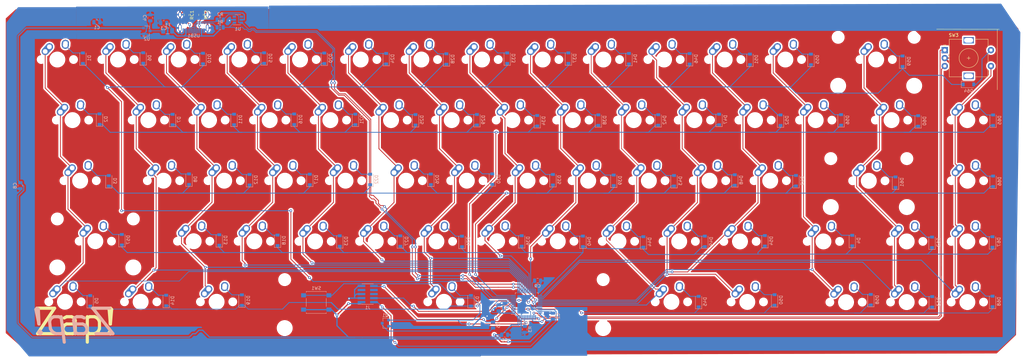
<source format=kicad_pcb>
(kicad_pcb (version 20171130) (host pcbnew "(5.1.4)-1")
  (layers (0 F.Cu signal) (31 B.Cu signal) (34 B.Paste user) (35 F.Paste user) (36 B.SilkS user) (37 F.SilkS user) (38 B.Mask user) (39 F.Mask user) (44 Edge.Cuts user))
  (net 0 "")
  (net 1 "Net-(C5-Pad1)")
  (net 2 "Net-(D1-Pad2)")
  (net 3 "Net-(D2-Pad2)")
  (net 4 "Net-(D3-Pad2)")
  (net 5 "Net-(D4-Pad2)")
  (net 6 VCC)
  (net 7 COL0)
  (net 8 COL1)
  (net 9 D+)
  (net 10 D-)
  (net 11 "Net-(RC1-Pad2)")
  (net 12 "Net-(RC2-Pad2)")
  (net 13 "Net-(U1-Pad4)")
  (net 14 "Net-(U1-Pad3)")
  (net 15 "Net-(USB1-Pad3)")
  (net 16 "Net-(USB1-Pad9)")
  (net 17 +3V3)
  (net 18 "Net-(C4-Pad2)")
  (net 19 COL3)
  (net 20 ROW1)
  (net 21 ROW3)
  (net 22 "Net-(D5-Pad2)")
  (net 23 "Net-(D6-Pad2)")
  (net 24 "Net-(D7-Pad2)")
  (net 25 "Net-(D8-Pad2)")
  (net 26 "Net-(D10-Pad2)")
  (net 27 "Net-(D11-Pad2)")
  (net 28 "Net-(D12-Pad2)")
  (net 29 "Net-(D13-Pad2)")
  (net 30 "Net-(D14-Pad2)")
  (net 31 "Net-(D15-Pad2)")
  (net 32 "Net-(D16-Pad2)")
  (net 33 "Net-(D17-Pad2)")
  (net 34 "Net-(D18-Pad2)")
  (net 35 "Net-(D19-Pad2)")
  (net 36 "Net-(D20-Pad2)")
  (net 37 "Net-(D21-Pad2)")
  (net 38 "Net-(D22-Pad2)")
  (net 39 "Net-(D23-Pad2)")
  (net 40 "Net-(D24-Pad2)")
  (net 41 "Net-(D25-Pad2)")
  (net 42 "Net-(D26-Pad2)")
  (net 43 "Net-(D27-Pad2)")
  (net 44 "Net-(D28-Pad2)")
  (net 45 "Net-(D29-Pad2)")
  (net 46 "Net-(D30-Pad2)")
  (net 47 "Net-(D31-Pad2)")
  (net 48 "Net-(D32-Pad2)")
  (net 49 "Net-(D33-Pad2)")
  (net 50 "Net-(D34-Pad2)")
  (net 51 "Net-(D35-Pad2)")
  (net 52 "Net-(D36-Pad2)")
  (net 53 "Net-(D37-Pad2)")
  (net 54 "Net-(D38-Pad2)")
  (net 55 "Net-(D39-Pad2)")
  (net 56 "Net-(D40-Pad2)")
  (net 57 "Net-(D41-Pad2)")
  (net 58 "Net-(D42-Pad2)")
  (net 59 "Net-(D43-Pad2)")
  (net 60 "Net-(D44-Pad2)")
  (net 61 "Net-(D45-Pad2)")
  (net 62 "Net-(D46-Pad2)")
  (net 63 "Net-(D47-Pad2)")
  (net 64 "Net-(D48-Pad2)")
  (net 65 "Net-(D49-Pad2)")
  (net 66 "Net-(D50-Pad2)")
  (net 67 "Net-(D51-Pad2)")
  (net 68 "Net-(D52-Pad2)")
  (net 69 "Net-(D53-Pad2)")
  (net 70 "Net-(D54-Pad2)")
  (net 71 "Net-(D55-Pad2)")
  (net 72 "Net-(D56-Pad2)")
  (net 73 "Net-(D57-Pad2)")
  (net 74 "Net-(D58-Pad2)")
  (net 75 "Net-(D59-Pad2)")
  (net 76 "Net-(D60-Pad2)")
  (net 77 "Net-(D61-Pad2)")
  (net 78 "Net-(D62-Pad2)")
  (net 79 "Net-(D63-Pad2)")
  (net 80 "Net-(D65-Pad2)")
  (net 81 "Net-(D66-Pad2)")
  (net 82 "Net-(D67-Pad2)")
  (net 83 "Net-(D68-Pad2)")
  (net 84 COL2)
  (net 85 COL4)
  (net 86 COL5)
  (net 87 COL6)
  (net 88 COL7)
  (net 89 COL8)
  (net 90 COL9)
  (net 91 COL10)
  (net 92 COL11)
  (net 93 COL12)
  (net 94 COL13)
  (net 95 COL14)
  (net 96 "Net-(R1-Pad2)")
  (net 97 "Net-(R2-Pad2)")
  (net 98 ENCODER_A)
  (net 99 ENCODER_B)
  (net 100 EXTRA_PIN_PB8)
  (net 101 EXTRA_PIN_PB7)
  (net 102 EXTRA_PIN_PB6)
  (net 103 EXTRA_PIN_PB5)
  (net 104 SWDCLK)
  (net 105 SWDIO)
  (net 106 ROW0)
  (net 107 "Net-(C9-Pad1)")
  (net 108 GND)
  (net 109 "Net-(D64-Pad2)")
  (net 110 ROW4)
  (net 111 ROW2)
  (net 112 EXTRA_PIN_PH1)
  (net 113 EXTRA_PIN_PH0)
  (net 114 EXTRA_PIN_PC15)
  (net 115 EXTRA_PIN_PC14)
  (net 116 EXTRA_PIN_PC13)
  (net 117 NRST)
  (net 118 "Net-(J1-Pad8)")
  (net 119 "Net-(J1-Pad7)")
  (net 120 "Net-(J1-Pad6)")
  (net 121 BOOT0)
  (module MX_Alps_Hybrid:MX-6.25U-NoLED (layer F.Cu) (at 181.38648 121.24436)
    (fp_text reference MX32)
    (fp_text value Space)
    (pad "" np_thru_hole circle (at 49.9999 8.255) (size 3.9878 3.9878) (drill 3.9878) (layers *.Cu *.Mask))
    (pad "" np_thru_hole circle (at -49.9999 8.255) (size 3.9878 3.9878) (drill 3.9878) (layers *.Cu *.Mask))
    (pad "" np_thru_hole circle (at 49.9999 -6.985) (size 3.048 3.048) (drill 3.048) (layers *.Cu *.Mask))
    (pad "" np_thru_hole circle (at -49.9999 -6.985) (size 3.048 3.048) (drill 3.048) (layers *.Cu *.Mask))
    (pad "" np_thru_hole circle (at 5.08 0 48.0996) (size 1.75 1.75) (drill 1.75) (layers *.Cu *.Mask))
    (pad "" np_thru_hole circle (at -5.08 0 48.0996) (size 1.75 1.75) (drill 1.75) (layers *.Cu *.Mask))
    (pad 1 thru_hole circle (at -2.5 -4) (size 2.25 2.25) (drill 1.47) (layers *.Cu B.Mask) (net 87 COL6))
    (pad "" np_thru_hole circle (at 0 0) (size 3.9878 3.9878) (drill 3.9878) (layers *.Cu *.Mask))
    (pad 1 thru_hole oval (at -3.81 -2.54 48.0996) (size 4.211556 2.25) (drill 1.47 (offset 0.980778 0)) (layers *.Cu B.Mask) (net 87 COL6))
    (pad 2 thru_hole circle (at 2.54 -5.08) (size 2.25 2.25) (drill 1.47) (layers *.Cu B.Mask) (net 48 "Net-(D32-Pad2)"))
    (pad 2 thru_hole oval (at 2.5 -4.5 86.0548) (size 2.831378 2.25) (drill 1.47 (offset 0.290689 0)) (layers *.Cu B.Mask) (net 48 "Net-(D32-Pad2)"))
  )
  (module MX_Alps_Hybrid:MX-2U-NoLED (layer F.Cu) (at 317.10888 45.05209)
    (fp_text reference MX59)
    (fp_text value Backspace)
    (pad "" np_thru_hole circle (at 11.938 8.255) (size 3.9878 3.9878) (drill 3.9878) (layers *.Cu *.Mask))
    (pad "" np_thru_hole circle (at -11.938 8.255) (size 3.9878 3.9878) (drill 3.9878) (layers *.Cu *.Mask))
    (pad "" np_thru_hole circle (at 11.938 -6.985) (size 3.048 3.048) (drill 3.048) (layers *.Cu *.Mask))
    (pad "" np_thru_hole circle (at -11.938 -6.985) (size 3.048 3.048) (drill 3.048) (layers *.Cu *.Mask))
    (pad "" np_thru_hole circle (at 5.08 0 48.0996) (size 1.75 1.75) (drill 1.75) (layers *.Cu *.Mask))
    (pad "" np_thru_hole circle (at -5.08 0 48.0996) (size 1.75 1.75) (drill 1.75) (layers *.Cu *.Mask))
    (pad 1 thru_hole circle (at -2.5 -4) (size 2.25 2.25) (drill 1.47) (layers *.Cu B.Mask) (net 94 COL13))
    (pad "" np_thru_hole circle (at 0 0) (size 3.9878 3.9878) (drill 3.9878) (layers *.Cu *.Mask))
    (pad 1 thru_hole oval (at -3.81 -2.54 48.0996) (size 4.211556 2.25) (drill 1.47 (offset 0.980778 0)) (layers *.Cu B.Mask) (net 94 COL13))
    (pad 2 thru_hole circle (at 2.54 -5.08) (size 2.25 2.25) (drill 1.47) (layers *.Cu B.Mask) (net 75 "Net-(D59-Pad2)"))
    (pad 2 thru_hole oval (at 2.5 -4.5 86.0548) (size 2.831378 2.25) (drill 1.47 (offset 0.290689 0)) (layers *.Cu B.Mask) (net 75 "Net-(D59-Pad2)"))
  )
  (module Resistor_SMD:R_0805_2012Metric (layer B.Cu) (at 111.125 32.54375 180)
    (fp_text reference R2 (at 0 1.65) (layer B.SilkS) (effects (justify mirror)))
    (fp_text value 22)
    (pad 1 smd roundrect (at -0.9375 0 180) (size 0.975 1.4) (layers B.Cu B.Paste B.Mask) (net 10 D-))
    (pad 2 smd roundrect (at 0.9375 0 180) (size 0.975 1.4) (layers B.Cu B.Paste B.Mask) (net 97 "Net-(R2-Pad2)"))
  )
  (module Button_Switch_SMD:SW_SPST_B3S-1000 (layer B.Cu) (at 141.2875 121.44375 180)
    (fp_text reference SW1 (at 0 4.5) (layer B.SilkS) (effects (justify mirror)))
    (fp_text value SW_Push)
    (pad 2 smd rect (at 3.975 -2.25 180) (size 1.55 1.3) (layers B.Cu B.Paste B.Mask) (net 17 +3V3))
    (pad 2 smd rect (at -3.975 -2.25 180) (size 1.55 1.3) (layers B.Cu B.Paste B.Mask) (net 17 +3V3))
    (pad 1 smd rect (at 3.975 2.25 180) (size 1.55 1.3) (layers B.Cu B.Paste B.Mask) (net 121 BOOT0))
    (pad 1 smd rect (at -3.975 2.25 180) (size 1.55 1.3) (layers B.Cu B.Paste B.Mask) (net 121 BOOT0))
  )
  (module Package_TO_SOT_SMD:SOT-23 (layer B.Cu) (at 163 127.95 180)
    (fp_text reference Q1 (at 0 2.5) (layer B.SilkS) (effects (justify mirror)))
    (fp_text value DTC123J)
    (pad 3 smd rect (at 1 0 180) (size 0.9 0.8) (layers B.Cu B.Paste B.Mask) (net 1 "Net-(C5-Pad1)"))
    (pad 2 smd rect (at -1 -0.95 180) (size 0.9 0.8) (layers B.Cu B.Paste B.Mask) (net 108 GND))
    (pad 1 smd rect (at -1 0.95 180) (size 0.9 0.8) (layers B.Cu B.Paste B.Mask) (net 121 BOOT0))
  )
  (module Connector_PinHeader_1.27mm:PinHeader_2x05_P1.27mm_Vertical_SMD (layer B.Cu) (at 157.45 118.8)
    (fp_text reference J1 (at 0 4.235) (layer B.SilkS) (effects (justify mirror)))
    (fp_text value Conn_ARM_JTAG_SWD_10)
    (pad 10 smd rect (at 1.95 -2.54) (size 2.4 0.74) (layers B.Cu B.Paste B.Mask) (net 117 NRST))
    (pad 9 smd rect (at -1.95 -2.54) (size 2.4 0.74) (layers B.Cu B.Paste B.Mask) (net 108 GND))
    (pad 8 smd rect (at 1.95 -1.27) (size 2.4 0.74) (layers B.Cu B.Paste B.Mask) (net 118 "Net-(J1-Pad8)"))
    (pad 7 smd rect (at -1.95 -1.27) (size 2.4 0.74) (layers B.Cu B.Paste B.Mask) (net 119 "Net-(J1-Pad7)"))
    (pad 6 smd rect (at 1.95 0) (size 2.4 0.74) (layers B.Cu B.Paste B.Mask) (net 120 "Net-(J1-Pad6)"))
    (pad 5 smd rect (at -1.95 0) (size 2.4 0.74) (layers B.Cu B.Paste B.Mask) (net 108 GND))
    (pad 4 smd rect (at 1.95 1.27) (size 2.4 0.74) (layers B.Cu B.Paste B.Mask) (net 104 SWDCLK))
    (pad 3 smd rect (at -1.95 1.27) (size 2.4 0.74) (layers B.Cu B.Paste B.Mask) (net 108 GND))
    (pad 2 smd rect (at 1.95 2.54) (size 2.4 0.74) (layers B.Cu B.Paste B.Mask) (net 105 SWDIO))
    (pad 1 smd rect (at -1.95 2.54) (size 2.4 0.74) (layers B.Cu B.Paste B.Mask) (net 17 +3V3))
  )
  (module Capacitor_SMD:C_0805_2012Metric (layer B.Cu) (at 200.4625 131.6)
    (fp_text reference C6 (at 0 1.65) (layer B.SilkS) (effects (justify mirror)))
    (fp_text value 100nF)
    (pad 2 smd roundrect (at 0.9375 0) (size 0.975 1.4) (layers B.Cu B.Paste B.Mask) (net 108 GND))
    (pad 1 smd roundrect (at -0.9375 0) (size 0.975 1.4) (layers B.Cu B.Paste B.Mask) (net 17 +3V3))
  )
  (module MX_Alps_Hybrid:MX-1U-NoLED (layer F.Cu) (at 345.74988 121.31802)
    (fp_text reference MX67)
    (fp_text value Right)
    (pad 2 thru_hole oval (at 2.5 -4.5 86.0548) (size 2.831378 2.25) (drill 1.47 (offset 0.290689 0)) (layers *.Cu B.Mask) (net 83 "Net-(D68-Pad2)"))
    (pad 2 thru_hole circle (at 2.54 -5.08) (size 2.25 2.25) (drill 1.47) (layers *.Cu B.Mask) (net 83 "Net-(D68-Pad2)"))
    (pad 1 thru_hole oval (at -3.81 -2.54 48.0996) (size 4.211556 2.25) (drill 1.47 (offset 0.980778 0)) (layers *.Cu B.Mask) (net 95 COL14))
    (pad "" np_thru_hole circle (at 0 0) (size 3.9878 3.9878) (drill 3.9878) (layers *.Cu *.Mask))
    (pad 1 thru_hole circle (at -2.5 -4) (size 2.25 2.25) (drill 1.47) (layers *.Cu B.Mask) (net 95 COL14))
    (pad "" np_thru_hole circle (at -5.08 0 48.0996) (size 1.75 1.75) (drill 1.75) (layers *.Cu *.Mask))
    (pad "" np_thru_hole circle (at 5.08 0 48.0996) (size 1.75 1.75) (drill 1.75) (layers *.Cu *.Mask))
  )
  (module MX_Alps_Hybrid:MX-1U-NoLED (layer F.Cu) (at 140.92174 102.23754)
    (fp_text reference MX23)
    (fp_text value C)
    (pad "" np_thru_hole circle (at 5.08 0 48.0996) (size 1.75 1.75) (drill 1.75) (layers *.Cu *.Mask))
    (pad "" np_thru_hole circle (at -5.08 0 48.0996) (size 1.75 1.75) (drill 1.75) (layers *.Cu *.Mask))
    (pad 1 thru_hole circle (at -2.5 -4) (size 2.25 2.25) (drill 1.47) (layers *.Cu B.Mask) (net 85 COL4))
    (pad "" np_thru_hole circle (at 0 0) (size 3.9878 3.9878) (drill 3.9878) (layers *.Cu *.Mask))
    (pad 1 thru_hole oval (at -3.81 -2.54 48.0996) (size 4.211556 2.25) (drill 1.47 (offset 0.980778 0)) (layers *.Cu B.Mask) (net 85 COL4))
    (pad 2 thru_hole circle (at 2.54 -5.08) (size 2.25 2.25) (drill 1.47) (layers *.Cu B.Mask) (net 39 "Net-(D23-Pad2)"))
    (pad 2 thru_hole oval (at 2.5 -4.5 86.0548) (size 2.831378 2.25) (drill 1.47 (offset 0.290689 0)) (layers *.Cu B.Mask) (net 39 "Net-(D23-Pad2)"))
  )
  (module MX_Alps_Hybrid:MX-1U-NoLED (layer F.Cu) (at 226.68488 83.15209)
    (fp_text reference MX39)
    (fp_text value K)
    (pad "" np_thru_hole circle (at 5.08 0 48.0996) (size 1.75 1.75) (drill 1.75) (layers *.Cu *.Mask))
    (pad "" np_thru_hole circle (at -5.08 0 48.0996) (size 1.75 1.75) (drill 1.75) (layers *.Cu *.Mask))
    (pad 1 thru_hole circle (at -2.5 -4) (size 2.25 2.25) (drill 1.47) (layers *.Cu B.Mask) (net 89 COL8))
    (pad "" np_thru_hole circle (at 0 0) (size 3.9878 3.9878) (drill 3.9878) (layers *.Cu *.Mask))
    (pad 1 thru_hole oval (at -3.81 -2.54 48.0996) (size 4.211556 2.25) (drill 1.47 (offset 0.980778 0)) (layers *.Cu B.Mask) (net 89 COL8))
    (pad 2 thru_hole circle (at 2.54 -5.08) (size 2.25 2.25) (drill 1.47) (layers *.Cu B.Mask) (net 55 "Net-(D39-Pad2)"))
    (pad 2 thru_hole oval (at 2.5 -4.5 86.0548) (size 2.831378 2.25) (drill 1.47 (offset 0.290689 0)) (layers *.Cu B.Mask) (net 55 "Net-(D39-Pad2)"))
  )
  (module MX_Alps_Hybrid:MX-1U-NoLED (layer F.Cu) (at 150.48488 83.15209)
    (fp_text reference MX22)
    (fp_text value F)
    (pad "" np_thru_hole circle (at 5.08 0 48.0996) (size 1.75 1.75) (drill 1.75) (layers *.Cu *.Mask))
    (pad "" np_thru_hole circle (at -5.08 0 48.0996) (size 1.75 1.75) (drill 1.75) (layers *.Cu *.Mask))
    (pad 1 thru_hole circle (at -2.5 -4) (size 2.25 2.25) (drill 1.47) (layers *.Cu B.Mask) (net 85 COL4))
    (pad "" np_thru_hole circle (at 0 0) (size 3.9878 3.9878) (drill 3.9878) (layers *.Cu *.Mask))
    (pad 1 thru_hole oval (at -3.81 -2.54 48.0996) (size 4.211556 2.25) (drill 1.47 (offset 0.980778 0)) (layers *.Cu B.Mask) (net 85 COL4))
    (pad 2 thru_hole circle (at 2.54 -5.08) (size 2.25 2.25) (drill 1.47) (layers *.Cu B.Mask) (net 38 "Net-(D22-Pad2)"))
    (pad 2 thru_hole oval (at 2.5 -4.5 86.0548) (size 2.831378 2.25) (drill 1.47 (offset 0.290689 0)) (layers *.Cu B.Mask) (net 38 "Net-(D22-Pad2)"))
  )
  (module MX_Alps_Hybrid:MX-1U-NoLED (layer F.Cu) (at 126.67238 64.10209)
    (fp_text reference MX16)
    (fp_text value E)
    (pad "" np_thru_hole circle (at 5.08 0 48.0996) (size 1.75 1.75) (drill 1.75) (layers *.Cu *.Mask))
    (pad "" np_thru_hole circle (at -5.08 0 48.0996) (size 1.75 1.75) (drill 1.75) (layers *.Cu *.Mask))
    (pad 1 thru_hole circle (at -2.5 -4) (size 2.25 2.25) (drill 1.47) (layers *.Cu B.Mask) (net 19 COL3))
    (pad "" np_thru_hole circle (at 0 0) (size 3.9878 3.9878) (drill 3.9878) (layers *.Cu *.Mask))
    (pad 1 thru_hole oval (at -3.81 -2.54 48.0996) (size 4.211556 2.25) (drill 1.47 (offset 0.980778 0)) (layers *.Cu B.Mask) (net 19 COL3))
    (pad 2 thru_hole circle (at 2.54 -5.08) (size 2.25 2.25) (drill 1.47) (layers *.Cu B.Mask) (net 32 "Net-(D16-Pad2)"))
    (pad 2 thru_hole oval (at 2.5 -4.5 86.0548) (size 2.831378 2.25) (drill 1.47 (offset 0.290689 0)) (layers *.Cu B.Mask) (net 32 "Net-(D16-Pad2)"))
  )
  (module MX_Alps_Hybrid:MX-1U-NoLED (layer F.Cu) (at 255.2573 102.235)
    (fp_text reference MX49)
    (fp_text value .)
    (pad "" np_thru_hole circle (at 5.08 0 48.0996) (size 1.75 1.75) (drill 1.75) (layers *.Cu *.Mask))
    (pad "" np_thru_hole circle (at -5.08 0 48.0996) (size 1.75 1.75) (drill 1.75) (layers *.Cu *.Mask))
    (pad 1 thru_hole circle (at -2.5 -4) (size 2.25 2.25) (drill 1.47) (layers *.Cu B.Mask) (net 91 COL10))
    (pad "" np_thru_hole circle (at 0 0) (size 3.9878 3.9878) (drill 3.9878) (layers *.Cu *.Mask))
    (pad 1 thru_hole oval (at -3.81 -2.54 48.0996) (size 4.211556 2.25) (drill 1.47 (offset 0.980778 0)) (layers *.Cu B.Mask) (net 91 COL10))
    (pad 2 thru_hole circle (at 2.54 -5.08) (size 2.25 2.25) (drill 1.47) (layers *.Cu B.Mask) (net 65 "Net-(D49-Pad2)"))
    (pad 2 thru_hole oval (at 2.5 -4.5 86.0548) (size 2.831378 2.25) (drill 1.47 (offset 0.290689 0)) (layers *.Cu B.Mask) (net 65 "Net-(D49-Pad2)"))
  )
  (module MX_Alps_Hybrid:MX-1U-NoLED (layer F.Cu) (at 59.99738 45.05209)
    (fp_text reference MX1)
    (fp_text value ESC)
    (pad "" np_thru_hole circle (at 5.08 0 48.0996) (size 1.75 1.75) (drill 1.75) (layers *.Cu *.Mask))
    (pad "" np_thru_hole circle (at -5.08 0 48.0996) (size 1.75 1.75) (drill 1.75) (layers *.Cu *.Mask))
    (pad 1 thru_hole circle (at -2.5 -4) (size 2.25 2.25) (drill 1.47) (layers *.Cu B.Mask) (net 7 COL0))
    (pad "" np_thru_hole circle (at 0 0) (size 3.9878 3.9878) (drill 3.9878) (layers *.Cu *.Mask))
    (pad 1 thru_hole oval (at -3.81 -2.54 48.0996) (size 4.211556 2.25) (drill 1.47 (offset 0.980778 0)) (layers *.Cu B.Mask) (net 7 COL0))
    (pad 2 thru_hole circle (at 2.54 -5.08) (size 2.25 2.25) (drill 1.47) (layers *.Cu B.Mask) (net 2 "Net-(D1-Pad2)"))
    (pad 2 thru_hole oval (at 2.5 -4.5 86.0548) (size 2.831378 2.25) (drill 1.47 (offset 0.290689 0)) (layers *.Cu B.Mask) (net 2 "Net-(D1-Pad2)"))
  )
  (module MX_Alps_Hybrid:MX-1U-NoLED (layer F.Cu) (at 102.80142 102.19182)
    (fp_text reference MX13)
    (fp_text value Z)
    (pad "" np_thru_hole circle (at 5.08 0 48.0996) (size 1.75 1.75) (drill 1.75) (layers *.Cu *.Mask))
    (pad "" np_thru_hole circle (at -5.08 0 48.0996) (size 1.75 1.75) (drill 1.75) (layers *.Cu *.Mask))
    (pad 1 thru_hole circle (at -2.5 -4) (size 2.25 2.25) (drill 1.47) (layers *.Cu B.Mask) (net 84 COL2))
    (pad "" np_thru_hole circle (at 0 0) (size 3.9878 3.9878) (drill 3.9878) (layers *.Cu *.Mask))
    (pad 1 thru_hole oval (at -3.81 -2.54 48.0996) (size 4.211556 2.25) (drill 1.47 (offset 0.980778 0)) (layers *.Cu B.Mask) (net 84 COL2))
    (pad 2 thru_hole circle (at 2.54 -5.08) (size 2.25 2.25) (drill 1.47) (layers *.Cu B.Mask) (net 29 "Net-(D13-Pad2)"))
    (pad 2 thru_hole oval (at 2.5 -4.5 86.0548) (size 2.831378 2.25) (drill 1.47 (offset 0.290689 0)) (layers *.Cu B.Mask) (net 29 "Net-(D13-Pad2)"))
  )
  (module MX_Alps_Hybrid:MX-1.25U-NoLED (layer F.Cu) (at 110.00232 121.23674)
    (fp_text reference MX19)
    (fp_text value LAlt)
    (pad "" np_thru_hole circle (at 5.08 0 48.0996) (size 1.75 1.75) (drill 1.75) (layers *.Cu *.Mask))
    (pad "" np_thru_hole circle (at -5.08 0 48.0996) (size 1.75 1.75) (drill 1.75) (layers *.Cu *.Mask))
    (pad 1 thru_hole circle (at -2.5 -4) (size 2.25 2.25) (drill 1.47) (layers *.Cu B.Mask) (net 84 COL2))
    (pad "" np_thru_hole circle (at 0 0) (size 3.9878 3.9878) (drill 3.9878) (layers *.Cu *.Mask))
    (pad 1 thru_hole oval (at -3.81 -2.54 48.0996) (size 4.211556 2.25) (drill 1.47 (offset 0.980778 0)) (layers *.Cu B.Mask) (net 84 COL2))
    (pad 2 thru_hole circle (at 2.54 -5.08) (size 2.25 2.25) (drill 1.47) (layers *.Cu B.Mask) (net 35 "Net-(D19-Pad2)"))
    (pad 2 thru_hole oval (at 2.5 -4.5 86.0548) (size 2.831378 2.25) (drill 1.47 (offset 0.290689 0)) (layers *.Cu B.Mask) (net 35 "Net-(D19-Pad2)"))
  )
  (module MX_Alps_Hybrid:MX-1U-NoLED (layer F.Cu) (at 221.85888 64.10209)
    (fp_text reference MX38)
    (fp_text value I)
    (pad "" np_thru_hole circle (at 5.08 0 48.0996) (size 1.75 1.75) (drill 1.75) (layers *.Cu *.Mask))
    (pad "" np_thru_hole circle (at -5.08 0 48.0996) (size 1.75 1.75) (drill 1.75) (layers *.Cu *.Mask))
    (pad 1 thru_hole circle (at -2.5 -4) (size 2.25 2.25) (drill 1.47) (layers *.Cu B.Mask) (net 89 COL8))
    (pad "" np_thru_hole circle (at 0 0) (size 3.9878 3.9878) (drill 3.9878) (layers *.Cu *.Mask))
    (pad 1 thru_hole oval (at -3.81 -2.54 48.0996) (size 4.211556 2.25) (drill 1.47 (offset 0.980778 0)) (layers *.Cu B.Mask) (net 89 COL8))
    (pad 2 thru_hole circle (at 2.54 -5.08) (size 2.25 2.25) (drill 1.47) (layers *.Cu B.Mask) (net 54 "Net-(D38-Pad2)"))
    (pad 2 thru_hole oval (at 2.5 -4.5 86.0548) (size 2.831378 2.25) (drill 1.47 (offset 0.290689 0)) (layers *.Cu B.Mask) (net 54 "Net-(D38-Pad2)"))
  )
  (module Capacitor_SMD:C_0805_2012Metric (layer B.Cu) (at 48.35652 84.71662 270)
    (fp_text reference C8 (at 0 1.65 90) (layer B.SilkS) (effects (justify mirror)))
    (fp_text value 4.7uF)
    (pad 2 smd roundrect (at 0.9375 0 270) (size 0.975 1.4) (layers B.Cu B.Paste B.Mask) (net 108 GND))
    (pad 1 smd roundrect (at -0.9375 0 270) (size 0.975 1.4) (layers B.Cu B.Paste B.Mask) (net 17 +3V3))
  )
  (module Capacitor_SMD:C_0805_2012Metric (layer B.Cu) (at 89.15146 31.9428 270)
    (fp_text reference C4 (at 0 1.65 90) (layer B.SilkS) (effects (justify mirror)))
    (fp_text value 100nF)
    (pad 2 smd roundrect (at 0.9375 0 270) (size 0.975 1.4) (layers B.Cu B.Paste B.Mask) (net 18 "Net-(C4-Pad2)"))
    (pad 1 smd roundrect (at -0.9375 0 270) (size 0.975 1.4) (layers B.Cu B.Paste B.Mask) (net 108 GND))
  )
  (module Resistor_SMD:R_0805_2012Metric (layer B.Cu) (at 111.125 34.925 180)
    (fp_text reference R1 (at 0.00254 1.65354) (layer B.SilkS) (effects (justify mirror)))
    (fp_text value 22)
    (pad 2 smd roundrect (at 0.9375 0 180) (size 0.975 1.4) (layers B.Cu B.Paste B.Mask) (net 96 "Net-(R1-Pad2)"))
    (pad 1 smd roundrect (at -0.9375 0 180) (size 0.975 1.4) (layers B.Cu B.Paste B.Mask) (net 9 D+))
  )
  (module Capacitor_SMD:C_0805_2012Metric (layer B.Cu) (at 210.8 114.6)
    (fp_text reference C9 (at 0 1.65) (layer B.SilkS) (effects (justify mirror)))
    (fp_text value 100nF)
    (pad 2 smd roundrect (at 0.9375 0) (size 0.975 1.4) (layers B.Cu B.Paste B.Mask) (net 108 GND))
    (pad 1 smd roundrect (at -0.9375 0) (size 0.975 1.4) (layers B.Cu B.Paste B.Mask) (net 107 "Net-(C9-Pad1)"))
  )
  (module MX_Alps_Hybrid:MX-1.5U-NoLED (layer F.Cu) (at 321.93488 64.10209)
    (fp_text reference MX60)
    (fp_text value |)
    (pad "" np_thru_hole circle (at 5.08 0 48.0996) (size 1.75 1.75) (drill 1.75) (layers *.Cu *.Mask))
    (pad "" np_thru_hole circle (at -5.08 0 48.0996) (size 1.75 1.75) (drill 1.75) (layers *.Cu *.Mask))
    (pad 1 thru_hole circle (at -2.5 -4) (size 2.25 2.25) (drill 1.47) (layers *.Cu B.Mask) (net 94 COL13))
    (pad "" np_thru_hole circle (at 0 0) (size 3.9878 3.9878) (drill 3.9878) (layers *.Cu *.Mask))
    (pad 1 thru_hole oval (at -3.81 -2.54 48.0996) (size 4.211556 2.25) (drill 1.47 (offset 0.980778 0)) (layers *.Cu B.Mask) (net 94 COL13))
    (pad 2 thru_hole circle (at 2.54 -5.08) (size 2.25 2.25) (drill 1.47) (layers *.Cu B.Mask) (net 76 "Net-(D60-Pad2)"))
    (pad 2 thru_hole oval (at 2.5 -4.5 86.0548) (size 2.831378 2.25) (drill 1.47 (offset 0.290689 0)) (layers *.Cu B.Mask) (net 76 "Net-(D60-Pad2)"))
  )
  (module MX_Alps_Hybrid:MX-2.25U-NoLED (layer F.Cu) (at 314.79748 83.19019)
    (fp_text reference MX61)
    (fp_text value Enter)
    (pad "" np_thru_hole circle (at 11.938 8.255) (size 3.9878 3.9878) (drill 3.9878) (layers *.Cu *.Mask))
    (pad "" np_thru_hole circle (at -11.938 8.255) (size 3.9878 3.9878) (drill 3.9878) (layers *.Cu *.Mask))
    (pad "" np_thru_hole circle (at 11.938 -6.985) (size 3.048 3.048) (drill 3.048) (layers *.Cu *.Mask))
    (pad "" np_thru_hole circle (at -11.938 -6.985) (size 3.048 3.048) (drill 3.048) (layers *.Cu *.Mask))
    (pad "" np_thru_hole circle (at 5.08 0 48.0996) (size 1.75 1.75) (drill 1.75) (layers *.Cu *.Mask))
    (pad "" np_thru_hole circle (at -5.08 0 48.0996) (size 1.75 1.75) (drill 1.75) (layers *.Cu *.Mask))
    (pad 1 thru_hole circle (at -2.5 -4) (size 2.25 2.25) (drill 1.47) (layers *.Cu B.Mask) (net 94 COL13))
    (pad "" np_thru_hole circle (at 0 0) (size 3.9878 3.9878) (drill 3.9878) (layers *.Cu *.Mask))
    (pad 1 thru_hole oval (at -3.81 -2.54 48.0996) (size 4.211556 2.25) (drill 1.47 (offset 0.980778 0)) (layers *.Cu B.Mask) (net 94 COL13))
    (pad 2 thru_hole circle (at 2.54 -5.08) (size 2.25 2.25) (drill 1.47) (layers *.Cu B.Mask) (net 77 "Net-(D61-Pad2)"))
    (pad 2 thru_hole oval (at 2.5 -4.5 86.0548) (size 2.831378 2.25) (drill 1.47 (offset 0.290689 0)) (layers *.Cu B.Mask) (net 77 "Net-(D61-Pad2)"))
  )
  (module MX_Alps_Hybrid:MX-2.25U-NoLED (layer F.Cu) (at 71.91938 102.17234)
    (fp_text reference MX57)
    (fp_text value LShift)
    (pad "" np_thru_hole circle (at 11.938 8.255) (size 3.9878 3.9878) (drill 3.9878) (layers *.Cu *.Mask))
    (pad "" np_thru_hole circle (at -11.938 8.255) (size 3.9878 3.9878) (drill 3.9878) (layers *.Cu *.Mask))
    (pad "" np_thru_hole circle (at 11.938 -6.985) (size 3.048 3.048) (drill 3.048) (layers *.Cu *.Mask))
    (pad "" np_thru_hole circle (at -11.938 -6.985) (size 3.048 3.048) (drill 3.048) (layers *.Cu *.Mask))
    (pad "" np_thru_hole circle (at 5.08 0 48.0996) (size 1.75 1.75) (drill 1.75) (layers *.Cu *.Mask))
    (pad "" np_thru_hole circle (at -5.08 0 48.0996) (size 1.75 1.75) (drill 1.75) (layers *.Cu *.Mask))
    (pad 1 thru_hole circle (at -2.5 -4) (size 2.25 2.25) (drill 1.47) (layers *.Cu B.Mask) (net 7 COL0))
    (pad "" np_thru_hole circle (at 0 0) (size 3.9878 3.9878) (drill 3.9878) (layers *.Cu *.Mask))
    (pad 1 thru_hole oval (at -3.81 -2.54 48.0996) (size 4.211556 2.25) (drill 1.47 (offset 0.980778 0)) (layers *.Cu B.Mask) (net 7 COL0))
    (pad 2 thru_hole circle (at 2.54 -5.08) (size 2.25 2.25) (drill 1.47) (layers *.Cu B.Mask) (net 73 "Net-(D57-Pad2)"))
    (pad 2 thru_hole oval (at 2.5 -4.5 86.0548) (size 2.831378 2.25) (drill 1.47 (offset 0.290689 0)) (layers *.Cu B.Mask) (net 73 "Net-(D57-Pad2)"))
  )
  (module MX_Alps_Hybrid:MX-1.25U-NoLED (layer F.Cu) (at 276.64664 121.27484)
    (fp_text reference MX50)
    (fp_text value Fn)
    (pad "" np_thru_hole circle (at 5.08 0 48.0996) (size 1.75 1.75) (drill 1.75) (layers *.Cu *.Mask))
    (pad "" np_thru_hole circle (at -5.08 0 48.0996) (size 1.75 1.75) (drill 1.75) (layers *.Cu *.Mask))
    (pad 1 thru_hole circle (at -2.5 -4) (size 2.25 2.25) (drill 1.47) (layers *.Cu B.Mask) (net 91 COL10))
    (pad "" np_thru_hole circle (at 0 0) (size 3.9878 3.9878) (drill 3.9878) (layers *.Cu *.Mask))
    (pad 1 thru_hole oval (at -3.81 -2.54 48.0996) (size 4.211556 2.25) (drill 1.47 (offset 0.980778 0)) (layers *.Cu B.Mask) (net 91 COL10))
    (pad 2 thru_hole circle (at 2.54 -5.08) (size 2.25 2.25) (drill 1.47) (layers *.Cu B.Mask) (net 66 "Net-(D50-Pad2)"))
    (pad 2 thru_hole oval (at 2.5 -4.5 86.0548) (size 2.831378 2.25) (drill 1.47 (offset 0.290689 0)) (layers *.Cu B.Mask) (net 66 "Net-(D50-Pad2)"))
  )
  (module MX_Alps_Hybrid:MX-1.25U-NoLED (layer F.Cu) (at 252.8189 121.24944)
    (fp_text reference MX45)
    (fp_text value RAlt)
    (pad "" np_thru_hole circle (at 5.08 0 48.0996) (size 1.75 1.75) (drill 1.75) (layers *.Cu *.Mask))
    (pad "" np_thru_hole circle (at -5.08 0 48.0996) (size 1.75 1.75) (drill 1.75) (layers *.Cu *.Mask))
    (pad 1 thru_hole circle (at -2.5 -4) (size 2.25 2.25) (drill 1.47) (layers *.Cu B.Mask) (net 90 COL9))
    (pad "" np_thru_hole circle (at 0 0) (size 3.9878 3.9878) (drill 3.9878) (layers *.Cu *.Mask))
    (pad 1 thru_hole oval (at -3.81 -2.54 48.0996) (size 4.211556 2.25) (drill 1.47 (offset 0.980778 0)) (layers *.Cu B.Mask) (net 90 COL9))
    (pad 2 thru_hole circle (at 2.54 -5.08) (size 2.25 2.25) (drill 1.47) (layers *.Cu B.Mask) (net 61 "Net-(D45-Pad2)"))
    (pad 2 thru_hole oval (at 2.5 -4.5 86.0548) (size 2.831378 2.25) (drill 1.47 (offset 0.290689 0)) (layers *.Cu B.Mask) (net 61 "Net-(D45-Pad2)"))
  )
  (module MX_Alps_Hybrid:MX-1.25U-NoLED (layer F.Cu) (at 86.15426 121.23928)
    (fp_text reference MX14)
    (fp_text value Super)
    (pad "" np_thru_hole circle (at 5.08 0 48.0996) (size 1.75 1.75) (drill 1.75) (layers *.Cu *.Mask))
    (pad "" np_thru_hole circle (at -5.08 0 48.0996) (size 1.75 1.75) (drill 1.75) (layers *.Cu *.Mask))
    (pad 1 thru_hole circle (at -2.5 -4) (size 2.25 2.25) (drill 1.47) (layers *.Cu B.Mask) (net 8 COL1))
    (pad "" np_thru_hole circle (at 0 0) (size 3.9878 3.9878) (drill 3.9878) (layers *.Cu *.Mask))
    (pad 1 thru_hole oval (at -3.81 -2.54 48.0996) (size 4.211556 2.25) (drill 1.47 (offset 0.980778 0)) (layers *.Cu B.Mask) (net 8 COL1))
    (pad 2 thru_hole circle (at 2.54 -5.08) (size 2.25 2.25) (drill 1.47) (layers *.Cu B.Mask) (net 30 "Net-(D14-Pad2)"))
    (pad 2 thru_hole oval (at 2.5 -4.5 86.0548) (size 2.831378 2.25) (drill 1.47 (offset 0.290689 0)) (layers *.Cu B.Mask) (net 30 "Net-(D14-Pad2)"))
  )
  (module MX_Alps_Hybrid:MX-1.25U-NoLED (layer F.Cu) (at 62.38748 121.21388)
    (fp_text reference MX5)
    (fp_text value Ctrl)
    (pad "" np_thru_hole circle (at 5.08 0 48.0996) (size 1.75 1.75) (drill 1.75) (layers *.Cu *.Mask))
    (pad "" np_thru_hole circle (at -5.08 0 48.0996) (size 1.75 1.75) (drill 1.75) (layers *.Cu *.Mask))
    (pad 1 thru_hole circle (at -2.5 -4) (size 2.25 2.25) (drill 1.47) (layers *.Cu B.Mask) (net 7 COL0))
    (pad "" np_thru_hole circle (at 0 0) (size 3.9878 3.9878) (drill 3.9878) (layers *.Cu *.Mask))
    (pad 1 thru_hole oval (at -3.81 -2.54 48.0996) (size 4.211556 2.25) (drill 1.47 (offset 0.980778 0)) (layers *.Cu B.Mask) (net 7 COL0))
    (pad 2 thru_hole circle (at 2.54 -5.08) (size 2.25 2.25) (drill 1.47) (layers *.Cu B.Mask) (net 22 "Net-(D5-Pad2)"))
    (pad 2 thru_hole oval (at 2.5 -4.5 86.0548) (size 2.831378 2.25) (drill 1.47 (offset 0.290689 0)) (layers *.Cu B.Mask) (net 22 "Net-(D5-Pad2)"))
  )
  (module MX_Alps_Hybrid:MX-1.75U-NoLED (layer F.Cu) (at 300.54296 102.25024)
    (fp_text reference MX4)
    (fp_text value RShift)
    (pad "" np_thru_hole circle (at 5.08 0 48.0996) (size 1.75 1.75) (drill 1.75) (layers *.Cu *.Mask))
    (pad "" np_thru_hole circle (at -5.08 0 48.0996) (size 1.75 1.75) (drill 1.75) (layers *.Cu *.Mask))
    (pad 1 thru_hole circle (at -2.5 -4) (size 2.25 2.25) (drill 1.47) (layers *.Cu B.Mask) (net 93 COL12))
    (pad "" np_thru_hole circle (at 0 0) (size 3.9878 3.9878) (drill 3.9878) (layers *.Cu *.Mask))
    (pad 1 thru_hole oval (at -3.81 -2.54 48.0996) (size 4.211556 2.25) (drill 1.47 (offset 0.980778 0)) (layers *.Cu B.Mask) (net 93 COL12))
    (pad 2 thru_hole circle (at 2.54 -5.08) (size 2.25 2.25) (drill 1.47) (layers *.Cu B.Mask) (net 5 "Net-(D4-Pad2)"))
    (pad 2 thru_hole oval (at 2.5 -4.5 86.0548) (size 2.831378 2.25) (drill 1.47 (offset 0.290689 0)) (layers *.Cu B.Mask) (net 5 "Net-(D4-Pad2)"))
  )
  (module MX_Alps_Hybrid:MX-1.75U-NoLED (layer F.Cu) (at 67.14748 83.15209)
    (fp_text reference MX3)
    (fp_text value CapsLk)
    (pad "" np_thru_hole circle (at 5.08 0 48.0996) (size 1.75 1.75) (drill 1.75) (layers *.Cu *.Mask))
    (pad "" np_thru_hole circle (at -5.08 0 48.0996) (size 1.75 1.75) (drill 1.75) (layers *.Cu *.Mask))
    (pad 1 thru_hole circle (at -2.5 -4) (size 2.25 2.25) (drill 1.47) (layers *.Cu B.Mask) (net 7 COL0))
    (pad "" np_thru_hole circle (at 0 0) (size 3.9878 3.9878) (drill 3.9878) (layers *.Cu *.Mask))
    (pad 1 thru_hole oval (at -3.81 -2.54 48.0996) (size 4.211556 2.25) (drill 1.47 (offset 0.980778 0)) (layers *.Cu B.Mask) (net 7 COL0))
    (pad 2 thru_hole circle (at 2.54 -5.08) (size 2.25 2.25) (drill 1.47) (layers *.Cu B.Mask) (net 4 "Net-(D3-Pad2)"))
    (pad 2 thru_hole oval (at 2.5 -4.5 86.0548) (size 2.831378 2.25) (drill 1.47 (offset 0.290689 0)) (layers *.Cu B.Mask) (net 4 "Net-(D3-Pad2)"))
  )
  (module MX_Alps_Hybrid:MX-1.5U-NoLED (layer F.Cu) (at 64.75988 64.10209)
    (fp_text reference MX2)
    (fp_text value Tab)
    (pad "" np_thru_hole circle (at 5.08 0 48.0996) (size 1.75 1.75) (drill 1.75) (layers *.Cu *.Mask))
    (pad "" np_thru_hole circle (at -5.08 0 48.0996) (size 1.75 1.75) (drill 1.75) (layers *.Cu *.Mask))
    (pad 1 thru_hole circle (at -2.5 -4) (size 2.25 2.25) (drill 1.47) (layers *.Cu B.Mask) (net 7 COL0))
    (pad "" np_thru_hole circle (at 0 0) (size 3.9878 3.9878) (drill 3.9878) (layers *.Cu *.Mask))
    (pad 1 thru_hole oval (at -3.81 -2.54 48.0996) (size 4.211556 2.25) (drill 1.47 (offset 0.980778 0)) (layers *.Cu B.Mask) (net 7 COL0))
    (pad 2 thru_hole circle (at 2.54 -5.08) (size 2.25 2.25) (drill 1.47) (layers *.Cu B.Mask) (net 3 "Net-(D2-Pad2)"))
    (pad 2 thru_hole oval (at 2.5 -4.5 86.0548) (size 2.831378 2.25) (drill 1.47 (offset 0.290689 0)) (layers *.Cu B.Mask) (net 3 "Net-(D2-Pad2)"))
  )
  (module Package_QFP:LQFP-48_7x7mm_P0.5mm (layer B.Cu) (at 207.376321 121.992639)
    (fp_text reference U3 (at 0 5.85) (layer B.SilkS) (effects (justify mirror)))
    (fp_text value STM32F410CBTx)
    (pad 48 smd roundrect (at -2.75 4.1625) (size 0.3 1.475) (layers B.Cu B.Paste B.Mask) (net 17 +3V3))
    (pad 47 smd roundrect (at -2.25 4.1625) (size 0.3 1.475) (layers B.Cu B.Paste B.Mask) (net 17 +3V3))
    (pad 46 smd roundrect (at -1.75 4.1625) (size 0.3 1.475) (layers B.Cu B.Paste B.Mask) (net 108 GND))
    (pad 45 smd roundrect (at -1.25 4.1625) (size 0.3 1.475) (layers B.Cu B.Paste B.Mask) (net 100 EXTRA_PIN_PB8))
    (pad 44 smd roundrect (at -0.75 4.1625) (size 0.3 1.475) (layers B.Cu B.Paste B.Mask) (net 121 BOOT0))
    (pad 43 smd roundrect (at -0.25 4.1625) (size 0.3 1.475) (layers B.Cu B.Paste B.Mask) (net 101 EXTRA_PIN_PB7))
    (pad 42 smd roundrect (at 0.25 4.1625) (size 0.3 1.475) (layers B.Cu B.Paste B.Mask) (net 102 EXTRA_PIN_PB6))
    (pad 41 smd roundrect (at 0.75 4.1625) (size 0.3 1.475) (layers B.Cu B.Paste B.Mask) (net 103 EXTRA_PIN_PB5))
    (pad 40 smd roundrect (at 1.25 4.1625) (size 0.3 1.475) (layers B.Cu B.Paste B.Mask) (net 110 ROW4))
    (pad 39 smd roundrect (at 1.75 4.1625) (size 0.3 1.475) (layers B.Cu B.Paste B.Mask) (net 99 ENCODER_B))
    (pad 38 smd roundrect (at 2.25 4.1625) (size 0.3 1.475) (layers B.Cu B.Paste B.Mask) (net 98 ENCODER_A))
    (pad 37 smd roundrect (at 2.75 4.1625) (size 0.3 1.475) (layers B.Cu B.Paste B.Mask) (net 104 SWDCLK))
    (pad 36 smd roundrect (at 4.1625 2.75) (size 1.475 0.3) (layers B.Cu B.Paste B.Mask) (net 17 +3V3))
    (pad 35 smd roundrect (at 4.1625 2.25) (size 1.475 0.3) (layers B.Cu B.Paste B.Mask) (net 108 GND))
    (pad 34 smd roundrect (at 4.1625 1.75) (size 1.475 0.3) (layers B.Cu B.Paste B.Mask) (net 105 SWDIO))
    (pad 33 smd roundrect (at 4.1625 1.25) (size 1.475 0.3) (layers B.Cu B.Paste B.Mask) (net 9 D+))
    (pad 32 smd roundrect (at 4.1625 0.75) (size 1.475 0.3) (layers B.Cu B.Paste B.Mask) (net 10 D-))
    (pad 31 smd roundrect (at 4.1625 0.25) (size 1.475 0.3) (layers B.Cu B.Paste B.Mask) (net 90 COL9))
    (pad 30 smd roundrect (at 4.1625 -0.25) (size 1.475 0.3) (layers B.Cu B.Paste B.Mask) (net 91 COL10))
    (pad 29 smd roundrect (at 4.1625 -0.75) (size 1.475 0.3) (layers B.Cu B.Paste B.Mask) (net 92 COL11))
    (pad 28 smd roundrect (at 4.1625 -1.25) (size 1.475 0.3) (layers B.Cu B.Paste B.Mask) (net 93 COL12))
    (pad 27 smd roundrect (at 4.1625 -1.75) (size 1.475 0.3) (layers B.Cu B.Paste B.Mask) (net 94 COL13))
    (pad 26 smd roundrect (at 4.1625 -2.25) (size 1.475 0.3) (layers B.Cu B.Paste B.Mask) (net 95 COL14))
    (pad 25 smd roundrect (at 4.1625 -2.75) (size 1.475 0.3) (layers B.Cu B.Paste B.Mask) (net 21 ROW3))
    (pad 24 smd roundrect (at 2.75 -4.1625) (size 0.3 1.475) (layers B.Cu B.Paste B.Mask) (net 17 +3V3))
    (pad 23 smd roundrect (at 2.25 -4.1625) (size 0.3 1.475) (layers B.Cu B.Paste B.Mask) (net 108 GND))
    (pad 22 smd roundrect (at 1.75 -4.1625) (size 0.3 1.475) (layers B.Cu B.Paste B.Mask) (net 107 "Net-(C9-Pad1)"))
    (pad 21 smd roundrect (at 1.25 -4.1625) (size 0.3 1.475) (layers B.Cu B.Paste B.Mask) (net 89 COL8))
    (pad 20 smd roundrect (at 0.75 -4.1625) (size 0.3 1.475) (layers B.Cu B.Paste B.Mask) (net 88 COL7))
    (pad 19 smd roundrect (at 0.25 -4.1625) (size 0.3 1.475) (layers B.Cu B.Paste B.Mask) (net 87 COL6))
    (pad 18 smd roundrect (at -0.25 -4.1625) (size 0.3 1.475) (layers B.Cu B.Paste B.Mask) (net 86 COL5))
    (pad 17 smd roundrect (at -0.75 -4.1625) (size 0.3 1.475) (layers B.Cu B.Paste B.Mask) (net 85 COL4))
    (pad 16 smd roundrect (at -1.25 -4.1625) (size 0.3 1.475) (layers B.Cu B.Paste B.Mask) (net 19 COL3))
    (pad 15 smd roundrect (at -1.75 -4.1625) (size 0.3 1.475) (layers B.Cu B.Paste B.Mask) (net 84 COL2))
    (pad 14 smd roundrect (at -2.25 -4.1625) (size 0.3 1.475) (layers B.Cu B.Paste B.Mask) (net 8 COL1))
    (pad 13 smd roundrect (at -2.75 -4.1625) (size 0.3 1.475) (layers B.Cu B.Paste B.Mask) (net 7 COL0))
    (pad 12 smd roundrect (at -4.1625 -2.75) (size 1.475 0.3) (layers B.Cu B.Paste B.Mask) (net 111 ROW2))
    (pad 11 smd roundrect (at -4.1625 -2.25) (size 1.475 0.3) (layers B.Cu B.Paste B.Mask) (net 20 ROW1))
    (pad 10 smd roundrect (at -4.1625 -1.75) (size 1.475 0.3) (layers B.Cu B.Paste B.Mask) (net 106 ROW0))
    (pad 9 smd roundrect (at -4.1625 -1.25) (size 1.475 0.3) (layers B.Cu B.Paste B.Mask) (net 17 +3V3))
    (pad 8 smd roundrect (at -4.1625 -0.75) (size 1.475 0.3) (layers B.Cu B.Paste B.Mask) (net 108 GND))
    (pad 7 smd roundrect (at -4.1625 -0.25) (size 1.475 0.3) (layers B.Cu B.Paste B.Mask) (net 117 NRST))
    (pad 6 smd roundrect (at -4.1625 0.25) (size 1.475 0.3) (layers B.Cu B.Paste B.Mask) (net 112 EXTRA_PIN_PH1))
    (pad 5 smd roundrect (at -4.1625 0.75) (size 1.475 0.3) (layers B.Cu B.Paste B.Mask) (net 113 EXTRA_PIN_PH0))
    (pad 4 smd roundrect (at -4.1625 1.25) (size 1.475 0.3) (layers B.Cu B.Paste B.Mask) (net 114 EXTRA_PIN_PC15))
    (pad 3 smd roundrect (at -4.1625 1.75) (size 1.475 0.3) (layers B.Cu B.Paste B.Mask) (net 115 EXTRA_PIN_PC14))
    (pad 2 smd roundrect (at -4.1625 2.25) (size 1.475 0.3) (layers B.Cu B.Paste B.Mask) (net 116 EXTRA_PIN_PC13))
    (pad 1 smd roundrect (at -4.1625 2.75) (size 1.475 0.3) (layers B.Cu B.Paste B.Mask) (net 17 +3V3))
  )
  (module Package_TO_SOT_SMD:SOT-23 (layer B.Cu) (at 88.0905 36.08832)
    (fp_text reference U2 (at 0 2.5 180) (layer B.SilkS) (effects (justify mirror)))
    (fp_text value MCP1700-3302E_SOT23)
    (pad 3 smd rect (at 1 0) (size 0.9 0.8) (layers B.Cu B.Paste B.Mask) (net 18 "Net-(C4-Pad2)"))
    (pad 2 smd rect (at -1 -0.95) (size 0.9 0.8) (layers B.Cu B.Paste B.Mask) (net 17 +3V3))
    (pad 1 smd rect (at -1 0.95) (size 0.9 0.8) (layers B.Cu B.Paste B.Mask) (net 108 GND))
  )
  (module Rotary_Encoder:RotaryEncoder_Alps_EC11E-Switch_Vertical_H20mm (layer F.Cu) (at 338.6455 42.09542)
    (fp_text reference SW3 (at 2.8 -4.7) (layer F.SilkS))
    (fp_text value Rotary_Encoder_Switch)
    (pad A thru_hole rect (at 0 0) (size 2 2) (drill 1) (layers *.Cu *.Mask) (net 98 ENCODER_A))
    (pad C thru_hole circle (at 0 2.5) (size 2 2) (drill 1) (layers *.Cu *.Mask) (net 108 GND))
    (pad B thru_hole circle (at 0 5) (size 2 2) (drill 1) (layers *.Cu *.Mask) (net 99 ENCODER_B))
    (pad MP thru_hole rect (at 7.5 -3.1) (size 3.2 2) (drill oval 2.8 1.5) (layers *.Cu *.Mask))
    (pad MP thru_hole rect (at 7.5 8.1) (size 3.2 2) (drill oval 2.8 1.5) (layers *.Cu *.Mask))
    (pad S2 thru_hole circle (at 14.5 0) (size 2 2) (drill 1) (layers *.Cu *.Mask) (net 109 "Net-(D64-Pad2)"))
    (pad S1 thru_hole circle (at 14.5 5) (size 2 2) (drill 1) (layers *.Cu *.Mask) (net 95 COL14))
  )
  (module MX_Alps_Hybrid:MX-1U-NoLED (layer F.Cu) (at 345.73972 102.25532)
    (fp_text reference MX66)
    (fp_text value PageDown)
    (pad "" np_thru_hole circle (at 5.08 0 48.0996) (size 1.75 1.75) (drill 1.75) (layers *.Cu *.Mask))
    (pad "" np_thru_hole circle (at -5.08 0 48.0996) (size 1.75 1.75) (drill 1.75) (layers *.Cu *.Mask))
    (pad 1 thru_hole circle (at -2.5 -4) (size 2.25 2.25) (drill 1.47) (layers *.Cu B.Mask) (net 95 COL14))
    (pad "" np_thru_hole circle (at 0 0) (size 3.9878 3.9878) (drill 3.9878) (layers *.Cu *.Mask))
    (pad 1 thru_hole oval (at -3.81 -2.54 48.0996) (size 4.211556 2.25) (drill 1.47 (offset 0.980778 0)) (layers *.Cu B.Mask) (net 95 COL14))
    (pad 2 thru_hole circle (at 2.54 -5.08) (size 2.25 2.25) (drill 1.47) (layers *.Cu B.Mask) (net 82 "Net-(D67-Pad2)"))
    (pad 2 thru_hole oval (at 2.5 -4.5 86.0548) (size 2.831378 2.25) (drill 1.47 (offset 0.290689 0)) (layers *.Cu B.Mask) (net 82 "Net-(D67-Pad2)"))
  )
  (module MX_Alps_Hybrid:MX-1U-NoLED (layer F.Cu) (at 345.77528 83.15706)
    (fp_text reference MX65)
    (fp_text value PageUp)
    (pad "" np_thru_hole circle (at 5.08 0 48.0996) (size 1.75 1.75) (drill 1.75) (layers *.Cu *.Mask))
    (pad "" np_thru_hole circle (at -5.08 0 48.0996) (size 1.75 1.75) (drill 1.75) (layers *.Cu *.Mask))
    (pad 1 thru_hole circle (at -2.5 -4) (size 2.25 2.25) (drill 1.47) (layers *.Cu B.Mask) (net 95 COL14))
    (pad "" np_thru_hole circle (at 0 0) (size 3.9878 3.9878) (drill 3.9878) (layers *.Cu *.Mask))
    (pad 1 thru_hole oval (at -3.81 -2.54 48.0996) (size 4.211556 2.25) (drill 1.47 (offset 0.980778 0)) (layers *.Cu B.Mask) (net 95 COL14))
    (pad 2 thru_hole circle (at 2.54 -5.08) (size 2.25 2.25) (drill 1.47) (layers *.Cu B.Mask) (net 81 "Net-(D66-Pad2)"))
    (pad 2 thru_hole oval (at 2.5 -4.5 86.0548) (size 2.831378 2.25) (drill 1.47 (offset 0.290689 0)) (layers *.Cu B.Mask) (net 81 "Net-(D66-Pad2)"))
  )
  (module MX_Alps_Hybrid:MX-1U-NoLED (layer F.Cu) (at 345.72956 64.0969)
    (fp_text reference MX64)
    (fp_text value Del)
    (pad "" np_thru_hole circle (at 5.08 0 48.0996) (size 1.75 1.75) (drill 1.75) (layers *.Cu *.Mask))
    (pad "" np_thru_hole circle (at -5.08 0 48.0996) (size 1.75 1.75) (drill 1.75) (layers *.Cu *.Mask))
    (pad 1 thru_hole circle (at -2.5 -4) (size 2.25 2.25) (drill 1.47) (layers *.Cu B.Mask) (net 95 COL14))
    (pad "" np_thru_hole circle (at 0 0) (size 3.9878 3.9878) (drill 3.9878) (layers *.Cu *.Mask))
    (pad 1 thru_hole oval (at -3.81 -2.54 48.0996) (size 4.211556 2.25) (drill 1.47 (offset 0.980778 0)) (layers *.Cu B.Mask) (net 95 COL14))
    (pad 2 thru_hole circle (at 2.54 -5.08) (size 2.25 2.25) (drill 1.47) (layers *.Cu B.Mask) (net 80 "Net-(D65-Pad2)"))
    (pad 2 thru_hole oval (at 2.5 -4.5 86.0548) (size 2.831378 2.25) (drill 1.47 (offset 0.290689 0)) (layers *.Cu B.Mask) (net 80 "Net-(D65-Pad2)"))
  )
  (module MX_Alps_Hybrid:MX-1U-NoLED (layer F.Cu) (at 326.6948 121.3231)
    (fp_text reference MX63)
    (fp_text value Down)
    (pad "" np_thru_hole circle (at 5.08 0 48.0996) (size 1.75 1.75) (drill 1.75) (layers *.Cu *.Mask))
    (pad "" np_thru_hole circle (at -5.08 0 48.0996) (size 1.75 1.75) (drill 1.75) (layers *.Cu *.Mask))
    (pad 1 thru_hole circle (at -2.5 -4) (size 2.25 2.25) (drill 1.47) (layers *.Cu B.Mask) (net 94 COL13))
    (pad "" np_thru_hole circle (at 0 0) (size 3.9878 3.9878) (drill 3.9878) (layers *.Cu *.Mask))
    (pad 1 thru_hole oval (at -3.81 -2.54 48.0996) (size 4.211556 2.25) (drill 1.47 (offset 0.980778 0)) (layers *.Cu B.Mask) (net 94 COL13))
    (pad 2 thru_hole circle (at 2.54 -5.08) (size 2.25 2.25) (drill 1.47) (layers *.Cu B.Mask) (net 79 "Net-(D63-Pad2)"))
    (pad 2 thru_hole oval (at 2.5 -4.5 86.0548) (size 2.831378 2.25) (drill 1.47 (offset 0.290689 0)) (layers *.Cu B.Mask) (net 79 "Net-(D63-Pad2)"))
  )
  (module MX_Alps_Hybrid:MX-1U-NoLED (layer F.Cu) (at 326.69988 102.2477)
    (fp_text reference MX62)
    (fp_text value Up)
    (pad "" np_thru_hole circle (at 5.08 0 48.0996) (size 1.75 1.75) (drill 1.75) (layers *.Cu *.Mask))
    (pad "" np_thru_hole circle (at -5.08 0 48.0996) (size 1.75 1.75) (drill 1.75) (layers *.Cu *.Mask))
    (pad 1 thru_hole circle (at -2.5 -4) (size 2.25 2.25) (drill 1.47) (layers *.Cu B.Mask) (net 94 COL13))
    (pad "" np_thru_hole circle (at 0 0) (size 3.9878 3.9878) (drill 3.9878) (layers *.Cu *.Mask))
    (pad 1 thru_hole oval (at -3.81 -2.54 48.0996) (size 4.211556 2.25) (drill 1.47 (offset 0.980778 0)) (layers *.Cu B.Mask) (net 94 COL13))
    (pad 2 thru_hole circle (at 2.54 -5.08) (size 2.25 2.25) (drill 1.47) (layers *.Cu B.Mask) (net 78 "Net-(D62-Pad2)"))
    (pad 2 thru_hole oval (at 2.5 -4.5 86.0548) (size 2.831378 2.25) (drill 1.47 (offset 0.290689 0)) (layers *.Cu B.Mask) (net 78 "Net-(D62-Pad2)"))
  )
  (module MX_Alps_Hybrid:MX-1U-NoLED (layer F.Cu) (at 307.64734 121.35358)
    (fp_text reference MX58)
    (fp_text value Left)
    (pad "" np_thru_hole circle (at 5.08 0 48.0996) (size 1.75 1.75) (drill 1.75) (layers *.Cu *.Mask))
    (pad "" np_thru_hole circle (at -5.08 0 48.0996) (size 1.75 1.75) (drill 1.75) (layers *.Cu *.Mask))
    (pad 1 thru_hole circle (at -2.5 -4) (size 2.25 2.25) (drill 1.47) (layers *.Cu B.Mask) (net 93 COL12))
    (pad "" np_thru_hole circle (at 0 0) (size 3.9878 3.9878) (drill 3.9878) (layers *.Cu *.Mask))
    (pad 1 thru_hole oval (at -3.81 -2.54 48.0996) (size 4.211556 2.25) (drill 1.47 (offset 0.980778 0)) (layers *.Cu B.Mask) (net 93 COL12))
    (pad 2 thru_hole circle (at 2.54 -5.08) (size 2.25 2.25) (drill 1.47) (layers *.Cu B.Mask) (net 74 "Net-(D58-Pad2)"))
    (pad 2 thru_hole oval (at 2.5 -4.5 86.0548) (size 2.831378 2.25) (drill 1.47 (offset 0.290689 0)) (layers *.Cu B.Mask) (net 74 "Net-(D58-Pad2)"))
  )
  (module MX_Alps_Hybrid:MX-1U-NoLED (layer F.Cu) (at 298.12238 64.10209)
    (fp_text reference MX56)
    (fp_text value })
    (pad "" np_thru_hole circle (at 5.08 0 48.0996) (size 1.75 1.75) (drill 1.75) (layers *.Cu *.Mask))
    (pad "" np_thru_hole circle (at -5.08 0 48.0996) (size 1.75 1.75) (drill 1.75) (layers *.Cu *.Mask))
    (pad 1 thru_hole circle (at -2.5 -4) (size 2.25 2.25) (drill 1.47) (layers *.Cu B.Mask) (net 93 COL12))
    (pad "" np_thru_hole circle (at 0 0) (size 3.9878 3.9878) (drill 3.9878) (layers *.Cu *.Mask))
    (pad 1 thru_hole oval (at -3.81 -2.54 48.0996) (size 4.211556 2.25) (drill 1.47 (offset 0.980778 0)) (layers *.Cu B.Mask) (net 93 COL12))
    (pad 2 thru_hole circle (at 2.54 -5.08) (size 2.25 2.25) (drill 1.47) (layers *.Cu B.Mask) (net 72 "Net-(D56-Pad2)"))
    (pad 2 thru_hole oval (at 2.5 -4.5 86.0548) (size 2.831378 2.25) (drill 1.47 (offset 0.290689 0)) (layers *.Cu B.Mask) (net 72 "Net-(D56-Pad2)"))
  )
  (module MX_Alps_Hybrid:MX-1U-NoLED (layer F.Cu) (at 288.59738 45.05209)
    (fp_text reference MX55)
    (fp_text value +)
    (pad "" np_thru_hole circle (at 5.08 0 48.0996) (size 1.75 1.75) (drill 1.75) (layers *.Cu *.Mask))
    (pad "" np_thru_hole circle (at -5.08 0 48.0996) (size 1.75 1.75) (drill 1.75) (layers *.Cu *.Mask))
    (pad 1 thru_hole circle (at -2.5 -4) (size 2.25 2.25) (drill 1.47) (layers *.Cu B.Mask) (net 93 COL12))
    (pad "" np_thru_hole circle (at 0 0) (size 3.9878 3.9878) (drill 3.9878) (layers *.Cu *.Mask))
    (pad 1 thru_hole oval (at -3.81 -2.54 48.0996) (size 4.211556 2.25) (drill 1.47 (offset 0.980778 0)) (layers *.Cu B.Mask) (net 93 COL12))
    (pad 2 thru_hole circle (at 2.54 -5.08) (size 2.25 2.25) (drill 1.47) (layers *.Cu B.Mask) (net 71 "Net-(D55-Pad2)"))
    (pad 2 thru_hole oval (at 2.5 -4.5 86.0548) (size 2.831378 2.25) (drill 1.47 (offset 0.290689 0)) (layers *.Cu B.Mask) (net 71 "Net-(D55-Pad2)"))
  )
  (module MX_Alps_Hybrid:MX-1U-NoLED (layer F.Cu) (at 274.34794 102.2477)
    (fp_text reference MX54)
    (fp_text value /)
    (pad "" np_thru_hole circle (at 5.08 0 48.0996) (size 1.75 1.75) (drill 1.75) (layers *.Cu *.Mask))
    (pad "" np_thru_hole circle (at -5.08 0 48.0996) (size 1.75 1.75) (drill 1.75) (layers *.Cu *.Mask))
    (pad 1 thru_hole circle (at -2.5 -4) (size 2.25 2.25) (drill 1.47) (layers *.Cu B.Mask) (net 92 COL11))
    (pad "" np_thru_hole circle (at 0 0) (size 3.9878 3.9878) (drill 3.9878) (layers *.Cu *.Mask))
    (pad 1 thru_hole oval (at -3.81 -2.54 48.0996) (size 4.211556 2.25) (drill 1.47 (offset 0.980778 0)) (layers *.Cu B.Mask) (net 92 COL11))
    (pad 2 thru_hole circle (at 2.54 -5.08) (size 2.25 2.25) (drill 1.47) (layers *.Cu B.Mask) (net 70 "Net-(D54-Pad2)"))
    (pad 2 thru_hole oval (at 2.5 -4.5 86.0548) (size 2.831378 2.25) (drill 1.47 (offset 0.290689 0)) (layers *.Cu B.Mask) (net 70 "Net-(D54-Pad2)"))
  )
  (module MX_Alps_Hybrid:MX-1U-NoLED (layer F.Cu) (at 283.83488 83.15209)
    (fp_text reference MX53)
    (fp_text value "\"")
    (pad "" np_thru_hole circle (at 5.08 0 48.0996) (size 1.75 1.75) (drill 1.75) (layers *.Cu *.Mask))
    (pad "" np_thru_hole circle (at -5.08 0 48.0996) (size 1.75 1.75) (drill 1.75) (layers *.Cu *.Mask))
    (pad 1 thru_hole circle (at -2.5 -4) (size 2.25 2.25) (drill 1.47) (layers *.Cu B.Mask) (net 92 COL11))
    (pad "" np_thru_hole circle (at 0 0) (size 3.9878 3.9878) (drill 3.9878) (layers *.Cu *.Mask))
    (pad 1 thru_hole oval (at -3.81 -2.54 48.0996) (size 4.211556 2.25) (drill 1.47 (offset 0.980778 0)) (layers *.Cu B.Mask) (net 92 COL11))
    (pad 2 thru_hole circle (at 2.54 -5.08) (size 2.25 2.25) (drill 1.47) (layers *.Cu B.Mask) (net 69 "Net-(D53-Pad2)"))
    (pad 2 thru_hole oval (at 2.5 -4.5 86.0548) (size 2.831378 2.25) (drill 1.47 (offset 0.290689 0)) (layers *.Cu B.Mask) (net 69 "Net-(D53-Pad2)"))
  )
  (module MX_Alps_Hybrid:MX-1U-NoLED (layer F.Cu) (at 279.07238 64.10209)
    (fp_text reference MX52)
    (fp_text value {)
    (pad "" np_thru_hole circle (at 5.08 0 48.0996) (size 1.75 1.75) (drill 1.75) (layers *.Cu *.Mask))
    (pad "" np_thru_hole circle (at -5.08 0 48.0996) (size 1.75 1.75) (drill 1.75) (layers *.Cu *.Mask))
    (pad 1 thru_hole circle (at -2.5 -4) (size 2.25 2.25) (drill 1.47) (layers *.Cu B.Mask) (net 92 COL11))
    (pad "" np_thru_hole circle (at 0 0) (size 3.9878 3.9878) (drill 3.9878) (layers *.Cu *.Mask))
    (pad 1 thru_hole oval (at -3.81 -2.54 48.0996) (size 4.211556 2.25) (drill 1.47 (offset 0.980778 0)) (layers *.Cu B.Mask) (net 92 COL11))
    (pad 2 thru_hole circle (at 2.54 -5.08) (size 2.25 2.25) (drill 1.47) (layers *.Cu B.Mask) (net 68 "Net-(D52-Pad2)"))
    (pad 2 thru_hole oval (at 2.5 -4.5 86.0548) (size 2.831378 2.25) (drill 1.47 (offset 0.290689 0)) (layers *.Cu B.Mask) (net 68 "Net-(D52-Pad2)"))
  )
  (module MX_Alps_Hybrid:MX-1U-NoLED (layer F.Cu) (at 269.54738 45.05209)
    (fp_text reference MX51)
    (fp_text value _)
    (pad "" np_thru_hole circle (at 5.08 0 48.0996) (size 1.75 1.75) (drill 1.75) (layers *.Cu *.Mask))
    (pad "" np_thru_hole circle (at -5.08 0 48.0996) (size 1.75 1.75) (drill 1.75) (layers *.Cu *.Mask))
    (pad 1 thru_hole circle (at -2.5 -4) (size 2.25 2.25) (drill 1.47) (layers *.Cu B.Mask) (net 92 COL11))
    (pad "" np_thru_hole circle (at 0 0) (size 3.9878 3.9878) (drill 3.9878) (layers *.Cu *.Mask))
    (pad 1 thru_hole oval (at -3.81 -2.54 48.0996) (size 4.211556 2.25) (drill 1.47 (offset 0.980778 0)) (layers *.Cu B.Mask) (net 92 COL11))
    (pad 2 thru_hole circle (at 2.54 -5.08) (size 2.25 2.25) (drill 1.47) (layers *.Cu B.Mask) (net 67 "Net-(D51-Pad2)"))
    (pad 2 thru_hole oval (at 2.5 -4.5 86.0548) (size 2.831378 2.25) (drill 1.47 (offset 0.290689 0)) (layers *.Cu B.Mask) (net 67 "Net-(D51-Pad2)"))
  )
  (module MX_Alps_Hybrid:MX-1U-NoLED (layer F.Cu) (at 264.78488 83.15209)
    (fp_text reference MX48)
    (fp_text value ;)
    (pad "" np_thru_hole circle (at 5.08 0 48.0996) (size 1.75 1.75) (drill 1.75) (layers *.Cu *.Mask))
    (pad "" np_thru_hole circle (at -5.08 0 48.0996) (size 1.75 1.75) (drill 1.75) (layers *.Cu *.Mask))
    (pad 1 thru_hole circle (at -2.5 -4) (size 2.25 2.25) (drill 1.47) (layers *.Cu B.Mask) (net 91 COL10))
    (pad "" np_thru_hole circle (at 0 0) (size 3.9878 3.9878) (drill 3.9878) (layers *.Cu *.Mask))
    (pad 1 thru_hole oval (at -3.81 -2.54 48.0996) (size 4.211556 2.25) (drill 1.47 (offset 0.980778 0)) (layers *.Cu B.Mask) (net 91 COL10))
    (pad 2 thru_hole circle (at 2.54 -5.08) (size 2.25 2.25) (drill 1.47) (layers *.Cu B.Mask) (net 64 "Net-(D48-Pad2)"))
    (pad 2 thru_hole oval (at 2.5 -4.5 86.0548) (size 2.831378 2.25) (drill 1.47 (offset 0.290689 0)) (layers *.Cu B.Mask) (net 64 "Net-(D48-Pad2)"))
  )
  (module MX_Alps_Hybrid:MX-1U-NoLED (layer F.Cu) (at 260.02238 64.10209)
    (fp_text reference MX47)
    (fp_text value P)
    (pad "" np_thru_hole circle (at 5.08 0 48.0996) (size 1.75 1.75) (drill 1.75) (layers *.Cu *.Mask))
    (pad "" np_thru_hole circle (at -5.08 0 48.0996) (size 1.75 1.75) (drill 1.75) (layers *.Cu *.Mask))
    (pad 1 thru_hole circle (at -2.5 -4) (size 2.25 2.25) (drill 1.47) (layers *.Cu B.Mask) (net 91 COL10))
    (pad "" np_thru_hole circle (at 0 0) (size 3.9878 3.9878) (drill 3.9878) (layers *.Cu *.Mask))
    (pad 1 thru_hole oval (at -3.81 -2.54 48.0996) (size 4.211556 2.25) (drill 1.47 (offset 0.980778 0)) (layers *.Cu B.Mask) (net 91 COL10))
    (pad 2 thru_hole circle (at 2.54 -5.08) (size 2.25 2.25) (drill 1.47) (layers *.Cu B.Mask) (net 63 "Net-(D47-Pad2)"))
    (pad 2 thru_hole oval (at 2.5 -4.5 86.0548) (size 2.831378 2.25) (drill 1.47 (offset 0.290689 0)) (layers *.Cu B.Mask) (net 63 "Net-(D47-Pad2)"))
  )
  (module MX_Alps_Hybrid:MX-1U-NoLED (layer F.Cu) (at 250.49738 45.05209)
    (fp_text reference MX46)
    (fp_text value 0)
    (pad "" np_thru_hole circle (at 5.08 0 48.0996) (size 1.75 1.75) (drill 1.75) (layers *.Cu *.Mask))
    (pad "" np_thru_hole circle (at -5.08 0 48.0996) (size 1.75 1.75) (drill 1.75) (layers *.Cu *.Mask))
    (pad 1 thru_hole circle (at -2.5 -4) (size 2.25 2.25) (drill 1.47) (layers *.Cu B.Mask) (net 91 COL10))
    (pad "" np_thru_hole circle (at 0 0) (size 3.9878 3.9878) (drill 3.9878) (layers *.Cu *.Mask))
    (pad 1 thru_hole oval (at -3.81 -2.54 48.0996) (size 4.211556 2.25) (drill 1.47 (offset 0.980778 0)) (layers *.Cu B.Mask) (net 91 COL10))
    (pad 2 thru_hole circle (at 2.54 -5.08) (size 2.25 2.25) (drill 1.47) (layers *.Cu B.Mask) (net 62 "Net-(D46-Pad2)"))
    (pad 2 thru_hole oval (at 2.5 -4.5 86.0548) (size 2.831378 2.25) (drill 1.47 (offset 0.290689 0)) (layers *.Cu B.Mask) (net 62 "Net-(D46-Pad2)"))
  )
  (module MX_Alps_Hybrid:MX-1U-NoLED (layer F.Cu) (at 236.18952 102.21976)
    (fp_text reference MX44)
    (fp_text value ,)
    (pad "" np_thru_hole circle (at 5.08 0 48.0996) (size 1.75 1.75) (drill 1.75) (layers *.Cu *.Mask))
    (pad "" np_thru_hole circle (at -5.08 0 48.0996) (size 1.75 1.75) (drill 1.75) (layers *.Cu *.Mask))
    (pad 1 thru_hole circle (at -2.5 -4) (size 2.25 2.25) (drill 1.47) (layers *.Cu B.Mask) (net 90 COL9))
    (pad "" np_thru_hole circle (at 0 0) (size 3.9878 3.9878) (drill 3.9878) (layers *.Cu *.Mask))
    (pad 1 thru_hole oval (at -3.81 -2.54 48.0996) (size 4.211556 2.25) (drill 1.47 (offset 0.980778 0)) (layers *.Cu B.Mask) (net 90 COL9))
    (pad 2 thru_hole circle (at 2.54 -5.08) (size 2.25 2.25) (drill 1.47) (layers *.Cu B.Mask) (net 60 "Net-(D44-Pad2)"))
    (pad 2 thru_hole oval (at 2.5 -4.5 86.0548) (size 2.831378 2.25) (drill 1.47 (offset 0.290689 0)) (layers *.Cu B.Mask) (net 60 "Net-(D44-Pad2)"))
  )
  (module MX_Alps_Hybrid:MX-1U-NoLED (layer F.Cu) (at 245.73488 83.15209)
    (fp_text reference MX43)
    (fp_text value L)
    (pad "" np_thru_hole circle (at 5.08 0 48.0996) (size 1.75 1.75) (drill 1.75) (layers *.Cu *.Mask))
    (pad "" np_thru_hole circle (at -5.08 0 48.0996) (size 1.75 1.75) (drill 1.75) (layers *.Cu *.Mask))
    (pad 1 thru_hole circle (at -2.5 -4) (size 2.25 2.25) (drill 1.47) (layers *.Cu B.Mask) (net 90 COL9))
    (pad "" np_thru_hole circle (at 0 0) (size 3.9878 3.9878) (drill 3.9878) (layers *.Cu *.Mask))
    (pad 1 thru_hole oval (at -3.81 -2.54 48.0996) (size 4.211556 2.25) (drill 1.47 (offset 0.980778 0)) (layers *.Cu B.Mask) (net 90 COL9))
    (pad 2 thru_hole circle (at 2.54 -5.08) (size 2.25 2.25) (drill 1.47) (layers *.Cu B.Mask) (net 59 "Net-(D43-Pad2)"))
    (pad 2 thru_hole oval (at 2.5 -4.5 86.0548) (size 2.831378 2.25) (drill 1.47 (offset 0.290689 0)) (layers *.Cu B.Mask) (net 59 "Net-(D43-Pad2)"))
  )
  (module MX_Alps_Hybrid:MX-1U-NoLED (layer F.Cu) (at 240.97238 64.10209)
    (fp_text reference MX42)
    (fp_text value O)
    (pad "" np_thru_hole circle (at 5.08 0 48.0996) (size 1.75 1.75) (drill 1.75) (layers *.Cu *.Mask))
    (pad "" np_thru_hole circle (at -5.08 0 48.0996) (size 1.75 1.75) (drill 1.75) (layers *.Cu *.Mask))
    (pad 1 thru_hole circle (at -2.5 -4) (size 2.25 2.25) (drill 1.47) (layers *.Cu B.Mask) (net 90 COL9))
    (pad "" np_thru_hole circle (at 0 0) (size 3.9878 3.9878) (drill 3.9878) (layers *.Cu *.Mask))
    (pad 1 thru_hole oval (at -3.81 -2.54 48.0996) (size 4.211556 2.25) (drill 1.47 (offset 0.980778 0)) (layers *.Cu B.Mask) (net 90 COL9))
    (pad 2 thru_hole circle (at 2.54 -5.08) (size 2.25 2.25) (drill 1.47) (layers *.Cu B.Mask) (net 58 "Net-(D42-Pad2)"))
    (pad 2 thru_hole oval (at 2.5 -4.5 86.0548) (size 2.831378 2.25) (drill 1.47 (offset 0.290689 0)) (layers *.Cu B.Mask) (net 58 "Net-(D42-Pad2)"))
  )
  (module MX_Alps_Hybrid:MX-1U-NoLED (layer F.Cu) (at 231.44738 45.05209)
    (fp_text reference MX41)
    (fp_text value 9)
    (pad "" np_thru_hole circle (at 5.08 0 48.0996) (size 1.75 1.75) (drill 1.75) (layers *.Cu *.Mask))
    (pad "" np_thru_hole circle (at -5.08 0 48.0996) (size 1.75 1.75) (drill 1.75) (layers *.Cu *.Mask))
    (pad 1 thru_hole circle (at -2.5 -4) (size 2.25 2.25) (drill 1.47) (layers *.Cu B.Mask) (net 90 COL9))
    (pad "" np_thru_hole circle (at 0 0) (size 3.9878 3.9878) (drill 3.9878) (layers *.Cu *.Mask))
    (pad 1 thru_hole oval (at -3.81 -2.54 48.0996) (size 4.211556 2.25) (drill 1.47 (offset 0.980778 0)) (layers *.Cu B.Mask) (net 90 COL9))
    (pad 2 thru_hole circle (at 2.54 -5.08) (size 2.25 2.25) (drill 1.47) (layers *.Cu B.Mask) (net 57 "Net-(D41-Pad2)"))
    (pad 2 thru_hole oval (at 2.5 -4.5 86.0548) (size 2.831378 2.25) (drill 1.47 (offset 0.290689 0)) (layers *.Cu B.Mask) (net 57 "Net-(D41-Pad2)"))
  )
  (module MX_Alps_Hybrid:MX-1U-NoLED (layer F.Cu) (at 217.13444 102.20198)
    (fp_text reference MX40)
    (fp_text value M)
    (pad "" np_thru_hole circle (at 5.08 0 48.0996) (size 1.75 1.75) (drill 1.75) (layers *.Cu *.Mask))
    (pad "" np_thru_hole circle (at -5.08 0 48.0996) (size 1.75 1.75) (drill 1.75) (layers *.Cu *.Mask))
    (pad 1 thru_hole circle (at -2.5 -4) (size 2.25 2.25) (drill 1.47) (layers *.Cu B.Mask) (net 89 COL8))
    (pad "" np_thru_hole circle (at 0 0) (size 3.9878 3.9878) (drill 3.9878) (layers *.Cu *.Mask))
    (pad 1 thru_hole oval (at -3.81 -2.54 48.0996) (size 4.211556 2.25) (drill 1.47 (offset 0.980778 0)) (layers *.Cu B.Mask) (net 89 COL8))
    (pad 2 thru_hole circle (at 2.54 -5.08) (size 2.25 2.25) (drill 1.47) (layers *.Cu B.Mask) (net 56 "Net-(D40-Pad2)"))
    (pad 2 thru_hole oval (at 2.5 -4.5 86.0548) (size 2.831378 2.25) (drill 1.47 (offset 0.290689 0)) (layers *.Cu B.Mask) (net 56 "Net-(D40-Pad2)"))
  )
  (module MX_Alps_Hybrid:MX-1U-NoLED (layer F.Cu) (at 212.39738 45.05209)
    (fp_text reference MX37)
    (fp_text value 8)
    (pad "" np_thru_hole circle (at 5.08 0 48.0996) (size 1.75 1.75) (drill 1.75) (layers *.Cu *.Mask))
    (pad "" np_thru_hole circle (at -5.08 0 48.0996) (size 1.75 1.75) (drill 1.75) (layers *.Cu *.Mask))
    (pad 1 thru_hole circle (at -2.5 -4) (size 2.25 2.25) (drill 1.47) (layers *.Cu B.Mask) (net 89 COL8))
    (pad "" np_thru_hole circle (at 0 0) (size 3.9878 3.9878) (drill 3.9878) (layers *.Cu *.Mask))
    (pad 1 thru_hole oval (at -3.81 -2.54 48.0996) (size 4.211556 2.25) (drill 1.47 (offset 0.980778 0)) (layers *.Cu B.Mask) (net 89 COL8))
    (pad 2 thru_hole circle (at 2.54 -5.08) (size 2.25 2.25) (drill 1.47) (layers *.Cu B.Mask) (net 53 "Net-(D37-Pad2)"))
    (pad 2 thru_hole oval (at 2.5 -4.5 86.0548) (size 2.831378 2.25) (drill 1.47 (offset 0.290689 0)) (layers *.Cu B.Mask) (net 53 "Net-(D37-Pad2)"))
  )
  (module MX_Alps_Hybrid:MX-1U-NoLED (layer F.Cu) (at 198.08444 102.19436)
    (fp_text reference MX36)
    (fp_text value N)
    (pad "" np_thru_hole circle (at 5.08 0 48.0996) (size 1.75 1.75) (drill 1.75) (layers *.Cu *.Mask))
    (pad "" np_thru_hole circle (at -5.08 0 48.0996) (size 1.75 1.75) (drill 1.75) (layers *.Cu *.Mask))
    (pad 1 thru_hole circle (at -2.5 -4) (size 2.25 2.25) (drill 1.47) (layers *.Cu B.Mask) (net 88 COL7))
    (pad "" np_thru_hole circle (at 0 0) (size 3.9878 3.9878) (drill 3.9878) (layers *.Cu *.Mask))
    (pad 1 thru_hole oval (at -3.81 -2.54 48.0996) (size 4.211556 2.25) (drill 1.47 (offset 0.980778 0)) (layers *.Cu B.Mask) (net 88 COL7))
    (pad 2 thru_hole circle (at 2.54 -5.08) (size 2.25 2.25) (drill 1.47) (layers *.Cu B.Mask) (net 52 "Net-(D36-Pad2)"))
    (pad 2 thru_hole oval (at 2.5 -4.5 86.0548) (size 2.831378 2.25) (drill 1.47 (offset 0.290689 0)) (layers *.Cu B.Mask) (net 52 "Net-(D36-Pad2)"))
  )
  (module MX_Alps_Hybrid:MX-1U-NoLED (layer F.Cu) (at 207.63488 83.15209)
    (fp_text reference MX35)
    (fp_text value J)
    (pad "" np_thru_hole circle (at 5.08 0 48.0996) (size 1.75 1.75) (drill 1.75) (layers *.Cu *.Mask))
    (pad "" np_thru_hole circle (at -5.08 0 48.0996) (size 1.75 1.75) (drill 1.75) (layers *.Cu *.Mask))
    (pad 1 thru_hole circle (at -2.5 -4) (size 2.25 2.25) (drill 1.47) (layers *.Cu B.Mask) (net 88 COL7))
    (pad "" np_thru_hole circle (at 0 0) (size 3.9878 3.9878) (drill 3.9878) (layers *.Cu *.Mask))
    (pad 1 thru_hole oval (at -3.81 -2.54 48.0996) (size 4.211556 2.25) (drill 1.47 (offset 0.980778 0)) (layers *.Cu B.Mask) (net 88 COL7))
    (pad 2 thru_hole circle (at 2.54 -5.08) (size 2.25 2.25) (drill 1.47) (layers *.Cu B.Mask) (net 51 "Net-(D35-Pad2)"))
    (pad 2 thru_hole oval (at 2.5 -4.5 86.0548) (size 2.831378 2.25) (drill 1.47 (offset 0.290689 0)) (layers *.Cu B.Mask) (net 51 "Net-(D35-Pad2)"))
  )
  (module MX_Alps_Hybrid:MX-1U-NoLED (layer F.Cu) (at 202.87238 64.10209)
    (fp_text reference MX34)
    (fp_text value U)
    (pad "" np_thru_hole circle (at 5.08 0 48.0996) (size 1.75 1.75) (drill 1.75) (layers *.Cu *.Mask))
    (pad "" np_thru_hole circle (at -5.08 0 48.0996) (size 1.75 1.75) (drill 1.75) (layers *.Cu *.Mask))
    (pad 1 thru_hole circle (at -2.5 -4) (size 2.25 2.25) (drill 1.47) (layers *.Cu B.Mask) (net 88 COL7))
    (pad "" np_thru_hole circle (at 0 0) (size 3.9878 3.9878) (drill 3.9878) (layers *.Cu *.Mask))
    (pad 1 thru_hole oval (at -3.81 -2.54 48.0996) (size 4.211556 2.25) (drill 1.47 (offset 0.980778 0)) (layers *.Cu B.Mask) (net 88 COL7))
    (pad 2 thru_hole circle (at 2.54 -5.08) (size 2.25 2.25) (drill 1.47) (layers *.Cu B.Mask) (net 50 "Net-(D34-Pad2)"))
    (pad 2 thru_hole oval (at 2.5 -4.5 86.0548) (size 2.831378 2.25) (drill 1.47 (offset 0.290689 0)) (layers *.Cu B.Mask) (net 50 "Net-(D34-Pad2)"))
  )
  (module MX_Alps_Hybrid:MX-1U-NoLED (layer F.Cu) (at 193.34738 45.05209)
    (fp_text reference MX33)
    (fp_text value 7)
    (pad "" np_thru_hole circle (at 5.08 0 48.0996) (size 1.75 1.75) (drill 1.75) (layers *.Cu *.Mask))
    (pad "" np_thru_hole circle (at -5.08 0 48.0996) (size 1.75 1.75) (drill 1.75) (layers *.Cu *.Mask))
    (pad 1 thru_hole circle (at -2.5 -4) (size 2.25 2.25) (drill 1.47) (layers *.Cu B.Mask) (net 88 COL7))
    (pad "" np_thru_hole circle (at 0 0) (size 3.9878 3.9878) (drill 3.9878) (layers *.Cu *.Mask))
    (pad 1 thru_hole oval (at -3.81 -2.54 48.0996) (size 4.211556 2.25) (drill 1.47 (offset 0.980778 0)) (layers *.Cu B.Mask) (net 88 COL7))
    (pad 2 thru_hole circle (at 2.54 -5.08) (size 2.25 2.25) (drill 1.47) (layers *.Cu B.Mask) (net 49 "Net-(D33-Pad2)"))
    (pad 2 thru_hole oval (at 2.5 -4.5 86.0548) (size 2.831378 2.25) (drill 1.47 (offset 0.290689 0)) (layers *.Cu B.Mask) (net 49 "Net-(D33-Pad2)"))
  )
  (module MX_Alps_Hybrid:MX-1U-NoLED (layer F.Cu) (at 179.02174 102.22738)
    (fp_text reference MX31)
    (fp_text value B)
    (pad "" np_thru_hole circle (at 5.08 0 48.0996) (size 1.75 1.75) (drill 1.75) (layers *.Cu *.Mask))
    (pad "" np_thru_hole circle (at -5.08 0 48.0996) (size 1.75 1.75) (drill 1.75) (layers *.Cu *.Mask))
    (pad 1 thru_hole circle (at -2.5 -4) (size 2.25 2.25) (drill 1.47) (layers *.Cu B.Mask) (net 87 COL6))
    (pad "" np_thru_hole circle (at 0 0) (size 3.9878 3.9878) (drill 3.9878) (layers *.Cu *.Mask))
    (pad 1 thru_hole oval (at -3.81 -2.54 48.0996) (size 4.211556 2.25) (drill 1.47 (offset 0.980778 0)) (layers *.Cu B.Mask) (net 87 COL6))
    (pad 2 thru_hole circle (at 2.54 -5.08) (size 2.25 2.25) (drill 1.47) (layers *.Cu B.Mask) (net 47 "Net-(D31-Pad2)"))
    (pad 2 thru_hole oval (at 2.5 -4.5 86.0548) (size 2.831378 2.25) (drill 1.47 (offset 0.290689 0)) (layers *.Cu B.Mask) (net 47 "Net-(D31-Pad2)"))
  )
  (module MX_Alps_Hybrid:MX-1U-NoLED (layer F.Cu) (at 188.58488 83.15209)
    (fp_text reference MX30)
    (fp_text value H)
    (pad "" np_thru_hole circle (at 5.08 0 48.0996) (size 1.75 1.75) (drill 1.75) (layers *.Cu *.Mask))
    (pad "" np_thru_hole circle (at -5.08 0 48.0996) (size 1.75 1.75) (drill 1.75) (layers *.Cu *.Mask))
    (pad 1 thru_hole circle (at -2.5 -4) (size 2.25 2.25) (drill 1.47) (layers *.Cu B.Mask) (net 87 COL6))
    (pad "" np_thru_hole circle (at 0 0) (size 3.9878 3.9878) (drill 3.9878) (layers *.Cu *.Mask))
    (pad 1 thru_hole oval (at -3.81 -2.54 48.0996) (size 4.211556 2.25) (drill 1.47 (offset 0.980778 0)) (layers *.Cu B.Mask) (net 87 COL6))
    (pad 2 thru_hole circle (at 2.54 -5.08) (size 2.25 2.25) (drill 1.47) (layers *.Cu B.Mask) (net 46 "Net-(D30-Pad2)"))
    (pad 2 thru_hole oval (at 2.5 -4.5 86.0548) (size 2.831378 2.25) (drill 1.47 (offset 0.290689 0)) (layers *.Cu B.Mask) (net 46 "Net-(D30-Pad2)"))
  )
  (module MX_Alps_Hybrid:MX-1U-NoLED (layer F.Cu) (at 183.82238 64.10209)
    (fp_text reference MX29)
    (fp_text value Y)
    (pad "" np_thru_hole circle (at 5.08 0 48.0996) (size 1.75 1.75) (drill 1.75) (layers *.Cu *.Mask))
    (pad "" np_thru_hole circle (at -5.08 0 48.0996) (size 1.75 1.75) (drill 1.75) (layers *.Cu *.Mask))
    (pad 1 thru_hole circle (at -2.5 -4) (size 2.25 2.25) (drill 1.47) (layers *.Cu B.Mask) (net 87 COL6))
    (pad "" np_thru_hole circle (at 0 0) (size 3.9878 3.9878) (drill 3.9878) (layers *.Cu *.Mask))
    (pad 1 thru_hole oval (at -3.81 -2.54 48.0996) (size 4.211556 2.25) (drill 1.47 (offset 0.980778 0)) (layers *.Cu B.Mask) (net 87 COL6))
    (pad 2 thru_hole circle (at 2.54 -5.08) (size 2.25 2.25) (drill 1.47) (layers *.Cu B.Mask) (net 45 "Net-(D29-Pad2)"))
    (pad 2 thru_hole oval (at 2.5 -4.5 86.0548) (size 2.831378 2.25) (drill 1.47 (offset 0.290689 0)) (layers *.Cu B.Mask) (net 45 "Net-(D29-Pad2)"))
  )
  (module MX_Alps_Hybrid:MX-1U-NoLED (layer F.Cu) (at 174.29738 45.05209)
    (fp_text reference MX28)
    (fp_text value 6)
    (pad "" np_thru_hole circle (at 5.08 0 48.0996) (size 1.75 1.75) (drill 1.75) (layers *.Cu *.Mask))
    (pad "" np_thru_hole circle (at -5.08 0 48.0996) (size 1.75 1.75) (drill 1.75) (layers *.Cu *.Mask))
    (pad 1 thru_hole circle (at -2.5 -4) (size 2.25 2.25) (drill 1.47) (layers *.Cu B.Mask) (net 87 COL6))
    (pad "" np_thru_hole circle (at 0 0) (size 3.9878 3.9878) (drill 3.9878) (layers *.Cu *.Mask))
    (pad 1 thru_hole oval (at -3.81 -2.54 48.0996) (size 4.211556 2.25) (drill 1.47 (offset 0.980778 0)) (layers *.Cu B.Mask) (net 87 COL6))
    (pad 2 thru_hole circle (at 2.54 -5.08) (size 2.25 2.25) (drill 1.47) (layers *.Cu B.Mask) (net 44 "Net-(D28-Pad2)"))
    (pad 2 thru_hole oval (at 2.5 -4.5 86.0548) (size 2.831378 2.25) (drill 1.47 (offset 0.290689 0)) (layers *.Cu B.Mask) (net 44 "Net-(D28-Pad2)"))
  )
  (module MX_Alps_Hybrid:MX-1U-NoLED (layer F.Cu) (at 159.97682 102.22484)
    (fp_text reference MX27)
    (fp_text value V)
    (pad "" np_thru_hole circle (at 5.08 0 48.0996) (size 1.75 1.75) (drill 1.75) (layers *.Cu *.Mask))
    (pad "" np_thru_hole circle (at -5.08 0 48.0996) (size 1.75 1.75) (drill 1.75) (layers *.Cu *.Mask))
    (pad 1 thru_hole circle (at -2.5 -4) (size 2.25 2.25) (drill 1.47) (layers *.Cu B.Mask) (net 86 COL5))
    (pad "" np_thru_hole circle (at 0 0) (size 3.9878 3.9878) (drill 3.9878) (layers *.Cu *.Mask))
    (pad 1 thru_hole oval (at -3.81 -2.54 48.0996) (size 4.211556 2.25) (drill 1.47 (offset 0.980778 0)) (layers *.Cu B.Mask) (net 86 COL5))
    (pad 2 thru_hole circle (at 2.54 -5.08) (size 2.25 2.25) (drill 1.47) (layers *.Cu B.Mask) (net 43 "Net-(D27-Pad2)"))
    (pad 2 thru_hole oval (at 2.5 -4.5 86.0548) (size 2.831378 2.25) (drill 1.47 (offset 0.290689 0)) (layers *.Cu B.Mask) (net 43 "Net-(D27-Pad2)"))
  )
  (module MX_Alps_Hybrid:MX-1U-NoLED (layer F.Cu) (at 169.53488 83.15209)
    (fp_text reference MX26)
    (fp_text value G)
    (pad "" np_thru_hole circle (at 5.08 0 48.0996) (size 1.75 1.75) (drill 1.75) (layers *.Cu *.Mask))
    (pad "" np_thru_hole circle (at -5.08 0 48.0996) (size 1.75 1.75) (drill 1.75) (layers *.Cu *.Mask))
    (pad 1 thru_hole circle (at -2.5 -4) (size 2.25 2.25) (drill 1.47) (layers *.Cu B.Mask) (net 86 COL5))
    (pad "" np_thru_hole circle (at 0 0) (size 3.9878 3.9878) (drill 3.9878) (layers *.Cu *.Mask))
    (pad 1 thru_hole oval (at -3.81 -2.54 48.0996) (size 4.211556 2.25) (drill 1.47 (offset 0.980778 0)) (layers *.Cu B.Mask) (net 86 COL5))
    (pad 2 thru_hole circle (at 2.54 -5.08) (size 2.25 2.25) (drill 1.47) (layers *.Cu B.Mask) (net 42 "Net-(D26-Pad2)"))
    (pad 2 thru_hole oval (at 2.5 -4.5 86.0548) (size 2.831378 2.25) (drill 1.47 (offset 0.290689 0)) (layers *.Cu B.Mask) (net 42 "Net-(D26-Pad2)"))
  )
  (module MX_Alps_Hybrid:MX-1U-NoLED (layer F.Cu) (at 164.77238 64.10209)
    (fp_text reference MX25)
    (fp_text value T)
    (pad "" np_thru_hole circle (at 5.08 0 48.0996) (size 1.75 1.75) (drill 1.75) (layers *.Cu *.Mask))
    (pad "" np_thru_hole circle (at -5.08 0 48.0996) (size 1.75 1.75) (drill 1.75) (layers *.Cu *.Mask))
    (pad 1 thru_hole circle (at -2.5 -4) (size 2.25 2.25) (drill 1.47) (layers *.Cu B.Mask) (net 86 COL5))
    (pad "" np_thru_hole circle (at 0 0) (size 3.9878 3.9878) (drill 3.9878) (layers *.Cu *.Mask))
    (pad 1 thru_hole oval (at -3.81 -2.54 48.0996) (size 4.211556 2.25) (drill 1.47 (offset 0.980778 0)) (layers *.Cu B.Mask) (net 86 COL5))
    (pad 2 thru_hole circle (at 2.54 -5.08) (size 2.25 2.25) (drill 1.47) (layers *.Cu B.Mask) (net 41 "Net-(D25-Pad2)"))
    (pad 2 thru_hole oval (at 2.5 -4.5 86.0548) (size 2.831378 2.25) (drill 1.47 (offset 0.290689 0)) (layers *.Cu B.Mask) (net 41 "Net-(D25-Pad2)"))
  )
  (module MX_Alps_Hybrid:MX-1U-NoLED (layer F.Cu) (at 155.24738 45.05209)
    (fp_text reference MX24)
    (fp_text value 5)
    (pad "" np_thru_hole circle (at 5.08 0 48.0996) (size 1.75 1.75) (drill 1.75) (layers *.Cu *.Mask))
    (pad "" np_thru_hole circle (at -5.08 0 48.0996) (size 1.75 1.75) (drill 1.75) (layers *.Cu *.Mask))
    (pad 1 thru_hole circle (at -2.5 -4) (size 2.25 2.25) (drill 1.47) (layers *.Cu B.Mask) (net 86 COL5))
    (pad "" np_thru_hole circle (at 0 0) (size 3.9878 3.9878) (drill 3.9878) (layers *.Cu *.Mask))
    (pad 1 thru_hole oval (at -3.81 -2.54 48.0996) (size 4.211556 2.25) (drill 1.47 (offset 0.980778 0)) (layers *.Cu B.Mask) (net 86 COL5))
    (pad 2 thru_hole circle (at 2.54 -5.08) (size 2.25 2.25) (drill 1.47) (layers *.Cu B.Mask) (net 40 "Net-(D24-Pad2)"))
    (pad 2 thru_hole oval (at 2.5 -4.5 86.0548) (size 2.831378 2.25) (drill 1.47 (offset 0.290689 0)) (layers *.Cu B.Mask) (net 40 "Net-(D24-Pad2)"))
  )
  (module MX_Alps_Hybrid:MX-1U-NoLED (layer F.Cu) (at 145.72238 64.10209)
    (fp_text reference MX21)
    (fp_text value R)
    (pad "" np_thru_hole circle (at 5.08 0 48.0996) (size 1.75 1.75) (drill 1.75) (layers *.Cu *.Mask))
    (pad "" np_thru_hole circle (at -5.08 0 48.0996) (size 1.75 1.75) (drill 1.75) (layers *.Cu *.Mask))
    (pad 1 thru_hole circle (at -2.5 -4) (size 2.25 2.25) (drill 1.47) (layers *.Cu B.Mask) (net 85 COL4))
    (pad "" np_thru_hole circle (at 0 0) (size 3.9878 3.9878) (drill 3.9878) (layers *.Cu *.Mask))
    (pad 1 thru_hole oval (at -3.81 -2.54 48.0996) (size 4.211556 2.25) (drill 1.47 (offset 0.980778 0)) (layers *.Cu B.Mask) (net 85 COL4))
    (pad 2 thru_hole circle (at 2.54 -5.08) (size 2.25 2.25) (drill 1.47) (layers *.Cu B.Mask) (net 37 "Net-(D21-Pad2)"))
    (pad 2 thru_hole oval (at 2.5 -4.5 86.0548) (size 2.831378 2.25) (drill 1.47 (offset 0.290689 0)) (layers *.Cu B.Mask) (net 37 "Net-(D21-Pad2)"))
  )
  (module MX_Alps_Hybrid:MX-1U-NoLED (layer F.Cu) (at 136.19738 45.05209)
    (fp_text reference MX20)
    (fp_text value 4)
    (pad "" np_thru_hole circle (at 5.08 0 48.0996) (size 1.75 1.75) (drill 1.75) (layers *.Cu *.Mask))
    (pad "" np_thru_hole circle (at -5.08 0 48.0996) (size 1.75 1.75) (drill 1.75) (layers *.Cu *.Mask))
    (pad 1 thru_hole circle (at -2.5 -4) (size 2.25 2.25) (drill 1.47) (layers *.Cu B.Mask) (net 85 COL4))
    (pad "" np_thru_hole circle (at 0 0) (size 3.9878 3.9878) (drill 3.9878) (layers *.Cu *.Mask))
    (pad 1 thru_hole oval (at -3.81 -2.54 48.0996) (size 4.211556 2.25) (drill 1.47 (offset 0.980778 0)) (layers *.Cu B.Mask) (net 85 COL4))
    (pad 2 thru_hole circle (at 2.54 -5.08) (size 2.25 2.25) (drill 1.47) (layers *.Cu B.Mask) (net 36 "Net-(D20-Pad2)"))
    (pad 2 thru_hole oval (at 2.5 -4.5 86.0548) (size 2.831378 2.25) (drill 1.47 (offset 0.290689 0)) (layers *.Cu B.Mask) (net 36 "Net-(D20-Pad2)"))
  )
  (module MX_Alps_Hybrid:MX-1U-NoLED (layer F.Cu) (at 121.84634 102.20198)
    (fp_text reference MX18)
    (fp_text value X)
    (pad "" np_thru_hole circle (at 5.08 0 48.0996) (size 1.75 1.75) (drill 1.75) (layers *.Cu *.Mask))
    (pad "" np_thru_hole circle (at -5.08 0 48.0996) (size 1.75 1.75) (drill 1.75) (layers *.Cu *.Mask))
    (pad 1 thru_hole circle (at -2.5 -4) (size 2.25 2.25) (drill 1.47) (layers *.Cu B.Mask) (net 19 COL3))
    (pad "" np_thru_hole circle (at 0 0) (size 3.9878 3.9878) (drill 3.9878) (layers *.Cu *.Mask))
    (pad 1 thru_hole oval (at -3.81 -2.54 48.0996) (size 4.211556 2.25) (drill 1.47 (offset 0.980778 0)) (layers *.Cu B.Mask) (net 19 COL3))
    (pad 2 thru_hole circle (at 2.54 -5.08) (size 2.25 2.25) (drill 1.47) (layers *.Cu B.Mask) (net 34 "Net-(D18-Pad2)"))
    (pad 2 thru_hole oval (at 2.5 -4.5 86.0548) (size 2.831378 2.25) (drill 1.47 (offset 0.290689 0)) (layers *.Cu B.Mask) (net 34 "Net-(D18-Pad2)"))
  )
  (module MX_Alps_Hybrid:MX-1U-NoLED (layer F.Cu) (at 131.43488 83.15209)
    (fp_text reference MX17)
    (fp_text value D)
    (pad "" np_thru_hole circle (at 5.08 0 48.0996) (size 1.75 1.75) (drill 1.75) (layers *.Cu *.Mask))
    (pad "" np_thru_hole circle (at -5.08 0 48.0996) (size 1.75 1.75) (drill 1.75) (layers *.Cu *.Mask))
    (pad 1 thru_hole circle (at -2.5 -4) (size 2.25 2.25) (drill 1.47) (layers *.Cu B.Mask) (net 19 COL3))
    (pad "" np_thru_hole circle (at 0 0) (size 3.9878 3.9878) (drill 3.9878) (layers *.Cu *.Mask))
    (pad 1 thru_hole oval (at -3.81 -2.54 48.0996) (size 4.211556 2.25) (drill 1.47 (offset 0.980778 0)) (layers *.Cu B.Mask) (net 19 COL3))
    (pad 2 thru_hole circle (at 2.54 -5.08) (size 2.25 2.25) (drill 1.47) (layers *.Cu B.Mask) (net 33 "Net-(D17-Pad2)"))
    (pad 2 thru_hole oval (at 2.5 -4.5 86.0548) (size 2.831378 2.25) (drill 1.47 (offset 0.290689 0)) (layers *.Cu B.Mask) (net 33 "Net-(D17-Pad2)"))
  )
  (module MX_Alps_Hybrid:MX-1U-NoLED (layer F.Cu) (at 117.14738 45.05209)
    (fp_text reference MX15)
    (fp_text value 3)
    (pad "" np_thru_hole circle (at 5.08 0 48.0996) (size 1.75 1.75) (drill 1.75) (layers *.Cu *.Mask))
    (pad "" np_thru_hole circle (at -5.08 0 48.0996) (size 1.75 1.75) (drill 1.75) (layers *.Cu *.Mask))
    (pad 1 thru_hole circle (at -2.5 -4) (size 2.25 2.25) (drill 1.47) (layers *.Cu B.Mask) (net 19 COL3))
    (pad "" np_thru_hole circle (at 0 0) (size 3.9878 3.9878) (drill 3.9878) (layers *.Cu *.Mask))
    (pad 1 thru_hole oval (at -3.81 -2.54 48.0996) (size 4.211556 2.25) (drill 1.47 (offset 0.980778 0)) (layers *.Cu B.Mask) (net 19 COL3))
    (pad 2 thru_hole circle (at 2.54 -5.08) (size 2.25 2.25) (drill 1.47) (layers *.Cu B.Mask) (net 31 "Net-(D15-Pad2)"))
    (pad 2 thru_hole oval (at 2.5 -4.5 86.0548) (size 2.831378 2.25) (drill 1.47 (offset 0.290689 0)) (layers *.Cu B.Mask) (net 31 "Net-(D15-Pad2)"))
  )
  (module MX_Alps_Hybrid:MX-1U-NoLED (layer F.Cu) (at 112.38488 83.15209)
    (fp_text reference MX12)
    (fp_text value S)
    (pad "" np_thru_hole circle (at 5.08 0 48.0996) (size 1.75 1.75) (drill 1.75) (layers *.Cu *.Mask))
    (pad "" np_thru_hole circle (at -5.08 0 48.0996) (size 1.75 1.75) (drill 1.75) (layers *.Cu *.Mask))
    (pad 1 thru_hole circle (at -2.5 -4) (size 2.25 2.25) (drill 1.47) (layers *.Cu B.Mask) (net 84 COL2))
    (pad "" np_thru_hole circle (at 0 0) (size 3.9878 3.9878) (drill 3.9878) (layers *.Cu *.Mask))
    (pad 1 thru_hole oval (at -3.81 -2.54 48.0996) (size 4.211556 2.25) (drill 1.47 (offset 0.980778 0)) (layers *.Cu B.Mask) (net 84 COL2))
    (pad 2 thru_hole circle (at 2.54 -5.08) (size 2.25 2.25) (drill 1.47) (layers *.Cu B.Mask) (net 28 "Net-(D12-Pad2)"))
    (pad 2 thru_hole oval (at 2.5 -4.5 86.0548) (size 2.831378 2.25) (drill 1.47 (offset 0.290689 0)) (layers *.Cu B.Mask) (net 28 "Net-(D12-Pad2)"))
  )
  (module MX_Alps_Hybrid:MX-1U-NoLED (layer F.Cu) (at 107.62238 64.10209)
    (fp_text reference MX11)
    (fp_text value W)
    (pad "" np_thru_hole circle (at 5.08 0 48.0996) (size 1.75 1.75) (drill 1.75) (layers *.Cu *.Mask))
    (pad "" np_thru_hole circle (at -5.08 0 48.0996) (size 1.75 1.75) (drill 1.75) (layers *.Cu *.Mask))
    (pad 1 thru_hole circle (at -2.5 -4) (size 2.25 2.25) (drill 1.47) (layers *.Cu B.Mask) (net 84 COL2))
    (pad "" np_thru_hole circle (at 0 0) (size 3.9878 3.9878) (drill 3.9878) (layers *.Cu *.Mask))
    (pad 1 thru_hole oval (at -3.81 -2.54 48.0996) (size 4.211556 2.25) (drill 1.47 (offset 0.980778 0)) (layers *.Cu B.Mask) (net 84 COL2))
    (pad 2 thru_hole circle (at 2.54 -5.08) (size 2.25 2.25) (drill 1.47) (layers *.Cu B.Mask) (net 27 "Net-(D11-Pad2)"))
    (pad 2 thru_hole oval (at 2.5 -4.5 86.0548) (size 2.831378 2.25) (drill 1.47 (offset 0.290689 0)) (layers *.Cu B.Mask) (net 27 "Net-(D11-Pad2)"))
  )
  (module MX_Alps_Hybrid:MX-1U-NoLED (layer F.Cu) (at 98.09738 45.05209)
    (fp_text reference MX10)
    (fp_text value 2)
    (pad "" np_thru_hole circle (at 5.08 0 48.0996) (size 1.75 1.75) (drill 1.75) (layers *.Cu *.Mask))
    (pad "" np_thru_hole circle (at -5.08 0 48.0996) (size 1.75 1.75) (drill 1.75) (layers *.Cu *.Mask))
    (pad 1 thru_hole circle (at -2.5 -4) (size 2.25 2.25) (drill 1.47) (layers *.Cu B.Mask) (net 84 COL2))
    (pad "" np_thru_hole circle (at 0 0) (size 3.9878 3.9878) (drill 3.9878) (layers *.Cu *.Mask))
    (pad 1 thru_hole oval (at -3.81 -2.54 48.0996) (size 4.211556 2.25) (drill 1.47 (offset 0.980778 0)) (layers *.Cu B.Mask) (net 84 COL2))
    (pad 2 thru_hole circle (at 2.54 -5.08) (size 2.25 2.25) (drill 1.47) (layers *.Cu B.Mask) (net 26 "Net-(D10-Pad2)"))
    (pad 2 thru_hole oval (at 2.5 -4.5 86.0548) (size 2.831378 2.25) (drill 1.47 (offset 0.290689 0)) (layers *.Cu B.Mask) (net 26 "Net-(D10-Pad2)"))
  )
  (module MX_Alps_Hybrid:MX-1U-NoLED (layer F.Cu) (at 93.33488 83.15209)
    (fp_text reference MX8)
    (fp_text value A)
    (pad "" np_thru_hole circle (at 5.08 0 48.0996) (size 1.75 1.75) (drill 1.75) (layers *.Cu *.Mask))
    (pad "" np_thru_hole circle (at -5.08 0 48.0996) (size 1.75 1.75) (drill 1.75) (layers *.Cu *.Mask))
    (pad 1 thru_hole circle (at -2.5 -4) (size 2.25 2.25) (drill 1.47) (layers *.Cu B.Mask) (net 8 COL1))
    (pad "" np_thru_hole circle (at 0 0) (size 3.9878 3.9878) (drill 3.9878) (layers *.Cu *.Mask))
    (pad 1 thru_hole oval (at -3.81 -2.54 48.0996) (size 4.211556 2.25) (drill 1.47 (offset 0.980778 0)) (layers *.Cu B.Mask) (net 8 COL1))
    (pad 2 thru_hole circle (at 2.54 -5.08) (size 2.25 2.25) (drill 1.47) (layers *.Cu B.Mask) (net 25 "Net-(D8-Pad2)"))
    (pad 2 thru_hole oval (at 2.5 -4.5 86.0548) (size 2.831378 2.25) (drill 1.47 (offset 0.290689 0)) (layers *.Cu B.Mask) (net 25 "Net-(D8-Pad2)"))
  )
  (module MX_Alps_Hybrid:MX-1U-NoLED (layer F.Cu) (at 88.57238 64.10209)
    (fp_text reference MX7)
    (fp_text value Q)
    (pad "" np_thru_hole circle (at 5.08 0 48.0996) (size 1.75 1.75) (drill 1.75) (layers *.Cu *.Mask))
    (pad "" np_thru_hole circle (at -5.08 0 48.0996) (size 1.75 1.75) (drill 1.75) (layers *.Cu *.Mask))
    (pad 1 thru_hole circle (at -2.5 -4) (size 2.25 2.25) (drill 1.47) (layers *.Cu B.Mask) (net 8 COL1))
    (pad "" np_thru_hole circle (at 0 0) (size 3.9878 3.9878) (drill 3.9878) (layers *.Cu *.Mask))
    (pad 1 thru_hole oval (at -3.81 -2.54 48.0996) (size 4.211556 2.25) (drill 1.47 (offset 0.980778 0)) (layers *.Cu B.Mask) (net 8 COL1))
    (pad 2 thru_hole circle (at 2.54 -5.08) (size 2.25 2.25) (drill 1.47) (layers *.Cu B.Mask) (net 24 "Net-(D7-Pad2)"))
    (pad 2 thru_hole oval (at 2.5 -4.5 86.0548) (size 2.831378 2.25) (drill 1.47 (offset 0.290689 0)) (layers *.Cu B.Mask) (net 24 "Net-(D7-Pad2)"))
  )
  (module MX_Alps_Hybrid:MX-1U-NoLED (layer F.Cu) (at 79.04738 45.05209)
    (fp_text reference MX6)
    (fp_text value 1)
    (pad "" np_thru_hole circle (at 5.08 0 48.0996) (size 1.75 1.75) (drill 1.75) (layers *.Cu *.Mask))
    (pad "" np_thru_hole circle (at -5.08 0 48.0996) (size 1.75 1.75) (drill 1.75) (layers *.Cu *.Mask))
    (pad 1 thru_hole circle (at -2.5 -4) (size 2.25 2.25) (drill 1.47) (layers *.Cu B.Mask) (net 8 COL1))
    (pad "" np_thru_hole circle (at 0 0) (size 3.9878 3.9878) (drill 3.9878) (layers *.Cu *.Mask))
    (pad 1 thru_hole oval (at -3.81 -2.54 48.0996) (size 4.211556 2.25) (drill 1.47 (offset 0.980778 0)) (layers *.Cu B.Mask) (net 8 COL1))
    (pad 2 thru_hole circle (at 2.54 -5.08) (size 2.25 2.25) (drill 1.47) (layers *.Cu B.Mask) (net 23 "Net-(D6-Pad2)"))
    (pad 2 thru_hole oval (at 2.5 -4.5 86.0548) (size 2.831378 2.25) (drill 1.47 (offset 0.290689 0)) (layers *.Cu B.Mask) (net 23 "Net-(D6-Pad2)"))
  )
  (module Diode_SMD:D_SOD-123 (layer B.Cu) (at 353.66706 121.12244 90)
    (fp_text reference D68 (at 0 2 -90) (layer B.SilkS) (effects (justify mirror)))
    (fp_text value SOD_123)
    (pad 2 smd rect (at 1.65 0 90) (size 0.9 1.2) (layers B.Cu B.Paste B.Mask) (net 83 "Net-(D68-Pad2)"))
    (pad 1 smd rect (at -1.65 0 90) (size 0.9 1.2) (layers B.Cu B.Paste B.Mask) (net 110 ROW4))
  )
  (module Diode_SMD:D_SOD-123 (layer B.Cu) (at 353.63658 102.4245 90)
    (fp_text reference D67 (at 0 2 -90) (layer B.SilkS) (effects (justify mirror)))
    (fp_text value SOD_123)
    (pad 2 smd rect (at 1.65 0 90) (size 0.9 1.2) (layers B.Cu B.Paste B.Mask) (net 82 "Net-(D67-Pad2)"))
    (pad 1 smd rect (at -1.65 0 90) (size 0.9 1.2) (layers B.Cu B.Paste B.Mask) (net 21 ROW3))
  )
  (module Diode_SMD:D_SOD-123 (layer B.Cu) (at 353.83216 83.35518 90)
    (fp_text reference D66 (at 0 2 -90) (layer B.SilkS) (effects (justify mirror)))
    (fp_text value SOD_123)
    (pad 2 smd rect (at 1.65 0 90) (size 0.9 1.2) (layers B.Cu B.Paste B.Mask) (net 81 "Net-(D66-Pad2)"))
    (pad 1 smd rect (at -1.65 0 90) (size 0.9 1.2) (layers B.Cu B.Paste B.Mask) (net 111 ROW2))
  )
  (module Diode_SMD:D_SOD-123 (layer B.Cu) (at 353.83216 64.13754 90)
    (fp_text reference D65 (at 0 2 -90) (layer B.SilkS) (effects (justify mirror)))
    (fp_text value SOD_123)
    (pad 2 smd rect (at 1.65 0 90) (size 0.9 1.2) (layers B.Cu B.Paste B.Mask) (net 80 "Net-(D65-Pad2)"))
    (pad 1 smd rect (at -1.65 0 90) (size 0.9 1.2) (layers B.Cu B.Paste B.Mask) (net 20 ROW1))
  )
  (module Diode_SMD:D_SOD-123 (layer B.Cu) (at 346.09432 52.90058)
    (fp_text reference D64 (at 0 2) (layer B.SilkS) (effects (justify mirror)))
    (fp_text value SOD_123)
    (pad 2 smd rect (at 1.65 0) (size 0.9 1.2) (layers B.Cu B.Paste B.Mask) (net 109 "Net-(D64-Pad2)"))
    (pad 1 smd rect (at -1.65 0) (size 0.9 1.2) (layers B.Cu B.Paste B.Mask) (net 106 ROW0))
  )
  (module Diode_SMD:D_SOD-123 (layer B.Cu) (at 334.70342 121.24944 90)
    (fp_text reference D63 (at 0 2 -90) (layer B.SilkS) (effects (justify mirror)))
    (fp_text value SOD_123)
    (pad 2 smd rect (at 1.65 0 90) (size 0.9 1.2) (layers B.Cu B.Paste B.Mask) (net 79 "Net-(D63-Pad2)"))
    (pad 1 smd rect (at -1.65 0 90) (size 0.9 1.2) (layers B.Cu B.Paste B.Mask) (net 110 ROW4))
  )
  (module Diode_SMD:D_SOD-123 (layer B.Cu) (at 334.65008 102.52964 90)
    (fp_text reference D62 (at 0 2 -90) (layer B.SilkS) (effects (justify mirror)))
    (fp_text value SOD_123)
    (pad 2 smd rect (at 1.65 0 90) (size 0.9 1.2) (layers B.Cu B.Paste B.Mask) (net 78 "Net-(D62-Pad2)"))
    (pad 1 smd rect (at -1.65 0 90) (size 0.9 1.2) (layers B.Cu B.Paste B.Mask) (net 21 ROW3))
  )
  (module Diode_SMD:D_SOD-123 (layer B.Cu) (at 323.19214 83.61934 90)
    (fp_text reference D61 (at 0 2 -90) (layer B.SilkS) (effects (justify mirror)))
    (fp_text value SOD_123)
    (pad 2 smd rect (at 1.65 0 90) (size 0.9 1.2) (layers B.Cu B.Paste B.Mask) (net 77 "Net-(D61-Pad2)"))
    (pad 1 smd rect (at -1.65 0 90) (size 0.9 1.2) (layers B.Cu B.Paste B.Mask) (net 111 ROW2))
  )
  (module Diode_SMD:D_SOD-123 (layer B.Cu) (at 330.29144 64.36868 90)
    (fp_text reference D60 (at 0 2 -90) (layer B.SilkS) (effects (justify mirror)))
    (fp_text value SOD_123)
    (pad 2 smd rect (at 1.65 0 90) (size 0.9 1.2) (layers B.Cu B.Paste B.Mask) (net 76 "Net-(D60-Pad2)"))
    (pad 1 smd rect (at -1.65 0 90) (size 0.9 1.2) (layers B.Cu B.Paste B.Mask) (net 20 ROW1))
  )
  (module Diode_SMD:D_SOD-123 (layer B.Cu) (at 325.40956 45.58792 90)
    (fp_text reference D59 (at 0 2 -90) (layer B.SilkS) (effects (justify mirror)))
    (fp_text value SOD_123)
    (pad 2 smd rect (at 1.65 0 90) (size 0.9 1.2) (layers B.Cu B.Paste B.Mask) (net 75 "Net-(D59-Pad2)"))
    (pad 1 smd rect (at -1.65 0 90) (size 0.9 1.2) (layers B.Cu B.Paste B.Mask) (net 106 ROW0))
  )
  (module Diode_SMD:D_SOD-123 (layer B.Cu) (at 315.43244 120.56618 90)
    (fp_text reference D58 (at 0 2 -90) (layer B.SilkS) (effects (justify mirror)))
    (fp_text value SOD_123)
    (pad 2 smd rect (at 1.65 0 90) (size 0.9 1.2) (layers B.Cu B.Paste B.Mask) (net 74 "Net-(D58-Pad2)"))
    (pad 1 smd rect (at -1.65 0 90) (size 0.9 1.2) (layers B.Cu B.Paste B.Mask) (net 110 ROW4))
  )
  (module Diode_SMD:D_SOD-123 (layer B.Cu) (at 80.25892 101.7143 90)
    (fp_text reference D57 (at 0 2 -90) (layer B.SilkS) (effects (justify mirror)))
    (fp_text value SOD_123)
    (pad 2 smd rect (at 1.65 0 90) (size 0.9 1.2) (layers B.Cu B.Paste B.Mask) (net 73 "Net-(D57-Pad2)"))
    (pad 1 smd rect (at -1.65 0 90) (size 0.9 1.2) (layers B.Cu B.Paste B.Mask) (net 21 ROW3))
  )
  (module Diode_SMD:D_SOD-123 (layer B.Cu) (at 306.09032 64.04356 90)
    (fp_text reference D56 (at 0 2 -90) (layer B.SilkS) (effects (justify mirror)))
    (fp_text value SOD_123)
    (pad 2 smd rect (at 1.65 0 90) (size 0.9 1.2) (layers B.Cu B.Paste B.Mask) (net 72 "Net-(D56-Pad2)"))
    (pad 1 smd rect (at -1.65 0 90) (size 0.9 1.2) (layers B.Cu B.Paste B.Mask) (net 20 ROW1))
  )
  (module Diode_SMD:D_SOD-123 (layer B.Cu) (at 296.62882 45.01896 90)
    (fp_text reference D55 (at 0 2 -90) (layer B.SilkS) (effects (justify mirror)))
    (fp_text value SOD_123)
    (pad 2 smd rect (at 1.65 0 90) (size 0.9 1.2) (layers B.Cu B.Paste B.Mask) (net 71 "Net-(D55-Pad2)"))
    (pad 1 smd rect (at -1.65 0 90) (size 0.9 1.2) (layers B.Cu B.Paste B.Mask) (net 106 ROW0))
  )
  (module Diode_SMD:D_SOD-123 (layer B.Cu) (at 282.15844 102.05974 90)
    (fp_text reference D54 (at 0 2 -90) (layer B.SilkS) (effects (justify mirror)))
    (fp_text value SOD_123)
    (pad 2 smd rect (at 1.65 0 90) (size 0.9 1.2) (layers B.Cu B.Paste B.Mask) (net 70 "Net-(D54-Pad2)"))
    (pad 1 smd rect (at -1.65 0 90) (size 0.9 1.2) (layers B.Cu B.Paste B.Mask) (net 21 ROW3))
  )
  (module Diode_SMD:D_SOD-123 (layer B.Cu) (at 291.92982 83.15452 90)
    (fp_text reference D53 (at 0 2 -90) (layer B.SilkS) (effects (justify mirror)))
    (fp_text value SOD_123)
    (pad 2 smd rect (at 1.65 0 90) (size 0.9 1.2) (layers B.Cu B.Paste B.Mask) (net 69 "Net-(D53-Pad2)"))
    (pad 1 smd rect (at -1.65 0 90) (size 0.9 1.2) (layers B.Cu B.Paste B.Mask) (net 111 ROW2))
  )
  (module Diode_SMD:D_SOD-123 (layer B.Cu) (at 287.08604 64.12992 90)
    (fp_text reference D52 (at 0 2 -90) (layer B.SilkS) (effects (justify mirror)))
    (fp_text value SOD_123)
    (pad 2 smd rect (at 1.65 0 90) (size 0.9 1.2) (layers B.Cu B.Paste B.Mask) (net 68 "Net-(D52-Pad2)"))
    (pad 1 smd rect (at -1.65 0 90) (size 0.9 1.2) (layers B.Cu B.Paste B.Mask) (net 20 ROW1))
  )
  (module Diode_SMD:D_SOD-123 (layer B.Cu) (at 277.4823 44.99864 90)
    (fp_text reference D51 (at 0 2 -90) (layer B.SilkS) (effects (justify mirror)))
    (fp_text value SOD_123)
    (pad 2 smd rect (at 1.65 0 90) (size 0.9 1.2) (layers B.Cu B.Paste B.Mask) (net 67 "Net-(D51-Pad2)"))
    (pad 1 smd rect (at -1.65 0 90) (size 0.9 1.2) (layers B.Cu B.Paste B.Mask) (net 106 ROW0))
  )
  (module Diode_SMD:D_SOD-123 (layer B.Cu) (at 285.22168 120.65254 90)
    (fp_text reference D50 (at 0 2 -90) (layer B.SilkS) (effects (justify mirror)))
    (fp_text value SOD_123)
    (pad 2 smd rect (at 1.65 0 90) (size 0.9 1.2) (layers B.Cu B.Paste B.Mask) (net 66 "Net-(D50-Pad2)"))
    (pad 1 smd rect (at -1.65 0 90) (size 0.9 1.2) (layers B.Cu B.Paste B.Mask) (net 110 ROW4))
  )
  (module Diode_SMD:D_SOD-123 (layer B.Cu) (at 263.31164 102.235 90)
    (fp_text reference D49 (at 0 2 -90) (layer B.SilkS) (effects (justify mirror)))
    (fp_text value SOD_123)
    (pad 2 smd rect (at 1.65 0 90) (size 0.9 1.2) (layers B.Cu B.Paste B.Mask) (net 65 "Net-(D49-Pad2)"))
    (pad 1 smd rect (at -1.65 0 90) (size 0.9 1.2) (layers B.Cu B.Paste B.Mask) (net 21 ROW3))
  )
  (module Diode_SMD:D_SOD-123 (layer B.Cu) (at 272.7198 82.94116 90)
    (fp_text reference D48 (at 0 2 -90) (layer B.SilkS) (effects (justify mirror)))
    (fp_text value SOD_123)
    (pad 2 smd rect (at 1.65 0 90) (size 0.9 1.2) (layers B.Cu B.Paste B.Mask) (net 64 "Net-(D48-Pad2)"))
    (pad 1 smd rect (at -1.65 0 90) (size 0.9 1.2) (layers B.Cu B.Paste B.Mask) (net 111 ROW2))
  )
  (module Diode_SMD:D_SOD-123 (layer B.Cu) (at 267.7922 63.91148 90)
    (fp_text reference D47 (at 0 2 -90) (layer B.SilkS) (effects (justify mirror)))
    (fp_text value SOD_123)
    (pad 2 smd rect (at 1.65 0 90) (size 0.9 1.2) (layers B.Cu B.Paste B.Mask) (net 63 "Net-(D47-Pad2)"))
    (pad 1 smd rect (at -1.65 0 90) (size 0.9 1.2) (layers B.Cu B.Paste B.Mask) (net 20 ROW1))
  )
  (module Diode_SMD:D_SOD-123 (layer B.Cu) (at 258.54914 44.82846 90)
    (fp_text reference D46 (at 0 2 -90) (layer B.SilkS) (effects (justify mirror)))
    (fp_text value SOD_123)
    (pad 2 smd rect (at 1.65 0 90) (size 0.9 1.2) (layers B.Cu B.Paste B.Mask) (net 62 "Net-(D46-Pad2)"))
    (pad 1 smd rect (at -1.65 0 90) (size 0.9 1.2) (layers B.Cu B.Paste B.Mask) (net 106 ROW0))
  )
  (module Diode_SMD:D_SOD-123 (layer B.Cu) (at 261.366 121.16816 90)
    (fp_text reference D45 (at 0 2 -90) (layer B.SilkS) (effects (justify mirror)))
    (fp_text value SOD_123)
    (pad 2 smd rect (at 1.65 0 90) (size 0.9 1.2) (layers B.Cu B.Paste B.Mask) (net 61 "Net-(D45-Pad2)"))
    (pad 1 smd rect (at -1.65 0 90) (size 0.9 1.2) (layers B.Cu B.Paste B.Mask) (net 110 ROW4))
  )
  (module Diode_SMD:D_SOD-123 (layer B.Cu) (at 244.01018 102.4128 90)
    (fp_text reference D44 (at 0 2 -90) (layer B.SilkS) (effects (justify mirror)))
    (fp_text value SOD_123)
    (pad 2 smd rect (at 1.65 0 90) (size 0.9 1.2) (layers B.Cu B.Paste B.Mask) (net 60 "Net-(D44-Pad2)"))
    (pad 1 smd rect (at -1.65 0 90) (size 0.9 1.2) (layers B.Cu B.Paste B.Mask) (net 21 ROW3))
  )
  (module Diode_SMD:D_SOD-123 (layer B.Cu) (at 253.63678 83.1723 90)
    (fp_text reference D43 (at 0 2 -90) (layer B.SilkS) (effects (justify mirror)))
    (fp_text value SOD_123)
    (pad 2 smd rect (at 1.65 0 90) (size 0.9 1.2) (layers B.Cu B.Paste B.Mask) (net 59 "Net-(D43-Pad2)"))
    (pad 1 smd rect (at -1.65 0 90) (size 0.9 1.2) (layers B.Cu B.Paste B.Mask) (net 111 ROW2))
  )
  (module Diode_SMD:D_SOD-123 (layer B.Cu) (at 248.67362 64.0588 90)
    (fp_text reference D42 (at 0 2 -90) (layer B.SilkS) (effects (justify mirror)))
    (fp_text value SOD_123)
    (pad 2 smd rect (at 1.65 0 90) (size 0.9 1.2) (layers B.Cu B.Paste B.Mask) (net 58 "Net-(D42-Pad2)"))
    (pad 1 smd rect (at -1.65 0 90) (size 0.9 1.2) (layers B.Cu B.Paste B.Mask) (net 20 ROW1))
  )
  (module Diode_SMD:D_SOD-123 (layer B.Cu) (at 239.48644 44.78274 90)
    (fp_text reference D41 (at 0 2 -90) (layer B.SilkS) (effects (justify mirror)))
    (fp_text value SOD_123)
    (pad 2 smd rect (at 1.65 0 90) (size 0.9 1.2) (layers B.Cu B.Paste B.Mask) (net 57 "Net-(D41-Pad2)"))
    (pad 1 smd rect (at -1.65 0 90) (size 0.9 1.2) (layers B.Cu B.Paste B.Mask) (net 106 ROW0))
  )
  (module Diode_SMD:D_SOD-123 (layer B.Cu) (at 225.03384 102.22992 90)
    (fp_text reference D40 (at 0 2 -90) (layer B.SilkS) (effects (justify mirror)))
    (fp_text value SOD_123)
    (pad 2 smd rect (at 1.65 0 90) (size 0.9 1.2) (layers B.Cu B.Paste B.Mask) (net 56 "Net-(D40-Pad2)"))
    (pad 1 smd rect (at -1.65 0 90) (size 0.9 1.2) (layers B.Cu B.Paste B.Mask) (net 21 ROW3))
  )
  (module Diode_SMD:D_SOD-123 (layer B.Cu) (at 234.70616 83.0326 90)
    (fp_text reference D39 (at 0 2 -90) (layer B.SilkS) (effects (justify mirror)))
    (fp_text value SOD_123)
    (pad 2 smd rect (at 1.65 0 90) (size 0.9 1.2) (layers B.Cu B.Paste B.Mask) (net 55 "Net-(D39-Pad2)"))
    (pad 1 smd rect (at -1.65 0 90) (size 0.9 1.2) (layers B.Cu B.Paste B.Mask) (net 111 ROW2))
  )
  (module Diode_SMD:D_SOD-123 (layer B.Cu) (at 229.85984 64.10706 90)
    (fp_text reference D38 (at 0 2 -90) (layer B.SilkS) (effects (justify mirror)))
    (fp_text value SOD_123)
    (pad 2 smd rect (at 1.65 0 90) (size 0.9 1.2) (layers B.Cu B.Paste B.Mask) (net 54 "Net-(D38-Pad2)"))
    (pad 1 smd rect (at -1.65 0 90) (size 0.9 1.2) (layers B.Cu B.Paste B.Mask) (net 20 ROW1))
  )
  (module Diode_SMD:D_SOD-123 (layer B.Cu) (at 220.45422 44.62272 90)
    (fp_text reference D37 (at 0 2 -90) (layer B.SilkS) (effects (justify mirror)))
    (fp_text value SOD_123)
    (pad 2 smd rect (at 1.65 0 90) (size 0.9 1.2) (layers B.Cu B.Paste B.Mask) (net 53 "Net-(D37-Pad2)"))
    (pad 1 smd rect (at -1.65 0 90) (size 0.9 1.2) (layers B.Cu B.Paste B.Mask) (net 106 ROW0))
  )
  (module Diode_SMD:D_SOD-123 (layer B.Cu) (at 205.8035 102.10292 90)
    (fp_text reference D36 (at 0 2 -90) (layer B.SilkS) (effects (justify mirror)))
    (fp_text value SOD_123)
    (pad 2 smd rect (at 1.65 0 90) (size 0.9 1.2) (layers B.Cu B.Paste B.Mask) (net 52 "Net-(D36-Pad2)"))
    (pad 1 smd rect (at -1.65 0 90) (size 0.9 1.2) (layers B.Cu B.Paste B.Mask) (net 21 ROW3))
  )
  (module Diode_SMD:D_SOD-123 (layer B.Cu) (at 215.61552 82.84972 90)
    (fp_text reference D35 (at 0 2 -90) (layer B.SilkS) (effects (justify mirror)))
    (fp_text value SOD_123)
    (pad 2 smd rect (at 1.65 0 90) (size 0.9 1.2) (layers B.Cu B.Paste B.Mask) (net 51 "Net-(D35-Pad2)"))
    (pad 1 smd rect (at -1.65 0 90) (size 0.9 1.2) (layers B.Cu B.Paste B.Mask) (net 111 ROW2))
  )
  (module Diode_SMD:D_SOD-123 (layer B.Cu) (at 210.68284 64.30518 90)
    (fp_text reference D34 (at 0 2 -90) (layer B.SilkS) (effects (justify mirror)))
    (fp_text value SOD_123)
    (pad 2 smd rect (at 1.65 0 90) (size 0.9 1.2) (layers B.Cu B.Paste B.Mask) (net 50 "Net-(D34-Pad2)"))
    (pad 1 smd rect (at -1.65 0 90) (size 0.9 1.2) (layers B.Cu B.Paste B.Mask) (net 20 ROW1))
  )
  (module Diode_SMD:D_SOD-123 (layer B.Cu) (at 201.2569 44.63288 90)
    (fp_text reference D33 (at 0 2 -90) (layer B.SilkS) (effects (justify mirror)))
    (fp_text value SOD_123)
    (pad 2 smd rect (at 1.65 0 90) (size 0.9 1.2) (layers B.Cu B.Paste B.Mask) (net 49 "Net-(D33-Pad2)"))
    (pad 1 smd rect (at -1.65 0 90) (size 0.9 1.2) (layers B.Cu B.Paste B.Mask) (net 106 ROW0))
  )
  (module Diode_SMD:D_SOD-123 (layer B.Cu) (at 189.8777 120.89638 90)
    (fp_text reference D32 (at 0 2 -90) (layer B.SilkS) (effects (justify mirror)))
    (fp_text value SOD_123)
    (pad 2 smd rect (at 1.65 0 90) (size 0.9 1.2) (layers B.Cu B.Paste B.Mask) (net 48 "Net-(D32-Pad2)"))
    (pad 1 smd rect (at -1.65 0 90) (size 0.9 1.2) (layers B.Cu B.Paste B.Mask) (net 110 ROW4))
  )
  (module Diode_SMD:D_SOD-123 (layer B.Cu) (at 187.05576 102.26294 90)
    (fp_text reference D31 (at 0 2 -90) (layer B.SilkS) (effects (justify mirror)))
    (fp_text value SOD_123)
    (pad 2 smd rect (at 1.65 0 90) (size 0.9 1.2) (layers B.Cu B.Paste B.Mask) (net 47 "Net-(D31-Pad2)"))
    (pad 1 smd rect (at -1.65 0 90) (size 0.9 1.2) (layers B.Cu B.Paste B.Mask) (net 21 ROW3))
  )
  (module Diode_SMD:D_SOD-123 (layer B.Cu) (at 196.57568 82.65414 90)
    (fp_text reference D30 (at 0 2 -90) (layer B.SilkS) (effects (justify mirror)))
    (fp_text value SOD_123)
    (pad 2 smd rect (at 1.65 0 90) (size 0.9 1.2) (layers B.Cu B.Paste B.Mask) (net 46 "Net-(D30-Pad2)"))
    (pad 1 smd rect (at -1.65 0 90) (size 0.9 1.2) (layers B.Cu B.Paste B.Mask) (net 111 ROW2))
  )
  (module Diode_SMD:D_SOD-123 (layer B.Cu) (at 191.74714 63.99022 90)
    (fp_text reference D29 (at 0 2 -90) (layer B.SilkS) (effects (justify mirror)))
    (fp_text value SOD_123)
    (pad 2 smd rect (at 1.65 0 90) (size 0.9 1.2) (layers B.Cu B.Paste B.Mask) (net 45 "Net-(D29-Pad2)"))
    (pad 1 smd rect (at -1.65 0 90) (size 0.9 1.2) (layers B.Cu B.Paste B.Mask) (net 20 ROW1))
  )
  (module Diode_SMD:D_SOD-123 (layer B.Cu) (at 182.16626 44.88688 90)
    (fp_text reference D28 (at 0 2 -90) (layer B.SilkS) (effects (justify mirror)))
    (fp_text value SOD_123)
    (pad 2 smd rect (at 1.65 0 90) (size 0.9 1.2) (layers B.Cu B.Paste B.Mask) (net 44 "Net-(D28-Pad2)"))
    (pad 1 smd rect (at -1.65 0 90) (size 0.9 1.2) (layers B.Cu B.Paste B.Mask) (net 106 ROW0))
  )
  (module Diode_SMD:D_SOD-123 (layer B.Cu) (at 167.68318 102.13086 90)
    (fp_text reference D27 (at 0 2 -90) (layer B.SilkS) (effects (justify mirror)))
    (fp_text value SOD_123)
    (pad 2 smd rect (at 1.65 0 90) (size 0.9 1.2) (layers B.Cu B.Paste B.Mask) (net 43 "Net-(D27-Pad2)"))
    (pad 1 smd rect (at -1.65 0 90) (size 0.9 1.2) (layers B.Cu B.Paste B.Mask) (net 21 ROW3))
  )
  (module Diode_SMD:D_SOD-123 (layer B.Cu) (at 177.2793 82.72018 90)
    (fp_text reference D26 (at 0 2 -90) (layer B.SilkS) (effects (justify mirror)))
    (fp_text value SOD_123)
    (pad 2 smd rect (at 1.65 0 90) (size 0.9 1.2) (layers B.Cu B.Paste B.Mask) (net 42 "Net-(D26-Pad2)"))
    (pad 1 smd rect (at -1.65 0 90) (size 0.9 1.2) (layers B.Cu B.Paste B.Mask) (net 111 ROW2))
  )
  (module Diode_SMD:D_SOD-123 (layer B.Cu) (at 172.46092 64.008 90)
    (fp_text reference D25 (at 0 2 -90) (layer B.SilkS) (effects (justify mirror)))
    (fp_text value SOD_123)
    (pad 2 smd rect (at 1.65 0 90) (size 0.9 1.2) (layers B.Cu B.Paste B.Mask) (net 41 "Net-(D25-Pad2)"))
    (pad 1 smd rect (at -1.65 0 90) (size 0.9 1.2) (layers B.Cu B.Paste B.Mask) (net 20 ROW1))
  )
  (module Diode_SMD:D_SOD-123 (layer B.Cu) (at 163.26358 44.79036 90)
    (fp_text reference D24 (at 0 2 -90) (layer B.SilkS) (effects (justify mirror)))
    (fp_text value SOD_123)
    (pad 2 smd rect (at 1.65 0 90) (size 0.9 1.2) (layers B.Cu B.Paste B.Mask) (net 40 "Net-(D24-Pad2)"))
    (pad 1 smd rect (at -1.65 0 90) (size 0.9 1.2) (layers B.Cu B.Paste B.Mask) (net 106 ROW0))
  )
  (module Diode_SMD:D_SOD-123 (layer B.Cu) (at 148.68398 102.1207 90)
    (fp_text reference D23 (at 0 2 -90) (layer B.SilkS) (effects (justify mirror)))
    (fp_text value SOD_123)
    (pad 2 smd rect (at 1.65 0 90) (size 0.9 1.2) (layers B.Cu B.Paste B.Mask) (net 39 "Net-(D23-Pad2)"))
    (pad 1 smd rect (at -1.65 0 90) (size 0.9 1.2) (layers B.Cu B.Paste B.Mask) (net 21 ROW3))
  )
  (module Diode_SMD:D_SOD-123 (layer B.Cu) (at 158.21406 82.77352 90)
    (fp_text reference D22 (at 0 2 -90) (layer B.SilkS) (effects (justify mirror)))
    (fp_text value SOD_123)
    (pad 2 smd rect (at 1.65 0 90) (size 0.9 1.2) (layers B.Cu B.Paste B.Mask) (net 38 "Net-(D22-Pad2)"))
    (pad 1 smd rect (at -1.65 0 90) (size 0.9 1.2) (layers B.Cu B.Paste B.Mask) (net 111 ROW2))
  )
  (module Diode_SMD:D_SOD-123 (layer B.Cu) (at 153.5811 63.88608 90)
    (fp_text reference D21 (at 0 2 -90) (layer B.SilkS) (effects (justify mirror)))
    (fp_text value SOD_123)
    (pad 2 smd rect (at 1.65 0 90) (size 0.9 1.2) (layers B.Cu B.Paste B.Mask) (net 37 "Net-(D21-Pad2)"))
    (pad 1 smd rect (at -1.65 0 90) (size 0.9 1.2) (layers B.Cu B.Paste B.Mask) (net 20 ROW1))
  )
  (module Diode_SMD:D_SOD-123 (layer B.Cu) (at 143.81734 44.6659 90)
    (fp_text reference D20 (at 0 2 -90) (layer B.SilkS) (effects (justify mirror)))
    (fp_text value SOD_123)
    (pad 2 smd rect (at 1.65 0 90) (size 0.9 1.2) (layers B.Cu B.Paste B.Mask) (net 36 "Net-(D20-Pad2)"))
    (pad 1 smd rect (at -1.65 0 90) (size 0.9 1.2) (layers B.Cu B.Paste B.Mask) (net 106 ROW0))
  )
  (module Diode_SMD:D_SOD-123 (layer B.Cu) (at 117.9576 120.7008 90)
    (fp_text reference D19 (at 0 2 -90) (layer B.SilkS) (effects (justify mirror)))
    (fp_text value SOD_123)
    (pad 2 smd rect (at 1.65 0 90) (size 0.9 1.2) (layers B.Cu B.Paste B.Mask) (net 35 "Net-(D19-Pad2)"))
    (pad 1 smd rect (at -1.65 0 90) (size 0.9 1.2) (layers B.Cu B.Paste B.Mask) (net 110 ROW4))
  )
  (module Diode_SMD:D_SOD-123 (layer B.Cu) (at 129.14884 101.90226 90)
    (fp_text reference D18 (at 0 2 -90) (layer B.SilkS) (effects (justify mirror)))
    (fp_text value SOD_123)
    (pad 2 smd rect (at 1.65 0 90) (size 0.9 1.2) (layers B.Cu B.Paste B.Mask) (net 34 "Net-(D18-Pad2)"))
    (pad 1 smd rect (at -1.65 0 90) (size 0.9 1.2) (layers B.Cu B.Paste B.Mask) (net 21 ROW3))
  )
  (module Diode_SMD:D_SOD-123 (layer B.Cu) (at 139.27074 82.76844 90)
    (fp_text reference D17 (at 0 2 -90) (layer B.SilkS) (effects (justify mirror)))
    (fp_text value SOD_123)
    (pad 2 smd rect (at 1.65 0 90) (size 0.9 1.2) (layers B.Cu B.Paste B.Mask) (net 33 "Net-(D17-Pad2)"))
    (pad 1 smd rect (at -1.65 0 90) (size 0.9 1.2) (layers B.Cu B.Paste B.Mask) (net 111 ROW2))
  )
  (module Diode_SMD:D_SOD-123 (layer B.Cu) (at 134.366 63.83528 90)
    (fp_text reference D16 (at 0 2 -90) (layer B.SilkS) (effects (justify mirror)))
    (fp_text value SOD_123)
    (pad 2 smd rect (at 1.65 0 90) (size 0.9 1.2) (layers B.Cu B.Paste B.Mask) (net 32 "Net-(D16-Pad2)"))
    (pad 1 smd rect (at -1.65 0 90) (size 0.9 1.2) (layers B.Cu B.Paste B.Mask) (net 20 ROW1))
  )
  (module Diode_SMD:D_SOD-123 (layer B.Cu) (at 124.92736 44.58716 90)
    (fp_text reference D15 (at 0 2 -90) (layer B.SilkS) (effects (justify mirror)))
    (fp_text value SOD_123)
    (pad 2 smd rect (at 1.65 0 90) (size 0.9 1.2) (layers B.Cu B.Paste B.Mask) (net 31 "Net-(D15-Pad2)"))
    (pad 1 smd rect (at -1.65 0 90) (size 0.9 1.2) (layers B.Cu B.Paste B.Mask) (net 106 ROW0))
  )
  (module Diode_SMD:D_SOD-123 (layer B.Cu) (at 94.1705 120.8278 90)
    (fp_text reference D14 (at 0 2 -90) (layer B.SilkS) (effects (justify mirror)))
    (fp_text value SOD_123)
    (pad 2 smd rect (at 1.65 0 90) (size 0.9 1.2) (layers B.Cu B.Paste B.Mask) (net 30 "Net-(D14-Pad2)"))
    (pad 1 smd rect (at -1.65 0 90) (size 0.9 1.2) (layers B.Cu B.Paste B.Mask) (net 110 ROW4))
  )
  (module Diode_SMD:D_SOD-123 (layer B.Cu) (at 110.83798 101.8032 90)
    (fp_text reference D13 (at 0 2 -90) (layer B.SilkS) (effects (justify mirror)))
    (fp_text value SOD_123)
    (pad 2 smd rect (at 1.65 0 90) (size 0.9 1.2) (layers B.Cu B.Paste B.Mask) (net 29 "Net-(D13-Pad2)"))
    (pad 1 smd rect (at -1.65 0 90) (size 0.9 1.2) (layers B.Cu B.Paste B.Mask) (net 21 ROW3))
  )
  (module Diode_SMD:D_SOD-123 (layer B.Cu) (at 120.35282 82.84972 90)
    (fp_text reference D12 (at 0 2 -90) (layer B.SilkS) (effects (justify mirror)))
    (fp_text value SOD_123)
    (pad 2 smd rect (at 1.65 0 90) (size 0.9 1.2) (layers B.Cu B.Paste B.Mask) (net 28 "Net-(D12-Pad2)"))
    (pad 1 smd rect (at -1.65 0 90) (size 0.9 1.2) (layers B.Cu B.Paste B.Mask) (net 111 ROW2))
  )
  (module Diode_SMD:D_SOD-123 (layer B.Cu) (at 115.48618 63.8937 90)
    (fp_text reference D11 (at 0 2 -90) (layer B.SilkS) (effects (justify mirror)))
    (fp_text value SOD_123)
    (pad 2 smd rect (at 1.65 0 90) (size 0.9 1.2) (layers B.Cu B.Paste B.Mask) (net 27 "Net-(D11-Pad2)"))
    (pad 1 smd rect (at -1.65 0 90) (size 0.9 1.2) (layers B.Cu B.Paste B.Mask) (net 20 ROW1))
  )
  (module Diode_SMD:D_SOD-123 (layer B.Cu) (at 105.73512 44.72686 90)
    (fp_text reference D10 (at 0 2 -90) (layer B.SilkS) (effects (justify mirror)))
    (fp_text value SOD_123)
    (pad 2 smd rect (at 1.65 0 90) (size 0.9 1.2) (layers B.Cu B.Paste B.Mask) (net 26 "Net-(D10-Pad2)"))
    (pad 1 smd rect (at -1.65 0 90) (size 0.9 1.2) (layers B.Cu B.Paste B.Mask) (net 106 ROW0))
  )
  (module Diode_SMD:D_SOD-123 (layer B.Cu) (at 101.35362 82.68208 90)
    (fp_text reference D8 (at 0 2 -90) (layer B.SilkS) (effects (justify mirror)))
    (fp_text value SOD_123)
    (pad 2 smd rect (at 1.65 0 90) (size 0.9 1.2) (layers B.Cu B.Paste B.Mask) (net 25 "Net-(D8-Pad2)"))
    (pad 1 smd rect (at -1.65 0 90) (size 0.9 1.2) (layers B.Cu B.Paste B.Mask) (net 111 ROW2))
  )
  (module Diode_SMD:D_SOD-123 (layer B.Cu) (at 96.19488 63.92418 90)
    (fp_text reference D7 (at 0 2 -90) (layer B.SilkS) (effects (justify mirror)))
    (fp_text value SOD_123)
    (pad 2 smd rect (at 1.65 0 90) (size 0.9 1.2) (layers B.Cu B.Paste B.Mask) (net 24 "Net-(D7-Pad2)"))
    (pad 1 smd rect (at -1.65 0 90) (size 0.9 1.2) (layers B.Cu B.Paste B.Mask) (net 20 ROW1))
  )
  (module Diode_SMD:D_SOD-123 (layer B.Cu) (at 86.95944 44.56938 90)
    (fp_text reference D6 (at 0 2 -90) (layer B.SilkS) (effects (justify mirror)))
    (fp_text value SOD_123)
    (pad 2 smd rect (at 1.65 0 90) (size 0.9 1.2) (layers B.Cu B.Paste B.Mask) (net 23 "Net-(D6-Pad2)"))
    (pad 1 smd rect (at -1.65 0 90) (size 0.9 1.2) (layers B.Cu B.Paste B.Mask) (net 106 ROW0))
  )
  (module Diode_SMD:D_SOD-123 (layer B.Cu) (at 70.31482 120.92432 90)
    (fp_text reference D5 (at 0 2 -90) (layer B.SilkS) (effects (justify mirror)))
    (fp_text value SOD_123)
    (pad 2 smd rect (at 1.65 0 90) (size 0.9 1.2) (layers B.Cu B.Paste B.Mask) (net 22 "Net-(D5-Pad2)"))
    (pad 1 smd rect (at -1.65 0 90) (size 0.9 1.2) (layers B.Cu B.Paste B.Mask) (net 110 ROW4))
  )
  (module Type-C:HRO-TYPE-C-31-M-12 (layer B.Cu) (at 102.82428 28.3337)
    (fp_text reference USB1 (at 0 9.25) (layer B.SilkS) (effects (justify mirror)))
    (fp_text value HRO-TYPE-C-31-M-12)
    (pad 12 smd rect (at 3.225 7.695) (size 0.6 1.45) (layers B.Cu B.Paste B.Mask) (net 108 GND))
    (pad 1 smd rect (at -3.225 7.695) (size 0.6 1.45) (layers B.Cu B.Paste B.Mask) (net 108 GND))
    (pad 11 smd rect (at 2.45 7.695) (size 0.6 1.45) (layers B.Cu B.Paste B.Mask) (net 6 VCC))
    (pad 2 smd rect (at -2.45 7.695) (size 0.6 1.45) (layers B.Cu B.Paste B.Mask) (net 6 VCC))
    (pad 3 smd rect (at -1.75 7.695) (size 0.3 1.45) (layers B.Cu B.Paste B.Mask) (net 15 "Net-(USB1-Pad3)"))
    (pad 10 smd rect (at 1.75 7.695) (size 0.3 1.45) (layers B.Cu B.Paste B.Mask) (net 12 "Net-(RC2-Pad2)"))
    (pad 4 smd rect (at -1.25 7.695) (size 0.3 1.45) (layers B.Cu B.Paste B.Mask) (net 11 "Net-(RC1-Pad2)"))
    (pad 9 smd rect (at 1.25 7.695) (size 0.3 1.45) (layers B.Cu B.Paste B.Mask) (net 16 "Net-(USB1-Pad9)"))
    (pad 5 smd rect (at -0.75 7.695) (size 0.3 1.45) (layers B.Cu B.Paste B.Mask) (net 97 "Net-(R2-Pad2)"))
    (pad 8 smd rect (at 0.75 7.695) (size 0.3 1.45) (layers B.Cu B.Paste B.Mask) (net 96 "Net-(R1-Pad2)"))
    (pad 7 smd rect (at 0.25 7.695) (size 0.3 1.45) (layers B.Cu B.Paste B.Mask) (net 97 "Net-(R2-Pad2)"))
    (pad 6 smd rect (at -0.25 7.695) (size 0.3 1.45) (layers B.Cu B.Paste B.Mask) (net 96 "Net-(R1-Pad2)"))
    (pad "" np_thru_hole circle (at 2.89 6.25) (size 0.65 0.65) (drill 0.65) (layers *.Cu *.Mask))
    (pad "" np_thru_hole circle (at -2.89 6.25) (size 0.65 0.65) (drill 0.65) (layers *.Cu *.Mask))
    (pad 13 thru_hole oval (at -4.32 6.78) (size 1 2.1) (drill oval 0.6 1.7) (layers *.Cu F.Mask) (net 108 GND))
    (pad 13 thru_hole oval (at 4.32 6.78) (size 1 2.1) (drill oval 0.6 1.7) (layers *.Cu F.Mask) (net 108 GND))
    (pad 13 thru_hole oval (at -4.32 2.6) (size 1 1.6) (drill oval 0.6 1.2) (layers *.Cu F.Mask) (net 108 GND))
    (pad 13 thru_hole oval (at 4.32 2.6) (size 1 1.6) (drill oval 0.6 1.2) (layers *.Cu F.Mask) (net 108 GND))
  )
  (module Package_TO_SOT_SMD:SOT-23-6 (layer B.Cu) (at 116.68125 32.54375)
    (fp_text reference U1 (at 0 2.9) (layer B.SilkS) (effects (justify mirror)))
    (fp_text value SRV05-4)
    (pad 1 smd rect (at -1.1 0.95) (size 1.06 0.65) (layers B.Cu B.Paste B.Mask) (net 9 D+))
    (pad 2 smd rect (at -1.1 0) (size 1.06 0.65) (layers B.Cu B.Paste B.Mask) (net 108 GND))
    (pad 3 smd rect (at -1.1 -0.95) (size 1.06 0.65) (layers B.Cu B.Paste B.Mask) (net 14 "Net-(U1-Pad3)"))
    (pad 4 smd rect (at 1.1 -0.95) (size 1.06 0.65) (layers B.Cu B.Paste B.Mask) (net 13 "Net-(U1-Pad4)"))
    (pad 6 smd rect (at 1.1 0.95) (size 1.06 0.65) (layers B.Cu B.Paste B.Mask) (net 10 D-))
    (pad 5 smd rect (at 1.1 0) (size 1.06 0.65) (layers B.Cu B.Paste B.Mask) (net 6 VCC))
  )
  (module Resistor_SMD:R_0805_2012Metric (layer F.Cu) (at 105.08488 31.00094 270)
    (fp_text reference RC2 (at 0 -1.65 270) (layer F.SilkS))
    (fp_text value 5k1)
    (pad 2 smd roundrect (at 0.9375 0 270) (size 0.975 1.4) (layers F.Cu F.Paste F.Mask) (net 12 "Net-(RC2-Pad2)"))
    (pad 1 smd roundrect (at -0.9375 0 270) (size 0.975 1.4) (layers F.Cu F.Paste F.Mask) (net 108 GND))
  )
  (module Resistor_SMD:R_0805_2012Metric (layer F.Cu) (at 100.6094 31.04872 270)
    (fp_text reference RC1 (at 0 -1.65 90) (layer F.SilkS))
    (fp_text value 5k1)
    (pad 2 smd roundrect (at 0.9375 0 270) (size 0.975 1.4) (layers F.Cu F.Paste F.Mask) (net 11 "Net-(RC1-Pad2)"))
    (pad 1 smd roundrect (at -0.9375 0 270) (size 0.975 1.4) (layers F.Cu F.Paste F.Mask) (net 108 GND))
  )
  (module Resistor_SMD:R_0805_2012Metric (layer B.Cu) (at 206.756 129.89076 90)
    (fp_text reference R3 (at 0 1.65 90) (layer B.SilkS) (effects (justify mirror)))
    (fp_text value 10k)
    (pad 2 smd roundrect (at 0.9375 0 90) (size 0.975 1.4) (layers B.Cu B.Paste B.Mask) (net 121 BOOT0))
    (pad 1 smd roundrect (at -0.9375 0 90) (size 0.975 1.4) (layers B.Cu B.Paste B.Mask) (net 108 GND))
  )
  (module Fuse:Fuse_1206_3216Metric (layer B.Cu) (at 94.63578 36.02736 180)
    (fp_text reference F1 (at 0 1.82) (layer B.SilkS) (effects (justify mirror)))
    (fp_text value 500mA)
    (pad 2 smd roundrect (at 1.4 0 180) (size 1.25 1.75) (layers B.Cu B.Paste B.Mask) (roundrect_rratio 0.2) (net 18 "Net-(C4-Pad2)"))
    (pad 1 smd roundrect (at -1.4 0 180) (size 1.25 1.75) (layers B.Cu B.Paste B.Mask) (roundrect_rratio 0.2) (net 6 VCC))
  )
  (module Diode_SMD:D_SOD-123 (layer B.Cu) (at 309.60822 101.97846 90)
    (fp_text reference D4 (at 0 2 -90) (layer B.SilkS) (effects (justify mirror)))
    (fp_text value SOD_123)
    (pad 2 smd rect (at 1.65 0 90) (size 0.9 1.2) (layers B.Cu B.Paste B.Mask) (net 5 "Net-(D4-Pad2)"))
    (pad 1 smd rect (at -1.65 0 90) (size 0.9 1.2) (layers B.Cu B.Paste B.Mask) (net 21 ROW3))
  )
  (module Diode_SMD:D_SOD-123 (layer B.Cu) (at 76.15428 83.18246 90)
    (fp_text reference D3 (at 0 2 270) (layer B.SilkS) (effects (justify mirror)))
    (fp_text value SOD_123)
    (pad 2 smd rect (at 1.65 0 90) (size 0.9 1.2) (layers B.Cu B.Paste B.Mask) (net 4 "Net-(D3-Pad2)"))
    (pad 1 smd rect (at -1.65 0 90) (size 0.9 1.2) (layers B.Cu B.Paste B.Mask) (net 111 ROW2))
  )
  (module Diode_SMD:D_SOD-123 (layer B.Cu) (at 73.25614 63.79718 90)
    (fp_text reference D2 (at 0 2 90) (layer B.SilkS) (effects (justify mirror)))
    (fp_text value SOD_123)
    (pad 2 smd rect (at 1.65 0 90) (size 0.9 1.2) (layers B.Cu B.Paste B.Mask) (net 3 "Net-(D2-Pad2)"))
    (pad 1 smd rect (at -1.65 0 90) (size 0.9 1.2) (layers B.Cu B.Paste B.Mask) (net 20 ROW1))
  )
  (module Diode_SMD:D_SOD-123 (layer B.Cu) (at 68.02882 44.63288 90)
    (fp_text reference D1 (at 0 2 270) (layer B.SilkS) (effects (justify mirror)))
    (fp_text value SOD_123)
    (pad 2 smd rect (at 1.65 0 90) (size 0.9 1.2) (layers B.Cu B.Paste B.Mask) (net 2 "Net-(D1-Pad2)"))
    (pad 1 smd rect (at -1.65 0 90) (size 0.9 1.2) (layers B.Cu B.Paste B.Mask) (net 106 ROW0))
  )
  (module Capacitor_SMD:C_0805_2012Metric (layer B.Cu) (at 198.6 123.1375 90)
    (fp_text reference C7 (at 0 1.65 90) (layer B.SilkS) (effects (justify mirror)))
    (fp_text value 100nF)
    (pad 2 smd roundrect (at 0.9375 0 90) (size 0.975 1.4) (layers B.Cu B.Paste B.Mask) (net 108 GND))
    (pad 1 smd roundrect (at -0.9375 0 90) (size 0.975 1.4) (layers B.Cu B.Paste B.Mask) (net 17 +3V3))
  )
  (module Capacitor_SMD:C_0805_2012Metric (layer B.Cu) (at 196.8 128.5375 90)
    (fp_text reference C5 (at 0 1.65 90) (layer B.SilkS) (effects (justify mirror)))
    (fp_text value 100uF)
    (pad 2 smd roundrect (at 0.9375 0 90) (size 0.975 1.4) (layers B.Cu B.Paste B.Mask) (net 117 NRST))
    (pad 1 smd roundrect (at -0.9375 0 90) (size 0.975 1.4) (layers B.Cu B.Paste B.Mask) (net 1 "Net-(C5-Pad1)"))
  )
  (module Capacitor_SMD:C_0805_2012Metric (layer B.Cu) (at 93.3854 33.58896)
    (fp_text reference C3 (at 0 1.65) (layer B.SilkS) (effects (justify mirror)))
    (fp_text value 100nF)
    (pad 2 smd roundrect (at 0.9375 0) (size 0.975 1.4) (layers B.Cu B.Paste B.Mask) (net 6 VCC))
    (pad 1 smd roundrect (at -0.9375 0) (size 0.975 1.4) (layers B.Cu B.Paste B.Mask) (net 108 GND))
  )
  (module Capacitor_SMD:C_0805_2012Metric (layer B.Cu) (at 215.6 125.7375 90)
    (fp_text reference C2 (at 0 1.65 90) (layer B.SilkS) (effects (justify mirror)))
    (fp_text value 100nF)
    (pad 2 smd roundrect (at 0.9375 0 90) (size 0.975 1.4) (layers B.Cu B.Paste B.Mask) (net 108 GND))
    (pad 1 smd roundrect (at -0.9375 0 90) (size 0.975 1.4) (layers B.Cu B.Paste B.Mask) (net 17 +3V3))
  )
  (module Capacitor_SMD:C_0805_2012Metric (layer B.Cu) (at 72.39786 33.3248)
    (fp_text reference C1 (at 0 1.65) (layer B.SilkS) (effects (justify mirror)))
    (fp_text value 100nF)
    (pad 2 smd roundrect (at 0.9375 0) (size 0.975 1.4) (layers B.Cu B.Paste B.Mask) (net 108 GND))
    (pad 1 smd roundrect (at -0.9375 0) (size 0.975 1.4) (layers B.Cu B.Paste B.Mask) (net 17 +3V3))
  )
  (gr_text Zap! (at 65.6 127.6) (layer F.SilkS) (effects (font (size 8 8) (thickness 1))))
  (gr_text Zap! (at 65.6 127.6) (layer B.SilkS) (effects (font (size 8 8) (thickness 1) italic) (justify mirror)))
  (gr_line (start 355.16312 54.55666) (end 355.16312 35.53714) (layer F.SilkS) (width 0.12))
  (gr_line (start 336.0928 35.48126) (end 355.75748 35.51936) (layer F.SilkS) (width 0.12))
  (segment (start 195.843763 130.431237) (end 196.8 129.475) (width 0.25) (layer B.Cu) (net 1))
  (segment (start 163.831237 130.431237) (end 195.843763 130.431237) (width 0.25) (layer B.Cu) (net 1))
  (segment (start 162 127.95) (end 162 128.6) (width 0.25) (layer B.Cu) (net 1))
  (segment (start 162 128.6) (end 163.831237 130.431237) (width 0.25) (layer B.Cu) (net 1))
  (segment (start 64.92817 42.98288) (end 68.02882 42.98288) (width 0.25) (layer B.Cu) (net 2))
  (segment (start 62.49738 40.55209) (end 64.92817 42.98288) (width 0.25) (layer B.Cu) (net 2))
  (segment (start 69.80497 62.14718) (end 73.25614 62.14718) (width 0.25) (layer B.Cu) (net 3))
  (segment (start 67.25988 59.60209) (end 69.80497 62.14718) (width 0.25) (layer B.Cu) (net 3))
  (segment (start 72.52785 81.53246) (end 76.15428 81.53246) (width 0.25) (layer B.Cu) (net 4))
  (segment (start 69.64748 78.65209) (end 72.52785 81.53246) (width 0.25) (layer B.Cu) (net 4))
  (segment (start 306.24118 100.32846) (end 303.08296 97.17024) (width 0.25) (layer B.Cu) (net 5))
  (segment (start 309.60822 100.32846) (end 306.24118 100.32846) (width 0.25) (layer B.Cu) (net 5))
  (segment (start 105.28046 37.65042) (end 105.27428 37.64424) (width 0.375) (layer B.Cu) (net 6))
  (segment (start 97.65884 37.65042) (end 96.03578 36.02736) (width 0.375) (layer B.Cu) (net 6))
  (segment (start 99.85256 37.65042) (end 97.65884 37.65042) (width 0.375) (layer B.Cu) (net 6))
  (segment (start 96.03578 35.30184) (end 94.3229 33.58896) (width 0.375) (layer B.Cu) (net 6))
  (segment (start 96.03578 36.02736) (end 96.03578 35.30184) (width 0.375) (layer B.Cu) (net 6))
  (segment (start 105.27428 37.64424) (end 105.27428 37.09526) (width 0.375) (layer B.Cu) (net 6))
  (segment (start 105.27428 37.09526) (end 105.27428 36.0287) (width 0.375) (layer B.Cu) (net 6))
  (segment (start 100.37428 36.0287) (end 100.286781 36.116199) (width 0.375) (layer B.Cu) (net 6))
  (segment (start 100.37428 36.0287) (end 100.37428 37.1287) (width 0.375) (layer B.Cu) (net 6))
  (segment (start 100.37428 37.1287) (end 99.85256 37.65042) (width 0.375) (layer B.Cu) (net 6))
  (segment (start 104.56164 37.65042) (end 105.28046 37.65042) (width 0.375) (layer B.Cu) (net 6))
  (segment (start 99.85256 37.65042) (end 104.56164 37.65042) (width 0.375) (layer B.Cu) (net 6))
  (segment (start 109.054818 37.65042) (end 105.28046 37.65042) (width 0.375) (layer B.Cu) (net 6))
  (segment (start 111.06251 35.642728) (end 109.054818 37.65042) (width 0.375) (layer B.Cu) (net 6))
  (segment (start 111.06251 31.01874) (end 111.06251 35.642728) (width 0.375) (layer B.Cu) (net 6))
  (segment (start 111.65001 30.43124) (end 111.06251 31.01874) (width 0.375) (layer B.Cu) (net 6))
  (segment (start 118.171242 30.43124) (end 111.65001 30.43124) (width 0.375) (layer B.Cu) (net 6))
  (segment (start 118.698751 30.958749) (end 118.171242 30.43124) (width 0.375) (layer B.Cu) (net 6))
  (segment (start 118.698751 32.531249) (end 118.698751 30.958749) (width 0.375) (layer B.Cu) (net 6))
  (segment (start 118.68625 32.54375) (end 118.698751 32.531249) (width 0.375) (layer B.Cu) (net 6))
  (segment (start 117.78125 32.54375) (end 118.68625 32.54375) (width 0.375) (layer B.Cu) (net 6))
  (segment (start 63.33748 92.09044) (end 69.41938 98.17234) (width 0.25) (layer F.Cu) (net 7))
  (segment (start 63.33748 80.61209) (end 63.33748 92.09044) (width 0.25) (layer F.Cu) (net 7))
  (segment (start 60.94988 75.45449) (end 64.64748 79.15209) (width 0.25) (layer F.Cu) (net 7))
  (segment (start 60.94988 61.56209) (end 60.94988 75.45449) (width 0.25) (layer F.Cu) (net 7))
  (segment (start 56.18738 54.02959) (end 62.25988 60.10209) (width 0.25) (layer F.Cu) (net 7))
  (segment (start 56.18738 42.51209) (end 56.18738 54.02959) (width 0.25) (layer F.Cu) (net 7))
  (segment (start 68.10938 108.99198) (end 59.88748 117.21388) (width 0.25) (layer F.Cu) (net 7))
  (segment (start 68.10938 99.63234) (end 68.10938 108.99198) (width 0.25) (layer F.Cu) (net 7))
  (segment (start 204.626321 114.324829) (end 201.99923 111.697738) (width 0.25) (layer B.Cu) (net 7))
  (segment (start 204.626321 117.830139) (end 204.626321 114.324829) (width 0.25) (layer B.Cu) (net 7))
  (segment (start 62.542481 114.708879) (end 58.57748 118.67388) (width 0.2) (layer B.Cu) (net 7))
  (segment (start 98.272661 114.708879) (end 62.542481 114.708879) (width 0.2) (layer B.Cu) (net 7))
  (segment (start 101.283802 111.697738) (end 98.272661 114.708879) (width 0.2) (layer B.Cu) (net 7))
  (segment (start 201.99923 111.697738) (end 101.283802 111.697738) (width 0.25) (layer B.Cu) (net 7))
  (segment (start 202.183992 111.24609) (end 197.21493 111.24609) (width 0.25) (layer B.Cu) (net 8))
  (segment (start 205.126321 114.188419) (end 202.183992 111.24609) (width 0.25) (layer B.Cu) (net 8))
  (segment (start 205.126321 117.830139) (end 205.126321 114.188419) (width 0.25) (layer B.Cu) (net 8))
  (segment (start 200.911172 111.24609) (end 197.21493 111.24609) (width 0.25) (layer B.Cu) (net 8))
  (segment (start 197.21493 111.24609) (end 91.98947 111.24609) (width 0.25) (layer B.Cu) (net 8))
  (segment (start 91.98947 111.24609) (end 90.95061 111.24609) (width 0.25) (layer B.Cu) (net 8))
  (via (at 90.28684 111.252) (size 0.8) (drill 0.4) (layers F.Cu B.Cu) (net 8))
  (segment (start 90.95061 111.24609) (end 90.29275 111.24609) (width 0.25) (layer B.Cu) (net 8))
  (segment (start 90.29275 111.24609) (end 90.28684 111.252) (width 0.25) (layer B.Cu) (net 8))
  (segment (start 84.29956 117.23928) (end 83.65426 117.23928) (width 0.25) (layer F.Cu) (net 8))
  (segment (start 90.28684 111.252) (end 84.29956 117.23928) (width 0.25) (layer F.Cu) (net 8))
  (segment (start 91.015979 82.103189) (end 89.52488 80.61209) (width 0.25) (layer F.Cu) (net 8))
  (segment (start 91.015979 110.522861) (end 91.015979 82.103189) (width 0.25) (layer F.Cu) (net 8))
  (segment (start 90.28684 111.252) (end 91.015979 110.522861) (width 0.25) (layer F.Cu) (net 8))
  (segment (start 84.76238 73.07959) (end 90.83488 79.15209) (width 0.25) (layer F.Cu) (net 8))
  (segment (start 84.76238 61.56209) (end 84.76238 73.07959) (width 0.25) (layer F.Cu) (net 8))
  (segment (start 75.23738 49.26709) (end 86.07238 60.10209) (width 0.25) (layer F.Cu) (net 8))
  (segment (start 75.23738 42.51209) (end 75.23738 49.26709) (width 0.25) (layer F.Cu) (net 8))
  (segment (start 115.58125 33.49375) (end 115.37625 33.49375) (width 0.25) (layer B.Cu) (net 9))
  (segment (start 115.37625 33.49375) (end 113.945 34.925) (width 0.25) (layer B.Cu) (net 9))
  (segment (start 113.50625 34.925) (end 112.0625 34.925) (width 0.25) (layer B.Cu) (net 9))
  (segment (start 113.945 34.925) (end 113.50625 34.925) (width 0.25) (layer B.Cu) (net 9))
  (via (at 146.05 52.3875) (size 0.8) (drill 0.4) (layers F.Cu B.Cu) (net 9))
  (via (at 161.925 92.075) (size 0.8) (drill 0.4) (layers F.Cu B.Cu) (net 9))
  (via (at 171.45 103.98125) (size 0.8) (drill 0.4) (layers F.Cu B.Cu) (net 9))
  (via (at 173.0375 113.9825) (size 0.8) (drill 0.4) (layers F.Cu B.Cu) (net 9))
  (segment (start 171.45 103.98125) (end 171.45 109.5375) (width 0.25) (layer F.Cu) (net 9))
  (via (at 187.325 113.9825) (size 0.8) (drill 0.4) (layers F.Cu B.Cu) (net 9))
  (segment (start 174.625 113.9825) (end 187.325 113.9825) (width 0.25) (layer B.Cu) (net 9))
  (via (at 203.2 116.68125) (size 0.8) (drill 0.4) (layers F.Cu B.Cu) (net 9))
  (segment (start 191.29375 116.68125) (end 192.499128 116.68125) (width 0.25) (layer F.Cu) (net 9))
  (segment (start 198.4375 116.68125) (end 203.2 116.68125) (width 0.25) (layer F.Cu) (net 9))
  (segment (start 192.499128 116.68125) (end 198.4375 116.68125) (width 0.25) (layer F.Cu) (net 9))
  (segment (start 171.45 109.5375) (end 171.45 111.125) (width 0.25) (layer F.Cu) (net 9))
  (segment (start 174.625 113.9825) (end 173.0375 113.9825) (width 0.25) (layer B.Cu) (net 9))
  (segment (start 171.45 112.395) (end 173.0375 113.9825) (width 0.25) (layer F.Cu) (net 9))
  (segment (start 171.45 111.125) (end 171.45 112.395) (width 0.25) (layer F.Cu) (net 9))
  (segment (start 188.75375 114.14125) (end 191.29375 116.68125) (width 0.25) (layer F.Cu) (net 9))
  (segment (start 188.595 113.9825) (end 188.75375 114.14125) (width 0.25) (layer F.Cu) (net 9))
  (segment (start 187.325 113.9825) (end 188.595 113.9825) (width 0.25) (layer F.Cu) (net 9))
  (via (at 209.46 121.357108) (size 0.8) (drill 0.4) (layers F.Cu B.Cu) (net 9))
  (segment (start 203.2 116.68125) (end 204.784142 116.68125) (width 0.25) (layer F.Cu) (net 9))
  (segment (start 204.784142 116.68125) (end 209.46 121.357108) (width 0.25) (layer F.Cu) (net 9))
  (segment (start 210.701321 123.242639) (end 211.538821 123.242639) (width 0.25) (layer B.Cu) (net 9))
  (segment (start 210.302375 123.242639) (end 210.701321 123.242639) (width 0.25) (layer B.Cu) (net 9))
  (segment (start 209.46 122.400264) (end 210.302375 123.242639) (width 0.25) (layer B.Cu) (net 9))
  (segment (start 209.46 121.357108) (end 209.46 122.400264) (width 0.25) (layer B.Cu) (net 9))
  (segment (start 171.45 101.6) (end 171.45 103.98125) (width 0.25) (layer B.Cu) (net 9))
  (segment (start 161.925 92.075) (end 171.45 101.6) (width 0.25) (layer B.Cu) (net 9))
  (segment (start 146.05 53.975) (end 146.05 52.3875) (width 0.25) (layer F.Cu) (net 9))
  (segment (start 148.355356 56.280356) (end 146.05 53.975) (width 0.25) (layer F.Cu) (net 9))
  (segment (start 150.094644 56.280356) (end 148.355356 56.280356) (width 0.25) (layer F.Cu) (net 9))
  (segment (start 157.95625 64.141962) (end 150.094644 56.280356) (width 0.25) (layer F.Cu) (net 9))
  (segment (start 157.95625 88.10625) (end 157.95625 64.141962) (width 0.25) (layer F.Cu) (net 9))
  (segment (start 158.75 88.9) (end 159.385 88.9) (width 0.25) (layer F.Cu) (net 9))
  (segment (start 158.75 88.9) (end 157.95625 88.10625) (width 0.25) (layer F.Cu) (net 9))
  (segment (start 159.385 88.9) (end 160.02 89.535) (width 0.25) (layer F.Cu) (net 9))
  (segment (start 160.02 89.535) (end 160.02 90.17) (width 0.25) (layer F.Cu) (net 9))
  (segment (start 161.925 92.075) (end 160.02 90.17) (width 0.25) (layer F.Cu) (net 9))
  (segment (start 146.05 51.435) (end 146.05 52.3875) (width 0.25) (layer B.Cu) (net 9))
  (segment (start 146.599993 50.885007) (end 146.05 51.435) (width 0.25) (layer B.Cu) (net 9))
  (segment (start 146.599993 50.079993) (end 146.599993 50.885007) (width 0.25) (layer B.Cu) (net 9))
  (segment (start 146.05 49.53) (end 146.599993 50.079993) (width 0.25) (layer B.Cu) (net 9))
  (segment (start 146.05 48.895) (end 146.05 49.53) (width 0.25) (layer B.Cu) (net 9))
  (segment (start 146.599993 48.345007) (end 146.05 48.895) (width 0.25) (layer B.Cu) (net 9))
  (segment (start 146.599993 47.539993) (end 146.599993 48.345007) (width 0.25) (layer B.Cu) (net 9))
  (segment (start 146.599993 44.364993) (end 146.599993 45.170007) (width 0.25) (layer B.Cu) (net 9))
  (segment (start 146.05 43.815) (end 146.599993 44.364993) (width 0.25) (layer B.Cu) (net 9))
  (segment (start 146.05 46.99) (end 146.599993 47.539993) (width 0.25) (layer B.Cu) (net 9))
  (segment (start 146.05 43.18) (end 146.05 43.815) (width 0.25) (layer B.Cu) (net 9))
  (segment (start 118.11 34.925) (end 118.745 35.56) (width 0.25) (layer B.Cu) (net 9))
  (segment (start 113.945 34.925) (end 115.57 34.925) (width 0.25) (layer B.Cu) (net 9))
  (segment (start 120.015 36.195) (end 120.65 36.195) (width 0.25) (layer B.Cu) (net 9))
  (segment (start 117.475 34.925) (end 118.11 34.925) (width 0.25) (layer B.Cu) (net 9))
  (segment (start 116.84 35.56) (end 117.475 34.925) (width 0.25) (layer B.Cu) (net 9))
  (segment (start 116.205 35.56) (end 116.84 35.56) (width 0.25) (layer B.Cu) (net 9))
  (segment (start 115.57 34.925) (end 116.205 35.56) (width 0.25) (layer B.Cu) (net 9))
  (segment (start 146.599993 45.170007) (end 146.05 45.72) (width 0.25) (layer B.Cu) (net 9))
  (segment (start 121.12625 35.71875) (end 121.60109 35.71875) (width 0.25) (layer B.Cu) (net 9))
  (segment (start 118.745 35.56) (end 119.38 35.56) (width 0.25) (layer B.Cu) (net 9))
  (segment (start 119.38 35.56) (end 120.015 36.195) (width 0.25) (layer B.Cu) (net 9))
  (segment (start 146.05 45.72) (end 146.05 46.99) (width 0.25) (layer B.Cu) (net 9))
  (segment (start 120.65 36.195) (end 121.12625 35.71875) (width 0.25) (layer B.Cu) (net 9))
  (segment (start 121.60109 35.71875) (end 122.394839 36.512499) (width 0.25) (layer B.Cu) (net 9))
  (segment (start 122.394839 36.512499) (end 141.2875 36.5125) (width 0.25) (layer B.Cu) (net 9))
  (segment (start 141.2875 36.5125) (end 146.599993 41.824993) (width 0.25) (layer B.Cu) (net 9))
  (segment (start 146.599993 41.824993) (end 146.599993 42.630007) (width 0.25) (layer B.Cu) (net 9))
  (segment (start 146.599993 42.630007) (end 146.05 43.18) (width 0.25) (layer B.Cu) (net 9))
  (segment (start 117.00125 33.49375) (end 117.78125 33.49375) (width 0.25) (layer B.Cu) (net 10))
  (segment (start 116.926249 33.418749) (end 117.00125 33.49375) (width 0.25) (layer B.Cu) (net 10))
  (segment (start 116.926249 31.498747) (end 116.926249 33.418749) (width 0.25) (layer B.Cu) (net 10))
  (segment (start 116.371251 30.943749) (end 116.926249 31.498747) (width 0.25) (layer B.Cu) (net 10))
  (segment (start 113.662501 30.943749) (end 116.371251 30.943749) (width 0.25) (layer B.Cu) (net 10))
  (segment (start 112.0625 32.54375) (end 113.662501 30.943749) (width 0.25) (layer B.Cu) (net 10))
  (via (at 203.2 115.681247) (size 0.8) (drill 0.4) (layers F.Cu B.Cu) (net 10))
  (via (at 210.185 120.65) (size 0.8) (drill 0.4) (layers F.Cu B.Cu) (net 10))
  (segment (start 210.185 122.226318) (end 210.185 120.65) (width 0.25) (layer B.Cu) (net 10))
  (segment (start 211.538821 122.742639) (end 210.701321 122.742639) (width 0.25) (layer B.Cu) (net 10))
  (segment (start 210.701321 122.742639) (end 210.185 122.226318) (width 0.25) (layer B.Cu) (net 10))
  (segment (start 205.216247 115.681247) (end 202.453753 115.681247) (width 0.25) (layer F.Cu) (net 10))
  (segment (start 210.185 120.65) (end 205.216247 115.681247) (width 0.25) (layer F.Cu) (net 10))
  (segment (start 202.453753 115.681247) (end 203.2 115.681247) (width 0.25) (layer F.Cu) (net 10))
  (segment (start 162.40125 90.96375) (end 162.71875 91.28125) (width 0.25) (layer F.Cu) (net 10))
  (segment (start 160.81375 90.32734) (end 161.45016 90.96375) (width 0.25) (layer F.Cu) (net 10))
  (segment (start 161.45016 90.96375) (end 162.40125 90.96375) (width 0.25) (layer F.Cu) (net 10))
  (segment (start 160.81375 89.37625) (end 160.81375 90.32734) (width 0.25) (layer F.Cu) (net 10))
  (segment (start 159.20001 87.76251) (end 160.81375 89.37625) (width 0.25) (layer F.Cu) (net 10))
  (segment (start 162.71875 91.28125) (end 163.35375 91.91625) (width 0.25) (layer B.Cu) (net 10))
  (segment (start 163.35375 91.91625) (end 163.35375 92.86734) (width 0.25) (layer B.Cu) (net 10))
  (segment (start 172.450003 103.235003) (end 172.450003 103.98125) (width 0.25) (layer B.Cu) (net 10))
  (segment (start 172.450003 101.963593) (end 172.450003 103.235003) (width 0.25) (layer B.Cu) (net 10))
  (segment (start 163.35375 92.86734) (end 172.450003 101.963593) (width 0.25) (layer B.Cu) (net 10))
  (segment (start 158.40626 87.76251) (end 159.20001 87.76251) (width 0.25) (layer F.Cu) (net 10))
  (segment (start 147.050003 54.338593) (end 148.541756 55.830346) (width 0.25) (layer F.Cu) (net 10))
  (segment (start 147.050003 52.3875) (end 147.050003 54.338593) (width 0.25) (layer F.Cu) (net 10))
  (segment (start 148.541756 55.830346) (end 150.392866 55.830346) (width 0.25) (layer F.Cu) (net 10))
  (segment (start 158.40626 63.84374) (end 158.40626 87.76251) (width 0.25) (layer F.Cu) (net 10))
  (segment (start 150.392866 55.830346) (end 158.40626 63.84374) (width 0.25) (layer F.Cu) (net 10))
  (segment (start 188.231407 112.982497) (end 190.930157 115.681247) (width 0.25) (layer F.Cu) (net 10))
  (segment (start 172.450003 112.125003) (end 173.355 113.03) (width 0.25) (layer F.Cu) (net 10))
  (segment (start 187.277497 113.03) (end 187.325 112.982497) (width 0.25) (layer B.Cu) (net 10))
  (segment (start 190.930157 115.681247) (end 202.453753 115.681247) (width 0.25) (layer F.Cu) (net 10))
  (segment (start 187.325 112.982497) (end 188.231407 112.982497) (width 0.25) (layer F.Cu) (net 10))
  (segment (start 173.355 113.03) (end 187.277497 113.03) (width 0.25) (layer B.Cu) (net 10))
  (segment (start 172.450003 103.98125) (end 172.450003 112.125003) (width 0.25) (layer F.Cu) (net 10))
  (via (at 172.450003 103.98125) (size 0.8) (drill 0.4) (layers F.Cu B.Cu) (net 10))
  (via (at 162.71875 91.28125) (size 0.8) (drill 0.4) (layers F.Cu B.Cu) (net 10))
  (via (at 187.325 112.982497) (size 0.8) (drill 0.4) (layers F.Cu B.Cu) (net 10))
  (via (at 147.050003 52.3875) (size 0.8) (drill 0.4) (layers F.Cu B.Cu) (net 10))
  (via (at 173.355 113.03) (size 0.8) (drill 0.4) (layers F.Cu B.Cu) (net 10))
  (segment (start 147.050003 52.3875) (end 147.050003 41.638593) (width 0.25) (layer B.Cu) (net 10))
  (segment (start 147.050003 41.638593) (end 141.473901 36.062491) (width 0.25) (layer B.Cu) (net 10))
  (segment (start 141.473901 36.062491) (end 122.58124 36.06249) (width 0.25) (layer B.Cu) (net 10))
  (segment (start 122.58124 36.06249) (end 121.787491 35.268741) (width 0.25) (layer B.Cu) (net 10))
  (segment (start 121.787491 35.268741) (end 120.939849 35.268741) (width 0.25) (layer B.Cu) (net 10))
  (segment (start 120.0525 35.56) (end 120.64859 35.56) (width 0.25) (layer B.Cu) (net 10))
  (segment (start 117.98625 33.49375) (end 120.0525 35.56) (width 0.25) (layer B.Cu) (net 10))
  (segment (start 117.78125 33.49375) (end 117.98625 33.49375) (width 0.25) (layer B.Cu) (net 10))
  (segment (start 120.64859 35.56) (end 120.939849 35.268741) (width 0.25) (layer B.Cu) (net 10))
  (via (at 101.56698 34.09442) (size 0.8) (drill 0.4) (layers F.Cu B.Cu) (net 11))
  (segment (start 101.57428 34.1303) (end 101.57428 36.0287) (width 0.25) (layer B.Cu) (net 11))
  (segment (start 101.60508 34.0995) (end 101.57428 34.1303) (width 0.25) (layer B.Cu) (net 11))
  (segment (start 100.6094 33.13684) (end 101.56698 34.09442) (width 0.25) (layer F.Cu) (net 11))
  (segment (start 100.6094 31.98622) (end 100.6094 33.13684) (width 0.25) (layer F.Cu) (net 11))
  (segment (start 105.08488 32.52594) (end 104.57434 33.03648) (width 0.25) (layer F.Cu) (net 12))
  (segment (start 105.08488 31.93844) (end 105.08488 32.52594) (width 0.25) (layer F.Cu) (net 12))
  (via (at 104.57434 34.35249) (size 0.8) (drill 0.4) (layers F.Cu B.Cu) (net 12))
  (segment (start 104.57434 33.03648) (end 104.57434 34.35249) (width 0.25) (layer F.Cu) (net 12))
  (segment (start 104.57434 36.02864) (end 104.57428 36.0287) (width 0.25) (layer B.Cu) (net 12))
  (segment (start 104.57434 34.35249) (end 104.57434 36.02864) (width 0.25) (layer B.Cu) (net 12))
  (segment (start 204.626321 126.155139) (end 204.626321 126.351654) (width 0.375) (layer B.Cu) (net 17))
  (segment (start 155.753489 132.330771) (end 155.865249 132.330771) (width 0.375) (layer B.Cu) (net 17))
  (segment (start 52.116673 132.330771) (end 47.68653 127.900628) (width 0.375) (layer B.Cu) (net 17))
  (segment (start 47.68653 127.900628) (end 47.68653 87.916848) (width 0.375) (layer B.Cu) (net 17))
  (segment (start 48.912757 84.335357) (end 48.35652 83.77912) (width 0.375) (layer B.Cu) (net 17))
  (segment (start 47.68653 87.916848) (end 49.44403 86.159348) (width 0.375) (layer B.Cu) (net 17))
  (segment (start 49.44403 86.159348) (end 49.44403 84.86663) (width 0.375) (layer B.Cu) (net 17))
  (segment (start 49.44403 84.86663) (end 48.912757 84.335357) (width 0.375) (layer B.Cu) (net 17))
  (segment (start 73.27388 35.13832) (end 87.0905 35.13832) (width 0.375) (layer B.Cu) (net 17))
  (segment (start 71.46036 33.3248) (end 73.27388 35.13832) (width 0.375) (layer B.Cu) (net 17))
  (segment (start 101.439669 132.330771) (end 100.763651 132.330771) (width 0.375) (layer B.Cu) (net 17))
  (segment (start 102.50832 131.26212) (end 101.439669 132.330771) (width 0.375) (layer B.Cu) (net 17))
  (segment (start 103.09582 131.26212) (end 102.50832 131.26212) (width 0.375) (layer B.Cu) (net 17))
  (segment (start 100.763651 132.330771) (end 52.116673 132.330771) (width 0.375) (layer B.Cu) (net 17))
  (segment (start 105.61789 130.17461) (end 107.774051 132.330771) (width 0.375) (layer B.Cu) (net 17))
  (segment (start 104.465592 130.17461) (end 105.61789 130.17461) (width 0.375) (layer B.Cu) (net 17))
  (segment (start 103.378082 131.26212) (end 104.465592 130.17461) (width 0.375) (layer B.Cu) (net 17))
  (segment (start 103.09582 131.26212) (end 103.378082 131.26212) (width 0.375) (layer B.Cu) (net 17))
  (segment (start 203.251331 124.780149) (end 204.626321 126.155139) (width 0.375) (layer B.Cu) (net 17))
  (segment (start 211.538821 125.128841) (end 211.538821 124.780149) (width 0.375) (layer B.Cu) (net 17))
  (via (at 207.903235 121.380675) (size 0.8) (drill 0.4) (layers F.Cu B.Cu) (net 17))
  (segment (start 210.126321 117.830139) (end 210.126321 119.157589) (width 0.2) (layer B.Cu) (net 17))
  (segment (start 210.126321 119.157589) (end 207.903235 121.380675) (width 0.2) (layer B.Cu) (net 17))
  (via (at 204.9399 120.74652) (size 0.8) (drill 0.4) (layers F.Cu B.Cu) (net 17))
  (segment (start 203.213821 120.742639) (end 204.936019 120.742639) (width 0.2) (layer B.Cu) (net 17))
  (segment (start 204.936019 120.742639) (end 204.9399 120.74652) (width 0.2) (layer B.Cu) (net 17))
  (segment (start 207.26908 120.74652) (end 207.903235 121.380675) (width 0.2) (layer F.Cu) (net 17))
  (segment (start 204.9399 120.74652) (end 207.26908 120.74652) (width 0.2) (layer F.Cu) (net 17))
  (segment (start 204.626321 128.082821) (end 205.04815 128.50465) (width 0.2) (layer B.Cu) (net 17))
  (segment (start 204.626321 126.155139) (end 204.626321 128.082821) (width 0.2) (layer B.Cu) (net 17))
  (segment (start 205.126321 128.426479) (end 205.126321 126.155139) (width 0.2) (layer B.Cu) (net 17))
  (segment (start 205.04815 128.50465) (end 205.126321 128.426479) (width 0.2) (layer B.Cu) (net 17))
  (segment (start 198.717649 124.780149) (end 200.019851 124.780149) (width 0.375) (layer B.Cu) (net 17))
  (segment (start 198.6 124.6625) (end 198.717649 124.780149) (width 0.375) (layer B.Cu) (net 17))
  (segment (start 198.6 124.075) (end 198.6 124.6625) (width 0.375) (layer B.Cu) (net 17))
  (segment (start 200.019851 124.780149) (end 203.251331 124.780149) (width 0.375) (layer B.Cu) (net 17))
  (segment (start 164.000483 132.330771) (end 164.343769 132.330771) (width 0.375) (layer B.Cu) (net 17))
  (segment (start 213.641217 127.231237) (end 213.50499 127.09501) (width 0.2) (layer B.Cu) (net 17))
  (segment (start 215.6 126.675) (end 215.043763 127.231237) (width 0.2) (layer B.Cu) (net 17))
  (segment (start 50.182739 35.138321) (end 87.0905 35.13832) (width 0.375) (layer B.Cu) (net 17))
  (segment (start 47.68653 37.63453) (end 50.182739 35.138321) (width 0.375) (layer B.Cu) (net 17))
  (segment (start 47.68653 83.10913) (end 47.68653 37.63453) (width 0.375) (layer B.Cu) (net 17))
  (segment (start 48.35652 83.77912) (end 47.68653 83.10913) (width 0.375) (layer B.Cu) (net 17))
  (segment (start 164.343769 132.330771) (end 198.530771 132.330771) (width 0.375) (layer B.Cu) (net 17))
  (segment (start 198.794229 132.330771) (end 199.525 131.6) (width 0.375) (layer B.Cu) (net 17))
  (segment (start 198.530771 132.330771) (end 198.794229 132.330771) (width 0.375) (layer B.Cu) (net 17))
  (segment (start 205.04815 128.50465) (end 202.62035 128.50465) (width 0.375) (layer B.Cu) (net 17))
  (segment (start 198.043763 124.631237) (end 198.6 124.075) (width 0.2) (layer B.Cu) (net 17))
  (segment (start 196.709135 124.631237) (end 198.043763 124.631237) (width 0.2) (layer B.Cu) (net 17))
  (segment (start 196.200799 124.122901) (end 196.709135 124.631237) (width 0.2) (layer B.Cu) (net 17))
  (segment (start 196.200799 123.130207) (end 196.200799 124.122901) (width 0.2) (layer B.Cu) (net 17))
  (segment (start 198.588367 120.742639) (end 196.200799 123.130207) (width 0.2) (layer B.Cu) (net 17))
  (segment (start 203.213821 120.742639) (end 198.588367 120.742639) (width 0.2) (layer B.Cu) (net 17))
  (segment (start 202.62035 128.50465) (end 199.525 131.6) (width 0.375) (layer B.Cu) (net 17))
  (via (at 201.6 133.8) (size 0.8) (drill 0.4) (layers F.Cu B.Cu) (net 17))
  (segment (start 208.475 133.8) (end 201.6 133.8) (width 0.375) (layer B.Cu) (net 17))
  (via (at 197.2 131.6) (size 0.8) (drill 0.4) (layers F.Cu B.Cu) (net 17))
  (segment (start 201.6 133.8) (end 199.4 133.8) (width 0.375) (layer F.Cu) (net 17))
  (segment (start 199.4 133.8) (end 197.2 131.6) (width 0.375) (layer F.Cu) (net 17))
  (segment (start 197.2 131.6) (end 199.525 131.6) (width 0.375) (layer B.Cu) (net 17))
  (segment (start 155.753489 132.330771) (end 159.269229 132.330771) (width 0.375) (layer B.Cu) (net 17))
  (segment (start 159.269229 132.330771) (end 164.000483 132.330771) (width 0.375) (layer B.Cu) (net 17))
  (segment (start 148.530771 132.330771) (end 107.774051 132.330771) (width 0.375) (layer B.Cu) (net 17))
  (via (at 147.8 125.4) (size 0.8) (drill 0.4) (layers F.Cu B.Cu) (net 17))
  (segment (start 147.8 126.525) (end 147.8 125.4) (width 0.375) (layer B.Cu) (net 17))
  (via (at 151.4 121.8) (size 0.8) (drill 0.4) (layers F.Cu B.Cu) (net 17))
  (segment (start 147.8 125.4) (end 151.4 121.8) (width 0.375) (layer F.Cu) (net 17))
  (segment (start 155.04 121.8) (end 155.5 121.34) (width 0.375) (layer B.Cu) (net 17))
  (segment (start 151.4 121.8) (end 155.04 121.8) (width 0.375) (layer B.Cu) (net 17))
  (segment (start 137.3125 123.69375) (end 145.2625 123.69375) (width 0.375) (layer B.Cu) (net 17))
  (segment (start 146.09375 123.69375) (end 147.8 125.4) (width 0.375) (layer B.Cu) (net 17))
  (segment (start 145.2625 123.69375) (end 146.09375 123.69375) (width 0.375) (layer B.Cu) (net 17))
  (segment (start 151.380771 132.330771) (end 153.419229 132.330771) (width 0.375) (layer B.Cu) (net 17))
  (segment (start 147.8 128.75) (end 151.380771 132.330771) (width 0.375) (layer B.Cu) (net 17))
  (segment (start 147.8 126.525) (end 147.8 128.75) (width 0.375) (layer B.Cu) (net 17))
  (segment (start 155.753489 132.330771) (end 153.419229 132.330771) (width 0.375) (layer B.Cu) (net 17))
  (segment (start 153.419229 132.330771) (end 148.530771 132.330771) (width 0.375) (layer B.Cu) (net 17))
  (segment (start 215.6 126.675) (end 215.190625 127.084375) (width 0.375) (layer B.Cu) (net 17))
  (segment (start 215.190625 127.084375) (end 208.475 133.8) (width 0.375) (layer B.Cu) (net 17))
  (segment (start 213.641217 127.231237) (end 213.464365 127.054385) (width 0.375) (layer B.Cu) (net 17))
  (segment (start 213.50499 127.09501) (end 213.464365 127.054385) (width 0.375) (layer B.Cu) (net 17))
  (segment (start 213.464365 127.054385) (end 211.538821 125.128841) (width 0.375) (layer B.Cu) (net 17))
  (segment (start 215.043763 127.231237) (end 215.190625 127.084375) (width 0.375) (layer B.Cu) (net 17))
  (segment (start 213.641217 127.231237) (end 215.043763 127.231237) (width 0.375) (layer B.Cu) (net 17))
  (segment (start 93.23578 36.02736) (end 89.15146 36.02736) (width 0.25) (layer B.Cu) (net 18))
  (segment (start 89.0905 32.94126) (end 89.15146 32.8803) (width 0.25) (layer B.Cu) (net 18))
  (segment (start 89.0905 36.08832) (end 89.0905 32.94126) (width 0.25) (layer B.Cu) (net 18))
  (via (at 118.93042 109.6634) (size 0.8) (drill 0.4) (layers F.Cu B.Cu) (net 19))
  (segment (start 201.874122 109.6634) (end 118.93042 109.6634) (width 0.25) (layer B.Cu) (net 19))
  (segment (start 206.126321 117.830139) (end 206.126321 113.915599) (width 0.25) (layer B.Cu) (net 19))
  (segment (start 206.126321 113.915599) (end 201.874122 109.6634) (width 0.25) (layer B.Cu) (net 19))
  (segment (start 118.03634 108.203635) (end 118.03634 99.66198) (width 0.25) (layer F.Cu) (net 19))
  (segment (start 118.93042 109.097715) (end 118.03634 108.203635) (width 0.25) (layer F.Cu) (net 19))
  (segment (start 118.93042 109.6634) (end 118.93042 109.097715) (width 0.25) (layer F.Cu) (net 19))
  (segment (start 127.62488 89.92344) (end 119.34634 98.20198) (width 0.25) (layer F.Cu) (net 19))
  (segment (start 127.62488 80.61209) (end 127.62488 89.92344) (width 0.25) (layer F.Cu) (net 19))
  (segment (start 122.86238 73.07959) (end 128.93488 79.15209) (width 0.25) (layer F.Cu) (net 19))
  (segment (start 122.86238 61.56209) (end 122.86238 73.07959) (width 0.25) (layer F.Cu) (net 19))
  (segment (start 113.33738 49.26709) (end 124.17238 60.10209) (width 0.25) (layer F.Cu) (net 19))
  (segment (start 113.33738 42.51209) (end 113.33738 49.26709) (width 0.25) (layer F.Cu) (net 19))
  (segment (start 115.48618 66.2437) (end 115.48618 65.5437) (width 0.25) (layer B.Cu) (net 20))
  (segment (start 96.19488 65.57418) (end 97.04488 65.57418) (width 0.25) (layer B.Cu) (net 20))
  (segment (start 152.7311 65.53608) (end 153.5811 65.53608) (width 0.25) (layer B.Cu) (net 20))
  (segment (start 172.46092 65.658) (end 172.46092 66.358) (width 0.25) (layer B.Cu) (net 20))
  (segment (start 190.89714 65.64022) (end 191.74714 65.64022) (width 0.25) (layer B.Cu) (net 20))
  (segment (start 209.83284 65.95518) (end 210.68284 65.95518) (width 0.25) (layer B.Cu) (net 20))
  (segment (start 141.817326 67.94876) (end 150.31842 67.94876) (width 0.25) (layer B.Cu) (net 20))
  (segment (start 141.813566 67.945) (end 141.817326 67.94876) (width 0.25) (layer B.Cu) (net 20))
  (segment (start 141.247881 67.945) (end 141.813566 67.945) (width 0.25) (layer B.Cu) (net 20))
  (segment (start 150.31842 67.94876) (end 152.7311 65.53608) (width 0.25) (layer B.Cu) (net 20))
  (segment (start 140.682196 67.945) (end 141.247881 67.945) (width 0.25) (layer B.Cu) (net 20))
  (segment (start 136.12572 67.945) (end 140.682196 67.945) (width 0.25) (layer B.Cu) (net 20))
  (segment (start 134.366 66.18528) (end 136.12572 67.945) (width 0.25) (layer B.Cu) (net 20))
  (segment (start 134.366 65.48528) (end 134.366 66.18528) (width 0.25) (layer B.Cu) (net 20))
  (segment (start 170.87016 67.94876) (end 170.90542 67.9135) (width 0.25) (layer B.Cu) (net 20))
  (segment (start 150.31842 67.94876) (end 170.87016 67.94876) (width 0.25) (layer B.Cu) (net 20))
  (segment (start 172.46092 66.358) (end 170.90542 67.9135) (width 0.25) (layer B.Cu) (net 20))
  (segment (start 188.5886 67.94876) (end 188.62035 67.91701) (width 0.25) (layer B.Cu) (net 20))
  (segment (start 170.87016 67.94876) (end 188.5886 67.94876) (width 0.25) (layer B.Cu) (net 20))
  (segment (start 188.62035 67.91701) (end 190.89714 65.64022) (width 0.25) (layer B.Cu) (net 20))
  (segment (start 207.87101 67.91701) (end 207.93832 67.8497) (width 0.25) (layer B.Cu) (net 20))
  (segment (start 207.93832 67.8497) (end 209.83284 65.95518) (width 0.25) (layer B.Cu) (net 20))
  (segment (start 229.00984 65.75706) (end 229.85984 65.75706) (width 0.25) (layer B.Cu) (net 20))
  (segment (start 226.84989 67.91701) (end 229.00984 65.75706) (width 0.25) (layer B.Cu) (net 20))
  (segment (start 207.87101 67.91701) (end 226.84989 67.91701) (width 0.25) (layer B.Cu) (net 20))
  (segment (start 247.82362 65.7088) (end 248.67362 65.7088) (width 0.25) (layer B.Cu) (net 20))
  (segment (start 245.61541 67.91701) (end 247.82362 65.7088) (width 0.25) (layer B.Cu) (net 20))
  (segment (start 117.18748 67.945) (end 116.94643 67.70395) (width 0.25) (layer B.Cu) (net 20))
  (segment (start 116.94643 67.70395) (end 115.48618 66.2437) (width 0.25) (layer B.Cu) (net 20))
  (segment (start 99.4157 67.945) (end 98.78065 67.30995) (width 0.25) (layer B.Cu) (net 20))
  (segment (start 97.04488 65.57418) (end 98.78065 67.30995) (width 0.25) (layer B.Cu) (net 20))
  (segment (start 117.90934 67.945) (end 117.18748 67.945) (width 0.25) (layer B.Cu) (net 20))
  (segment (start 136.12572 67.945) (end 117.90934 67.945) (width 0.25) (layer B.Cu) (net 20))
  (segment (start 74.10614 65.44718) (end 73.25614 65.44718) (width 0.25) (layer B.Cu) (net 20))
  (segment (start 76.60396 67.945) (end 74.10614 65.44718) (width 0.25) (layer B.Cu) (net 20))
  (segment (start 100.55606 67.945) (end 76.60396 67.945) (width 0.25) (layer B.Cu) (net 20))
  (segment (start 100.55606 67.945) (end 99.4157 67.945) (width 0.25) (layer B.Cu) (net 20))
  (segment (start 117.90934 67.945) (end 100.55606 67.945) (width 0.25) (layer B.Cu) (net 20))
  (segment (start 266.9422 65.56148) (end 264.58667 67.91701) (width 0.25) (layer B.Cu) (net 20))
  (segment (start 267.7922 65.56148) (end 266.9422 65.56148) (width 0.25) (layer B.Cu) (net 20))
  (segment (start 226.84989 67.91701) (end 244.84589 67.91701) (width 0.25) (layer B.Cu) (net 20))
  (segment (start 244.84589 67.91701) (end 245.61541 67.91701) (width 0.25) (layer B.Cu) (net 20))
  (segment (start 287.08604 66.47992) (end 285.64895 67.91701) (width 0.25) (layer B.Cu) (net 20))
  (segment (start 287.08604 65.77992) (end 287.08604 66.47992) (width 0.25) (layer B.Cu) (net 20))
  (segment (start 264.58667 67.91701) (end 261.18571 67.91701) (width 0.25) (layer B.Cu) (net 20))
  (segment (start 261.18571 67.91701) (end 244.84589 67.91701) (width 0.25) (layer B.Cu) (net 20))
  (segment (start 305.94032 65.69356) (end 303.71687 67.91701) (width 0.25) (layer B.Cu) (net 20))
  (segment (start 306.09032 65.69356) (end 305.94032 65.69356) (width 0.25) (layer B.Cu) (net 20))
  (segment (start 285.64895 67.91701) (end 283.43103 67.91701) (width 0.25) (layer B.Cu) (net 20))
  (segment (start 283.43103 67.91701) (end 261.18571 67.91701) (width 0.25) (layer B.Cu) (net 20))
  (segment (start 329.44144 66.01868) (end 327.54311 67.91701) (width 0.25) (layer B.Cu) (net 20))
  (segment (start 330.29144 66.01868) (end 329.44144 66.01868) (width 0.25) (layer B.Cu) (net 20))
  (segment (start 303.71687 67.91701) (end 302.01611 67.91701) (width 0.25) (layer B.Cu) (net 20))
  (segment (start 302.01611 67.91701) (end 283.43103 67.91701) (width 0.25) (layer B.Cu) (net 20))
  (segment (start 350.85269 67.91701) (end 325.81347 67.91701) (width 0.25) (layer B.Cu) (net 20))
  (segment (start 352.98216 65.78754) (end 350.85269 67.91701) (width 0.25) (layer B.Cu) (net 20))
  (segment (start 353.83216 65.78754) (end 352.98216 65.78754) (width 0.25) (layer B.Cu) (net 20))
  (segment (start 327.54311 67.91701) (end 325.81347 67.91701) (width 0.25) (layer B.Cu) (net 20))
  (segment (start 325.81347 67.91701) (end 302.01611 67.91701) (width 0.25) (layer B.Cu) (net 20))
  (via (at 189.45606 112.56518) (size 0.8) (drill 0.4) (layers F.Cu B.Cu) (net 20))
  (segment (start 203.213821 119.742639) (end 196.633519 119.742639) (width 0.25) (layer B.Cu) (net 20))
  (segment (start 196.633519 119.742639) (end 189.45606 112.56518) (width 0.25) (layer B.Cu) (net 20))
  (via (at 197.81007 67.91701) (size 0.8) (drill 0.4) (layers F.Cu B.Cu) (net 20))
  (segment (start 188.62035 67.91701) (end 197.81007 67.91701) (width 0.25) (layer B.Cu) (net 20))
  (segment (start 197.81007 67.91701) (end 207.87101 67.91701) (width 0.25) (layer B.Cu) (net 20))
  (segment (start 197.67291 68.05417) (end 197.81007 67.91701) (width 0.25) (layer F.Cu) (net 20))
  (segment (start 197.67291 82.16651) (end 197.67291 68.05417) (width 0.25) (layer F.Cu) (net 20))
  (segment (start 189.44971 90.38971) (end 197.67291 82.16651) (width 0.25) (layer F.Cu) (net 20))
  (segment (start 189.45606 90.39606) (end 189.44971 90.38971) (width 0.25) (layer F.Cu) (net 20))
  (segment (start 189.45606 112.56518) (end 189.45606 90.39606) (width 0.25) (layer F.Cu) (net 20))
  (segment (start 262.46164 103.885) (end 263.31164 103.885) (width 0.25) (layer B.Cu) (net 21))
  (segment (start 309.60822 103.62846) (end 309.60822 104.32846) (width 0.25) (layer B.Cu) (net 21))
  (segment (start 334.65008 104.17964) (end 334.65008 104.87964) (width 0.25) (layer B.Cu) (net 21))
  (segment (start 353.63658 104.0745) (end 353.63658 104.7745) (width 0.25) (layer B.Cu) (net 21))
  (segment (start 243.16018 104.0628) (end 244.01018 104.0628) (width 0.25) (layer B.Cu) (net 21))
  (segment (start 242.684319 104.538661) (end 243.16018 104.0628) (width 0.25) (layer B.Cu) (net 21))
  (segment (start 226.542581 104.538661) (end 242.684319 104.538661) (width 0.25) (layer B.Cu) (net 21))
  (segment (start 225.88384 103.87992) (end 226.542581 104.538661) (width 0.25) (layer B.Cu) (net 21))
  (segment (start 225.03384 103.87992) (end 225.88384 103.87992) (width 0.25) (layer B.Cu) (net 21))
  (segment (start 245.60221 106.35483) (end 259.99181 106.35483) (width 0.25) (layer B.Cu) (net 21))
  (segment (start 244.01018 104.7628) (end 245.60221 106.35483) (width 0.25) (layer B.Cu) (net 21))
  (segment (start 244.01018 104.0628) (end 244.01018 104.7628) (width 0.25) (layer B.Cu) (net 21))
  (segment (start 260.1023 106.24434) (end 279.98288 106.24434) (width 0.25) (layer B.Cu) (net 21))
  (segment (start 260.1023 106.24434) (end 262.46164 103.885) (width 0.25) (layer B.Cu) (net 21))
  (segment (start 259.99181 106.35483) (end 260.1023 106.24434) (width 0.25) (layer B.Cu) (net 21))
  (segment (start 282.00844 103.70974) (end 282.15844 103.70974) (width 0.25) (layer B.Cu) (net 21))
  (segment (start 279.98288 105.7353) (end 282.00844 103.70974) (width 0.25) (layer B.Cu) (net 21))
  (segment (start 279.98288 106.24434) (end 279.98288 105.7353) (width 0.25) (layer B.Cu) (net 21))
  (segment (start 307.69234 106.24434) (end 307.87746 106.05922) (width 0.25) (layer B.Cu) (net 21))
  (segment (start 279.98288 106.24434) (end 307.69234 106.24434) (width 0.25) (layer B.Cu) (net 21))
  (segment (start 309.60822 104.32846) (end 307.87746 106.05922) (width 0.25) (layer B.Cu) (net 21))
  (segment (start 333.23906 106.24434) (end 333.26222 106.2675) (width 0.25) (layer B.Cu) (net 21))
  (segment (start 307.69234 106.24434) (end 333.23906 106.24434) (width 0.25) (layer B.Cu) (net 21))
  (segment (start 334.65008 104.87964) (end 333.26222 106.2675) (width 0.25) (layer B.Cu) (net 21))
  (segment (start 352.0884 106.24434) (end 352.12757 106.28351) (width 0.25) (layer B.Cu) (net 21))
  (segment (start 333.23906 106.24434) (end 352.0884 106.24434) (width 0.25) (layer B.Cu) (net 21))
  (segment (start 353.63658 104.7745) (end 352.12757 106.28351) (width 0.25) (layer B.Cu) (net 21))
  (segment (start 225.03384 105.74762) (end 225.03384 103.87992) (width 0.25) (layer B.Cu) (net 21))
  (segment (start 211.538821 119.242639) (end 225.03384 105.74762) (width 0.25) (layer B.Cu) (net 21))
  (segment (start 207.0982 105.74762) (end 225.03384 105.74762) (width 0.25) (layer B.Cu) (net 21))
  (segment (start 205.8035 104.45292) (end 207.0982 105.74762) (width 0.25) (layer B.Cu) (net 21))
  (segment (start 205.8035 103.75292) (end 205.8035 104.45292) (width 0.25) (layer B.Cu) (net 21))
  (segment (start 170.49994 105.74762) (end 170.49974 105.74782) (width 0.25) (layer B.Cu) (net 21))
  (segment (start 167.83318 103.78086) (end 167.68318 103.78086) (width 0.25) (layer B.Cu) (net 21))
  (segment (start 169.80014 105.74782) (end 167.83318 103.78086) (width 0.25) (layer B.Cu) (net 21))
  (segment (start 170.49974 105.74782) (end 169.80014 105.74782) (width 0.25) (layer B.Cu) (net 21))
  (segment (start 188.19044 105.74762) (end 189.4457 105.74762) (width 0.25) (layer B.Cu) (net 21))
  (segment (start 187.05576 104.61294) (end 188.19044 105.74762) (width 0.25) (layer B.Cu) (net 21))
  (segment (start 187.05576 103.91294) (end 187.05576 104.61294) (width 0.25) (layer B.Cu) (net 21))
  (segment (start 207.0982 105.74762) (end 189.4457 105.74762) (width 0.25) (layer B.Cu) (net 21))
  (segment (start 148.68398 104.4707) (end 149.9609 105.74762) (width 0.25) (layer B.Cu) (net 21))
  (segment (start 148.68398 103.7707) (end 148.68398 104.4707) (width 0.25) (layer B.Cu) (net 21))
  (segment (start 189.4457 105.74762) (end 171.38416 105.74762) (width 0.25) (layer B.Cu) (net 21))
  (segment (start 171.38416 105.74762) (end 170.49994 105.74762) (width 0.25) (layer B.Cu) (net 21))
  (segment (start 129.14884 104.25226) (end 130.6442 105.74762) (width 0.25) (layer B.Cu) (net 21))
  (segment (start 129.14884 103.55226) (end 129.14884 104.25226) (width 0.25) (layer B.Cu) (net 21))
  (segment (start 149.9609 105.74762) (end 151.21148 105.74762) (width 0.25) (layer B.Cu) (net 21))
  (segment (start 151.21148 105.74762) (end 171.38416 105.74762) (width 0.25) (layer B.Cu) (net 21))
  (segment (start 110.83798 104.1532) (end 112.4324 105.74762) (width 0.25) (layer B.Cu) (net 21))
  (segment (start 110.83798 103.4532) (end 110.83798 104.1532) (width 0.25) (layer B.Cu) (net 21))
  (segment (start 130.6442 105.74762) (end 131.42448 105.74762) (width 0.25) (layer B.Cu) (net 21))
  (segment (start 131.42448 105.74762) (end 151.21148 105.74762) (width 0.25) (layer B.Cu) (net 21))
  (segment (start 81.94224 105.74762) (end 113.88832 105.74762) (width 0.25) (layer B.Cu) (net 21))
  (segment (start 80.25892 104.0643) (end 81.94224 105.74762) (width 0.25) (layer B.Cu) (net 21))
  (segment (start 80.25892 103.3643) (end 80.25892 104.0643) (width 0.25) (layer B.Cu) (net 21))
  (segment (start 112.4324 105.74762) (end 113.88832 105.74762) (width 0.25) (layer B.Cu) (net 21))
  (segment (start 113.88832 105.74762) (end 131.42448 105.74762) (width 0.25) (layer B.Cu) (net 21))
  (segment (start 68.06792 119.27432) (end 64.92748 116.13388) (width 0.25) (layer B.Cu) (net 22))
  (segment (start 70.31482 119.27432) (end 68.06792 119.27432) (width 0.25) (layer B.Cu) (net 22))
  (segment (start 83.91467 42.91938) (end 86.1832 42.91938) (width 0.25) (layer B.Cu) (net 23))
  (segment (start 81.54738 40.55209) (end 83.91467 42.91938) (width 0.25) (layer B.Cu) (net 23))
  (segment (start 86.1832 42.91938) (end 86.95944 42.91938) (width 0.25) (layer B.Cu) (net 23))
  (segment (start 93.74447 62.27418) (end 96.19488 62.27418) (width 0.25) (layer B.Cu) (net 24))
  (segment (start 91.07238 59.60209) (end 93.74447 62.27418) (width 0.25) (layer B.Cu) (net 24))
  (segment (start 98.83487 81.03208) (end 95.87488 78.07209) (width 0.25) (layer B.Cu) (net 25))
  (segment (start 101.35362 81.03208) (end 98.83487 81.03208) (width 0.25) (layer B.Cu) (net 25))
  (segment (start 103.12215 43.07686) (end 105.73512 43.07686) (width 0.25) (layer B.Cu) (net 26))
  (segment (start 100.59738 40.55209) (end 103.12215 43.07686) (width 0.25) (layer B.Cu) (net 26))
  (segment (start 110.74238 59.60209) (end 110.12238 59.60209) (width 0.25) (layer B.Cu) (net 27))
  (segment (start 113.38399 62.2437) (end 110.74238 59.60209) (width 0.25) (layer B.Cu) (net 27))
  (segment (start 115.48618 62.2437) (end 113.38399 62.2437) (width 0.25) (layer B.Cu) (net 27))
  (segment (start 115.50488 78.65209) (end 114.88488 78.65209) (width 0.25) (layer B.Cu) (net 28))
  (segment (start 118.05251 81.19972) (end 115.50488 78.65209) (width 0.25) (layer B.Cu) (net 28))
  (segment (start 120.35282 81.19972) (end 118.05251 81.19972) (width 0.25) (layer B.Cu) (net 28))
  (segment (start 108.3828 100.1532) (end 105.34142 97.11182) (width 0.25) (layer B.Cu) (net 29))
  (segment (start 110.83798 100.1532) (end 108.3828 100.1532) (width 0.25) (layer B.Cu) (net 29))
  (segment (start 89.27426 116.73928) (end 88.65426 116.73928) (width 0.25) (layer B.Cu) (net 30))
  (segment (start 91.71278 119.1778) (end 89.27426 116.73928) (width 0.25) (layer B.Cu) (net 30))
  (segment (start 94.1705 119.1778) (end 91.71278 119.1778) (width 0.25) (layer B.Cu) (net 30))
  (segment (start 122.03245 42.93716) (end 124.92736 42.93716) (width 0.25) (layer B.Cu) (net 31))
  (segment (start 119.64738 40.55209) (end 122.03245 42.93716) (width 0.25) (layer B.Cu) (net 31))
  (segment (start 131.75557 62.18528) (end 134.366 62.18528) (width 0.25) (layer B.Cu) (net 32))
  (segment (start 129.17238 59.60209) (end 131.75557 62.18528) (width 0.25) (layer B.Cu) (net 32))
  (segment (start 136.40123 81.11844) (end 139.27074 81.11844) (width 0.25) (layer B.Cu) (net 33))
  (segment (start 133.93488 78.65209) (end 136.40123 81.11844) (width 0.25) (layer B.Cu) (net 33))
  (segment (start 127.51662 100.25226) (end 124.38634 97.12198) (width 0.25) (layer B.Cu) (net 34))
  (segment (start 129.14884 100.25226) (end 127.51662 100.25226) (width 0.25) (layer B.Cu) (net 34))
  (segment (start 114.81638 119.0508) (end 112.50232 116.73674) (width 0.25) (layer B.Cu) (net 35))
  (segment (start 117.9576 119.0508) (end 114.81638 119.0508) (width 0.25) (layer B.Cu) (net 35))
  (segment (start 141.16119 43.0159) (end 143.81734 43.0159) (width 0.25) (layer B.Cu) (net 36))
  (segment (start 138.69738 40.55209) (end 141.16119 43.0159) (width 0.25) (layer B.Cu) (net 36))
  (segment (start 148.84238 59.60209) (end 148.22238 59.60209) (width 0.25) (layer B.Cu) (net 37))
  (segment (start 151.47637 62.23608) (end 148.84238 59.60209) (width 0.25) (layer B.Cu) (net 37))
  (segment (start 153.5811 62.23608) (end 151.47637 62.23608) (width 0.25) (layer B.Cu) (net 37))
  (segment (start 155.45631 81.12352) (end 158.21406 81.12352) (width 0.25) (layer B.Cu) (net 38))
  (segment (start 152.98488 78.65209) (end 155.45631 81.12352) (width 0.25) (layer B.Cu) (net 38))
  (segment (start 146.7749 100.4707) (end 143.46174 97.15754) (width 0.25) (layer B.Cu) (net 39))
  (segment (start 148.68398 100.4707) (end 146.7749 100.4707) (width 0.25) (layer B.Cu) (net 39))
  (segment (start 160.33565 43.14036) (end 163.26358 43.14036) (width 0.25) (layer B.Cu) (net 40))
  (segment (start 157.74738 40.55209) (end 160.33565 43.14036) (width 0.25) (layer B.Cu) (net 40))
  (segment (start 167.89238 59.60209) (end 167.27238 59.60209) (width 0.25) (layer B.Cu) (net 41))
  (segment (start 170.64829 62.358) (end 167.89238 59.60209) (width 0.25) (layer B.Cu) (net 41))
  (segment (start 172.46092 62.358) (end 170.64829 62.358) (width 0.25) (layer B.Cu) (net 41))
  (segment (start 175.07297 81.07018) (end 172.07488 78.07209) (width 0.25) (layer B.Cu) (net 42))
  (segment (start 177.2793 81.07018) (end 175.07297 81.07018) (width 0.25) (layer B.Cu) (net 42))
  (segment (start 165.85284 100.48086) (end 162.51682 97.14484) (width 0.25) (layer B.Cu) (net 43))
  (segment (start 167.68318 100.48086) (end 165.85284 100.48086) (width 0.25) (layer B.Cu) (net 43))
  (segment (start 179.48217 43.23688) (end 182.16626 43.23688) (width 0.25) (layer B.Cu) (net 44))
  (segment (start 176.79738 40.55209) (end 179.48217 43.23688) (width 0.25) (layer B.Cu) (net 44))
  (segment (start 189.06051 62.34022) (end 191.74714 62.34022) (width 0.25) (layer B.Cu) (net 45))
  (segment (start 186.32238 59.60209) (end 189.06051 62.34022) (width 0.25) (layer B.Cu) (net 45))
  (segment (start 193.43693 81.00414) (end 196.57568 81.00414) (width 0.25) (layer B.Cu) (net 46))
  (segment (start 191.08488 78.65209) (end 193.43693 81.00414) (width 0.25) (layer B.Cu) (net 46))
  (segment (start 182.14174 97.72738) (end 181.52174 97.72738) (width 0.25) (layer B.Cu) (net 47))
  (segment (start 185.0273 100.61294) (end 182.14174 97.72738) (width 0.25) (layer B.Cu) (net 47))
  (segment (start 187.05576 100.61294) (end 185.0273 100.61294) (width 0.25) (layer B.Cu) (net 47))
  (segment (start 186.3885 119.24638) (end 189.8777 119.24638) (width 0.25) (layer B.Cu) (net 48))
  (segment (start 183.88648 116.74436) (end 186.3885 119.24638) (width 0.25) (layer B.Cu) (net 48))
  (segment (start 198.27817 42.98288) (end 201.2569 42.98288) (width 0.25) (layer B.Cu) (net 49))
  (segment (start 195.84738 40.55209) (end 198.27817 42.98288) (width 0.25) (layer B.Cu) (net 49))
  (segment (start 209.04547 62.65518) (end 205.41238 59.02209) (width 0.25) (layer B.Cu) (net 50))
  (segment (start 210.68284 62.65518) (end 209.04547 62.65518) (width 0.25) (layer B.Cu) (net 50))
  (segment (start 210.75488 78.65209) (end 210.13488 78.65209) (width 0.25) (layer B.Cu) (net 51))
  (segment (start 213.30251 81.19972) (end 210.75488 78.65209) (width 0.25) (layer B.Cu) (net 51))
  (segment (start 215.61552 81.19972) (end 213.30251 81.19972) (width 0.25) (layer B.Cu) (net 51))
  (segment (start 203.963 100.45292) (end 200.62444 97.11436) (width 0.25) (layer B.Cu) (net 52))
  (segment (start 205.8035 100.45292) (end 203.963 100.45292) (width 0.25) (layer B.Cu) (net 52))
  (segment (start 217.31801 42.97272) (end 220.45422 42.97272) (width 0.25) (layer B.Cu) (net 53))
  (segment (start 214.89738 40.55209) (end 217.31801 42.97272) (width 0.25) (layer B.Cu) (net 53))
  (segment (start 227.83385 62.45706) (end 224.39888 59.02209) (width 0.25) (layer B.Cu) (net 54))
  (segment (start 229.85984 62.45706) (end 227.83385 62.45706) (width 0.25) (layer B.Cu) (net 54))
  (segment (start 231.91539 81.3826) (end 234.70616 81.3826) (width 0.25) (layer B.Cu) (net 55))
  (segment (start 229.18488 78.65209) (end 231.91539 81.3826) (width 0.25) (layer B.Cu) (net 55))
  (segment (start 222.51238 100.57992) (end 225.03384 100.57992) (width 0.25) (layer B.Cu) (net 56))
  (segment (start 219.63444 97.70198) (end 222.51238 100.57992) (width 0.25) (layer B.Cu) (net 56))
  (segment (start 236.52803 43.13274) (end 239.48644 43.13274) (width 0.25) (layer B.Cu) (net 57))
  (segment (start 233.94738 40.55209) (end 236.52803 43.13274) (width 0.25) (layer B.Cu) (net 57))
  (segment (start 246.89909 62.4088) (end 243.51238 59.02209) (width 0.25) (layer B.Cu) (net 58))
  (segment (start 248.67362 62.4088) (end 246.89909 62.4088) (width 0.25) (layer B.Cu) (net 58))
  (segment (start 251.10509 81.5223) (end 253.63678 81.5223) (width 0.25) (layer B.Cu) (net 59))
  (segment (start 248.23488 78.65209) (end 251.10509 81.5223) (width 0.25) (layer B.Cu) (net 59))
  (segment (start 242.35256 100.7628) (end 238.72952 97.13976) (width 0.25) (layer B.Cu) (net 60))
  (segment (start 244.01018 100.7628) (end 242.35256 100.7628) (width 0.25) (layer B.Cu) (net 60))
  (segment (start 255.9389 116.74944) (end 255.3189 116.74944) (width 0.25) (layer B.Cu) (net 61))
  (segment (start 258.70762 119.51816) (end 255.9389 116.74944) (width 0.25) (layer B.Cu) (net 61))
  (segment (start 261.366 119.51816) (end 258.70762 119.51816) (width 0.25) (layer B.Cu) (net 61))
  (segment (start 255.62375 43.17846) (end 258.54914 43.17846) (width 0.25) (layer B.Cu) (net 62))
  (segment (start 252.99738 40.55209) (end 255.62375 43.17846) (width 0.25) (layer B.Cu) (net 62))
  (segment (start 263.14238 59.60209) (end 262.52238 59.60209) (width 0.25) (layer B.Cu) (net 63))
  (segment (start 265.80177 62.26148) (end 263.14238 59.60209) (width 0.25) (layer B.Cu) (net 63))
  (segment (start 267.7922 62.26148) (end 265.80177 62.26148) (width 0.25) (layer B.Cu) (net 63))
  (segment (start 270.54395 81.29116) (end 267.32488 78.07209) (width 0.25) (layer B.Cu) (net 64))
  (segment (start 272.7198 81.29116) (end 270.54395 81.29116) (width 0.25) (layer B.Cu) (net 64))
  (segment (start 258.3773 97.735) (end 257.7573 97.735) (width 0.25) (layer B.Cu) (net 65))
  (segment (start 261.2273 100.585) (end 258.3773 97.735) (width 0.25) (layer B.Cu) (net 65))
  (segment (start 263.31164 100.585) (end 261.2273 100.585) (width 0.25) (layer B.Cu) (net 65))
  (segment (start 279.76664 116.77484) (end 279.14664 116.77484) (width 0.25) (layer B.Cu) (net 66))
  (segment (start 281.99434 119.00254) (end 279.76664 116.77484) (width 0.25) (layer B.Cu) (net 66))
  (segment (start 285.22168 119.00254) (end 281.99434 119.00254) (width 0.25) (layer B.Cu) (net 66))
  (segment (start 274.84393 43.34864) (end 277.4823 43.34864) (width 0.25) (layer B.Cu) (net 67))
  (segment (start 272.04738 40.55209) (end 274.84393 43.34864) (width 0.25) (layer B.Cu) (net 67))
  (segment (start 283.35821 59.60209) (end 281.57238 59.60209) (width 0.25) (layer B.Cu) (net 68))
  (segment (start 286.23604 62.47992) (end 283.35821 59.60209) (width 0.25) (layer B.Cu) (net 68))
  (segment (start 287.08604 62.47992) (end 286.23604 62.47992) (width 0.25) (layer B.Cu) (net 68))
  (segment (start 286.95488 78.65209) (end 286.33488 78.65209) (width 0.25) (layer B.Cu) (net 69))
  (segment (start 289.80731 81.50452) (end 286.95488 78.65209) (width 0.25) (layer B.Cu) (net 69))
  (segment (start 291.92982 81.50452) (end 289.80731 81.50452) (width 0.25) (layer B.Cu) (net 69))
  (segment (start 277.46794 97.7477) (end 276.84794 97.7477) (width 0.25) (layer B.Cu) (net 70))
  (segment (start 280.12998 100.40974) (end 277.46794 97.7477) (width 0.25) (layer B.Cu) (net 70))
  (segment (start 282.15844 100.40974) (end 280.12998 100.40974) (width 0.25) (layer B.Cu) (net 70))
  (segment (start 293.91425 43.36896) (end 296.62882 43.36896) (width 0.25) (layer B.Cu) (net 71))
  (segment (start 291.09738 40.55209) (end 293.91425 43.36896) (width 0.25) (layer B.Cu) (net 71))
  (segment (start 304.03385 62.39356) (end 300.66238 59.02209) (width 0.25) (layer B.Cu) (net 72))
  (segment (start 306.09032 62.39356) (end 304.03385 62.39356) (width 0.25) (layer B.Cu) (net 72))
  (segment (start 77.43134 100.0643) (end 74.45938 97.09234) (width 0.25) (layer B.Cu) (net 73))
  (segment (start 80.25892 100.0643) (end 77.43134 100.0643) (width 0.25) (layer B.Cu) (net 73))
  (segment (start 312.82994 118.91618) (end 310.18734 116.27358) (width 0.25) (layer B.Cu) (net 74))
  (segment (start 315.43244 118.91618) (end 312.82994 118.91618) (width 0.25) (layer B.Cu) (net 74))
  (segment (start 320.22888 40.55209) (end 319.60888 40.55209) (width 0.25) (layer B.Cu) (net 75))
  (segment (start 323.61471 43.93792) (end 320.22888 40.55209) (width 0.25) (layer B.Cu) (net 75))
  (segment (start 325.40956 43.93792) (end 323.61471 43.93792) (width 0.25) (layer B.Cu) (net 75))
  (segment (start 328.17147 62.71868) (end 324.47488 59.02209) (width 0.25) (layer B.Cu) (net 76))
  (segment (start 330.29144 62.71868) (end 328.17147 62.71868) (width 0.25) (layer B.Cu) (net 76))
  (segment (start 321.19663 81.96934) (end 317.33748 78.11019) (width 0.25) (layer B.Cu) (net 77))
  (segment (start 323.19214 81.96934) (end 321.19663 81.96934) (width 0.25) (layer B.Cu) (net 77))
  (segment (start 332.95182 100.87964) (end 329.23988 97.1677) (width 0.25) (layer B.Cu) (net 78))
  (segment (start 334.65008 100.87964) (end 332.95182 100.87964) (width 0.25) (layer B.Cu) (net 78))
  (segment (start 329.8148 116.8231) (end 329.1948 116.8231) (width 0.25) (layer B.Cu) (net 79))
  (segment (start 332.59114 119.59944) (end 329.8148 116.8231) (width 0.25) (layer B.Cu) (net 79))
  (segment (start 334.70342 119.59944) (end 332.59114 119.59944) (width 0.25) (layer B.Cu) (net 79))
  (segment (start 351.7402 62.48754) (end 348.26956 59.0169) (width 0.25) (layer B.Cu) (net 80))
  (segment (start 353.83216 62.48754) (end 351.7402 62.48754) (width 0.25) (layer B.Cu) (net 80))
  (segment (start 348.89528 78.65706) (end 348.27528 78.65706) (width 0.25) (layer B.Cu) (net 81))
  (segment (start 351.9434 81.70518) (end 348.89528 78.65706) (width 0.25) (layer B.Cu) (net 81))
  (segment (start 353.83216 81.70518) (end 351.9434 81.70518) (width 0.25) (layer B.Cu) (net 81))
  (segment (start 348.85972 97.75532) (end 348.23972 97.75532) (width 0.25) (layer B.Cu) (net 82))
  (segment (start 351.8789 100.7745) (end 348.85972 97.75532) (width 0.25) (layer B.Cu) (net 82))
  (segment (start 353.63658 100.7745) (end 351.8789 100.7745) (width 0.25) (layer B.Cu) (net 82))
  (segment (start 348.85464 116.81294) (end 348.23464 116.81294) (width 0.25) (layer B.Cu) (net 83))
  (segment (start 351.51414 119.47244) (end 348.85464 116.81294) (width 0.25) (layer B.Cu) (net 83))
  (segment (start 353.66706 119.47244) (end 351.51414 119.47244) (width 0.25) (layer B.Cu) (net 83))
  (via (at 106.43362 110.3884) (size 0.8) (drill 0.4) (layers F.Cu B.Cu) (net 84))
  (segment (start 201.962712 110.3884) (end 106.43362 110.3884) (width 0.25) (layer B.Cu) (net 84))
  (segment (start 205.626321 117.830139) (end 205.626321 114.052009) (width 0.25) (layer B.Cu) (net 84))
  (segment (start 205.626321 114.052009) (end 201.962712 110.3884) (width 0.25) (layer B.Cu) (net 84))
  (segment (start 106.43362 116.16804) (end 107.50232 117.23674) (width 0.25) (layer F.Cu) (net 84))
  (segment (start 106.43362 110.3884) (end 106.43362 116.16804) (width 0.25) (layer F.Cu) (net 84))
  (segment (start 98.99142 102.9462) (end 98.99142 99.65182) (width 0.25) (layer F.Cu) (net 84))
  (segment (start 106.43362 110.3884) (end 98.99142 102.9462) (width 0.25) (layer F.Cu) (net 84))
  (segment (start 108.57488 89.91836) (end 100.30142 98.19182) (width 0.25) (layer F.Cu) (net 84))
  (segment (start 108.57488 80.61209) (end 108.57488 89.91836) (width 0.25) (layer F.Cu) (net 84))
  (segment (start 103.81238 73.07959) (end 109.88488 79.15209) (width 0.25) (layer F.Cu) (net 84))
  (segment (start 103.81238 61.56209) (end 103.81238 73.07959) (width 0.25) (layer F.Cu) (net 84))
  (segment (start 94.28738 49.26709) (end 105.12238 60.10209) (width 0.25) (layer F.Cu) (net 84))
  (segment (start 94.28738 42.51209) (end 94.28738 49.26709) (width 0.25) (layer F.Cu) (net 84))
  (segment (start 206.626321 113.779189) (end 201.922352 109.07522) (width 0.25) (layer B.Cu) (net 85))
  (segment (start 206.626321 117.830139) (end 206.626321 113.779189) (width 0.25) (layer B.Cu) (net 85))
  (segment (start 201.922352 109.07522) (end 140.903418 109.07522) (width 0.25) (layer B.Cu) (net 85))
  (segment (start 146.859881 78.027091) (end 147.98488 79.15209) (width 0.25) (layer F.Cu) (net 85))
  (segment (start 141.972881 73.140091) (end 146.859881 78.027091) (width 0.25) (layer F.Cu) (net 85))
  (segment (start 141.972881 61.622591) (end 141.972881 73.140091) (width 0.25) (layer F.Cu) (net 85))
  (segment (start 141.91238 61.56209) (end 141.972881 61.622591) (width 0.25) (layer F.Cu) (net 85))
  (segment (start 132.38738 49.26709) (end 143.22238 60.10209) (width 0.25) (layer F.Cu) (net 85))
  (segment (start 132.38738 42.51209) (end 132.38738 49.26709) (width 0.25) (layer F.Cu) (net 85))
  (segment (start 146.67488 89.9844) (end 138.42174 98.23754) (width 0.25) (layer F.Cu) (net 85))
  (segment (start 146.67488 80.61209) (end 146.67488 89.9844) (width 0.25) (layer F.Cu) (net 85))
  (via (at 139.9286 108.9384) (size 0.8) (drill 0.4) (layers F.Cu B.Cu) (net 85))
  (segment (start 140.903418 109.07522) (end 140.06542 109.07522) (width 0.25) (layer B.Cu) (net 85))
  (segment (start 140.06542 109.07522) (end 139.9286 108.9384) (width 0.25) (layer B.Cu) (net 85))
  (segment (start 137.11174 106.12154) (end 137.11174 99.69754) (width 0.25) (layer F.Cu) (net 85))
  (segment (start 139.9286 108.9384) (end 137.11174 106.12154) (width 0.25) (layer F.Cu) (net 85))
  (segment (start 165.72488 89.97678) (end 157.47682 98.22484) (width 0.25) (layer F.Cu) (net 86))
  (segment (start 165.72488 80.61209) (end 165.72488 89.97678) (width 0.25) (layer F.Cu) (net 86))
  (segment (start 160.96238 73.07959) (end 167.03488 79.15209) (width 0.25) (layer F.Cu) (net 86))
  (segment (start 160.96238 61.56209) (end 160.96238 73.07959) (width 0.25) (layer F.Cu) (net 86))
  (segment (start 151.43738 49.26709) (end 162.27238 60.10209) (width 0.25) (layer F.Cu) (net 86))
  (segment (start 151.43738 42.51209) (end 151.43738 49.26709) (width 0.25) (layer F.Cu) (net 86))
  (segment (start 162.3441 108.45546) (end 161.91738 108.02874) (width 0.25) (layer B.Cu) (net 86))
  (segment (start 162.903442 108.45546) (end 162.3441 108.45546) (width 0.25) (layer B.Cu) (net 86))
  (via (at 161.91738 108.02874) (size 0.8) (drill 0.4) (layers F.Cu B.Cu) (net 86))
  (segment (start 207.126321 113.642779) (end 201.939002 108.45546) (width 0.25) (layer B.Cu) (net 86))
  (segment (start 201.939002 108.45546) (end 162.903442 108.45546) (width 0.25) (layer B.Cu) (net 86))
  (segment (start 207.126321 117.830139) (end 207.126321 113.642779) (width 0.25) (layer B.Cu) (net 86))
  (segment (start 156.16682 102.27818) (end 156.16682 99.68484) (width 0.25) (layer F.Cu) (net 86))
  (segment (start 161.91738 108.02874) (end 156.16682 102.27818) (width 0.25) (layer F.Cu) (net 86))
  (via (at 177.1523 107.55376) (size 0.8) (drill 0.4) (layers F.Cu B.Cu) (net 87))
  (segment (start 201.673712 107.55376) (end 177.1523 107.55376) (width 0.25) (layer B.Cu) (net 87))
  (segment (start 207.626321 117.830139) (end 207.626321 113.506369) (width 0.25) (layer B.Cu) (net 87))
  (segment (start 207.626321 113.506369) (end 201.673712 107.55376) (width 0.25) (layer B.Cu) (net 87))
  (segment (start 177.1523 115.51018) (end 178.88648 117.24436) (width 0.25) (layer F.Cu) (net 87))
  (segment (start 177.1523 107.55376) (end 177.1523 115.51018) (width 0.25) (layer F.Cu) (net 87))
  (segment (start 175.21174 105.6132) (end 175.21174 99.68738) (width 0.25) (layer F.Cu) (net 87))
  (segment (start 177.1523 107.55376) (end 175.21174 105.6132) (width 0.25) (layer F.Cu) (net 87))
  (segment (start 177.646739 97.102381) (end 176.52174 98.22738) (width 0.25) (layer F.Cu) (net 87))
  (segment (start 184.704881 90.044239) (end 177.646739 97.102381) (width 0.25) (layer F.Cu) (net 87))
  (segment (start 184.704881 80.682089) (end 184.704881 90.044239) (width 0.25) (layer F.Cu) (net 87))
  (segment (start 184.77488 80.61209) (end 184.704881 80.682089) (width 0.25) (layer F.Cu) (net 87))
  (segment (start 180.01238 73.07959) (end 186.08488 79.15209) (width 0.25) (layer F.Cu) (net 87))
  (segment (start 180.01238 61.56209) (end 180.01238 73.07959) (width 0.25) (layer F.Cu) (net 87))
  (segment (start 170.48738 49.26709) (end 181.32238 60.10209) (width 0.25) (layer F.Cu) (net 87))
  (segment (start 170.48738 42.51209) (end 170.48738 49.26709) (width 0.25) (layer F.Cu) (net 87))
  (segment (start 196.709439 97.069361) (end 195.58444 98.19436) (width 0.25) (layer F.Cu) (net 88))
  (segment (start 203.754881 90.023919) (end 196.709439 97.069361) (width 0.25) (layer F.Cu) (net 88))
  (segment (start 203.754881 80.682089) (end 203.754881 90.023919) (width 0.25) (layer F.Cu) (net 88))
  (segment (start 203.82488 80.61209) (end 203.754881 80.682089) (width 0.25) (layer F.Cu) (net 88))
  (segment (start 204.009881 78.027091) (end 205.13488 79.15209) (width 0.25) (layer F.Cu) (net 88))
  (segment (start 200.553479 74.570689) (end 204.009881 78.027091) (width 0.25) (layer F.Cu) (net 88))
  (segment (start 200.553479 63.556039) (end 200.553479 74.570689) (width 0.25) (layer F.Cu) (net 88))
  (segment (start 199.06238 62.06494) (end 200.553479 63.556039) (width 0.25) (layer F.Cu) (net 88))
  (segment (start 199.06238 61.56209) (end 199.06238 62.06494) (width 0.25) (layer F.Cu) (net 88))
  (segment (start 189.53738 49.26709) (end 200.37238 60.10209) (width 0.25) (layer F.Cu) (net 88))
  (segment (start 189.53738 42.51209) (end 189.53738 49.26709) (width 0.25) (layer F.Cu) (net 88))
  (segment (start 194.27444 101.96322) (end 199.1106 106.79938) (width 0.25) (layer F.Cu) (net 88))
  (segment (start 194.27444 99.65436) (end 194.27444 101.96322) (width 0.25) (layer F.Cu) (net 88))
  (via (at 199.1106 106.79938) (size 0.8) (drill 0.4) (layers F.Cu B.Cu) (net 88))
  (segment (start 208.126321 117.830139) (end 208.126321 112.442891) (width 0.25) (layer B.Cu) (net 88))
  (segment (start 208.126321 112.442891) (end 202.48281 106.79938) (width 0.25) (layer B.Cu) (net 88))
  (segment (start 202.48281 106.79938) (end 199.1106 106.79938) (width 0.25) (layer B.Cu) (net 88))
  (segment (start 215.759439 97.076981) (end 214.63444 98.20198) (width 0.25) (layer F.Cu) (net 89))
  (segment (start 222.804881 90.031539) (end 215.759439 97.076981) (width 0.25) (layer F.Cu) (net 89))
  (segment (start 222.804881 80.682089) (end 222.804881 90.031539) (width 0.25) (layer F.Cu) (net 89))
  (segment (start 222.87488 80.61209) (end 222.804881 80.682089) (width 0.25) (layer F.Cu) (net 89))
  (segment (start 218.04888 73.01609) (end 224.18488 79.15209) (width 0.25) (layer F.Cu) (net 89))
  (segment (start 218.04888 61.56209) (end 218.04888 73.01609) (width 0.25) (layer F.Cu) (net 89))
  (segment (start 208.58738 49.33059) (end 219.35888 60.10209) (width 0.25) (layer F.Cu) (net 89))
  (segment (start 208.58738 42.51209) (end 208.58738 49.33059) (width 0.25) (layer F.Cu) (net 89))
  (via (at 208.626321 107.691801) (size 0.8) (drill 0.4) (layers F.Cu B.Cu) (net 89))
  (segment (start 208.626321 108.947339) (end 208.626321 107.691801) (width 0.25) (layer B.Cu) (net 89))
  (segment (start 208.626321 117.830139) (end 208.626321 108.947339) (width 0.25) (layer B.Cu) (net 89))
  (segment (start 208.626321 107.126116) (end 208.626321 107.691801) (width 0.25) (layer F.Cu) (net 89))
  (segment (start 208.626321 103.854097) (end 208.626321 107.126116) (width 0.25) (layer F.Cu) (net 89))
  (segment (start 212.818438 99.66198) (end 208.626321 103.854097) (width 0.25) (layer F.Cu) (net 89))
  (segment (start 213.32444 99.66198) (end 212.818438 99.66198) (width 0.25) (layer F.Cu) (net 89))
  (segment (start 248.72791 117.24944) (end 250.3189 117.24944) (width 0.2) (layer F.Cu) (net 90))
  (segment (start 247.824226 117.24944) (end 248.72791 117.24944) (width 0.2) (layer F.Cu) (net 90))
  (segment (start 232.37952 101.804734) (end 247.824226 117.24944) (width 0.2) (layer F.Cu) (net 90))
  (segment (start 232.37952 99.67976) (end 232.37952 101.804734) (width 0.2) (layer F.Cu) (net 90))
  (segment (start 241.92488 89.9844) (end 233.68952 98.21976) (width 0.2) (layer F.Cu) (net 90))
  (segment (start 241.92488 80.61209) (end 241.92488 89.9844) (width 0.2) (layer F.Cu) (net 90))
  (segment (start 237.16238 73.07959) (end 243.23488 79.15209) (width 0.2) (layer F.Cu) (net 90))
  (segment (start 237.16238 61.56209) (end 237.16238 73.07959) (width 0.2) (layer F.Cu) (net 90))
  (segment (start 227.63738 49.26709) (end 238.47238 60.10209) (width 0.2) (layer F.Cu) (net 90))
  (segment (start 227.63738 42.51209) (end 227.63738 49.26709) (width 0.2) (layer F.Cu) (net 90))
  (segment (start 248.502898 118.70944) (end 249.0089 118.70944) (width 0.25) (layer B.Cu) (net 90))
  (segment (start 244.969699 122.242639) (end 248.502898 118.70944) (width 0.25) (layer B.Cu) (net 90))
  (segment (start 211.538821 122.242639) (end 244.969699 122.242639) (width 0.25) (layer B.Cu) (net 90))
  (via (at 251.46762 112.56772) (size 0.8) (drill 0.4) (layers F.Cu B.Cu) (net 91))
  (segment (start 211.538821 121.742639) (end 242.292701 121.742639) (width 0.25) (layer B.Cu) (net 91))
  (segment (start 242.292701 121.742639) (end 251.46762 112.56772) (width 0.25) (layer B.Cu) (net 91))
  (segment (start 251.46762 99.71532) (end 251.4473 99.695) (width 0.25) (layer F.Cu) (net 91))
  (segment (start 251.46762 112.56772) (end 251.46762 99.71532) (width 0.25) (layer F.Cu) (net 91))
  (segment (start 266.66952 112.56772) (end 272.83664 118.73484) (width 0.25) (layer F.Cu) (net 91))
  (segment (start 251.46762 112.56772) (end 266.66952 112.56772) (width 0.25) (layer F.Cu) (net 91))
  (segment (start 256.397381 58.977091) (end 257.52238 60.10209) (width 0.25) (layer F.Cu) (net 91))
  (segment (start 248.178479 50.758189) (end 256.397381 58.977091) (width 0.25) (layer F.Cu) (net 91))
  (segment (start 248.178479 45.273119) (end 248.178479 50.758189) (width 0.25) (layer F.Cu) (net 91))
  (segment (start 246.68738 43.78202) (end 248.178479 45.273119) (width 0.25) (layer F.Cu) (net 91))
  (segment (start 246.68738 42.51209) (end 246.68738 43.78202) (width 0.25) (layer F.Cu) (net 91))
  (segment (start 256.21238 73.07959) (end 262.28488 79.15209) (width 0.25) (layer F.Cu) (net 91))
  (segment (start 256.21238 61.56209) (end 256.21238 73.07959) (width 0.25) (layer F.Cu) (net 91))
  (segment (start 260.97488 90.01742) (end 252.7573 98.235) (width 0.25) (layer F.Cu) (net 91))
  (segment (start 260.97488 80.61209) (end 260.97488 90.01742) (width 0.25) (layer F.Cu) (net 91))
  (via (at 253.04496 111.83112) (size 0.8) (drill 0.4) (layers F.Cu B.Cu) (net 92))
  (segment (start 257.908518 111.83112) (end 253.04496 111.83112) (width 0.25) (layer F.Cu) (net 92))
  (segment (start 270.53794 99.7077) (end 270.031938 99.7077) (width 0.25) (layer F.Cu) (net 92))
  (segment (start 270.031938 99.7077) (end 257.908518 111.83112) (width 0.25) (layer F.Cu) (net 92))
  (segment (start 212.376321 121.242639) (end 211.538821 121.242639) (width 0.25) (layer B.Cu) (net 92))
  (segment (start 241.719699 121.242639) (end 212.376321 121.242639) (width 0.25) (layer B.Cu) (net 92))
  (segment (start 251.131218 111.83112) (end 241.719699 121.242639) (width 0.25) (layer B.Cu) (net 92))
  (segment (start 253.04496 111.83112) (end 251.131218 111.83112) (width 0.25) (layer B.Cu) (net 92))
  (segment (start 280.02488 90.07076) (end 271.84794 98.2477) (width 0.25) (layer F.Cu) (net 92))
  (segment (start 280.02488 80.61209) (end 280.02488 90.07076) (width 0.25) (layer F.Cu) (net 92))
  (segment (start 275.26238 73.07959) (end 281.33488 79.15209) (width 0.25) (layer F.Cu) (net 92))
  (segment (start 275.26238 61.56209) (end 275.26238 73.07959) (width 0.25) (layer F.Cu) (net 92))
  (segment (start 265.73738 49.26709) (end 276.57238 60.10209) (width 0.25) (layer F.Cu) (net 92))
  (segment (start 265.73738 42.51209) (end 265.73738 49.26709) (width 0.25) (layer F.Cu) (net 92))
  (segment (start 251.219809 111.106119) (end 296.129879 111.106119) (width 0.25) (layer B.Cu) (net 93))
  (segment (start 241.583289 120.742639) (end 251.219809 111.106119) (width 0.25) (layer B.Cu) (net 93))
  (segment (start 211.538821 120.742639) (end 241.583289 120.742639) (width 0.25) (layer B.Cu) (net 93))
  (via (at 297.03014 111.10722) (size 0.8) (drill 0.4) (layers F.Cu B.Cu) (net 93))
  (segment (start 296.129879 111.106119) (end 297.029039 111.106119) (width 0.25) (layer B.Cu) (net 93))
  (segment (start 297.029039 111.106119) (end 297.03014 111.10722) (width 0.25) (layer B.Cu) (net 93))
  (segment (start 297.03014 100.00742) (end 296.73296 99.71024) (width 0.25) (layer F.Cu) (net 93))
  (segment (start 297.03014 111.10722) (end 297.03014 100.00742) (width 0.25) (layer F.Cu) (net 93))
  (segment (start 284.78738 49.26709) (end 295.62238 60.10209) (width 0.25) (layer F.Cu) (net 93))
  (segment (start 284.78738 42.51209) (end 284.78738 49.26709) (width 0.25) (layer F.Cu) (net 93))
  (segment (start 294.31238 94.51966) (end 298.04296 98.25024) (width 0.25) (layer F.Cu) (net 93))
  (segment (start 294.31238 61.56209) (end 294.31238 94.51966) (width 0.25) (layer F.Cu) (net 93))
  (segment (start 303.2765 117.35358) (end 305.14734 117.35358) (width 0.25) (layer F.Cu) (net 93))
  (segment (start 297.03014 111.10722) (end 303.2765 117.35358) (width 0.25) (layer F.Cu) (net 93))
  (segment (start 212.512731 120.242639) (end 223.97733 108.77804) (width 0.25) (layer B.Cu) (net 94))
  (segment (start 211.538821 120.242639) (end 212.512731 120.242639) (width 0.25) (layer B.Cu) (net 94))
  (segment (start 312.87974 108.77804) (end 322.8848 118.7831) (width 0.25) (layer B.Cu) (net 94))
  (segment (start 223.97733 108.77804) (end 312.87974 108.77804) (width 0.25) (layer B.Cu) (net 94))
  (segment (start 322.8848 118.6331) (end 324.1948 117.3231) (width 0.25) (layer B.Cu) (net 94))
  (segment (start 322.8848 118.7831) (end 322.8848 118.6331) (width 0.25) (layer B.Cu) (net 94))
  (segment (start 322.88988 116.01818) (end 324.1948 117.3231) (width 0.25) (layer F.Cu) (net 94))
  (segment (start 322.88988 99.7077) (end 322.88988 116.01818) (width 0.25) (layer F.Cu) (net 94))
  (segment (start 310.98748 85.0353) (end 324.19988 98.2477) (width 0.25) (layer F.Cu) (net 94))
  (segment (start 310.98748 80.65019) (end 310.98748 85.0353) (width 0.25) (layer F.Cu) (net 94))
  (segment (start 318.12488 73.36279) (end 312.29748 79.19019) (width 0.25) (layer F.Cu) (net 94))
  (segment (start 318.12488 61.56209) (end 318.12488 73.36279) (width 0.25) (layer F.Cu) (net 94))
  (segment (start 313.29888 53.96609) (end 319.43488 60.10209) (width 0.25) (layer F.Cu) (net 94))
  (segment (start 313.29888 42.51209) (end 313.29888 53.96609) (width 0.25) (layer F.Cu) (net 94))
  (segment (start 212.376321 119.742639) (end 223.96068 108.15828) (width 0.25) (layer B.Cu) (net 95))
  (segment (start 211.538821 119.742639) (end 212.376321 119.742639) (width 0.25) (layer B.Cu) (net 95))
  (segment (start 331.30998 108.15828) (end 341.92464 118.77294) (width 0.25) (layer B.Cu) (net 95))
  (segment (start 223.96068 108.15828) (end 331.30998 108.15828) (width 0.25) (layer B.Cu) (net 95))
  (segment (start 342.114721 97.130321) (end 343.23972 98.25532) (width 0.25) (layer F.Cu) (net 95))
  (segment (start 341.96528 96.98088) (end 342.114721 97.130321) (width 0.25) (layer F.Cu) (net 95))
  (segment (start 341.96528 80.61706) (end 341.96528 96.98088) (width 0.25) (layer F.Cu) (net 95))
  (segment (start 341.91956 77.80134) (end 343.27528 79.15706) (width 0.25) (layer F.Cu) (net 95))
  (segment (start 341.91956 61.5569) (end 341.91956 77.80134) (width 0.25) (layer F.Cu) (net 95))
  (segment (start 353.1455 50.18096) (end 343.22956 60.0969) (width 0.25) (layer F.Cu) (net 95))
  (segment (start 353.1455 47.09542) (end 353.1455 50.18096) (width 0.25) (layer F.Cu) (net 95))
  (segment (start 341.92972 115.99786) (end 343.24988 117.31802) (width 0.25) (layer F.Cu) (net 95))
  (segment (start 341.92972 99.71532) (end 341.92972 115.99786) (width 0.25) (layer F.Cu) (net 95))
  (segment (start 103.57428 37.0037) (end 103.57428 36.0287) (width 0.25) (layer B.Cu) (net 96))
  (segment (start 103.499279 37.078701) (end 103.57428 37.0037) (width 0.25) (layer B.Cu) (net 96))
  (segment (start 102.649281 37.078701) (end 103.499279 37.078701) (width 0.25) (layer B.Cu) (net 96))
  (segment (start 102.57428 37.0037) (end 102.649281 37.078701) (width 0.25) (layer B.Cu) (net 96))
  (segment (start 102.57428 36.0287) (end 102.57428 37.0037) (width 0.25) (layer B.Cu) (net 96))
  (segment (start 103.57428 36.0287) (end 103.57428 34.205108) (width 0.25) (layer B.Cu) (net 96))
  (segment (start 103.57428 34.205108) (end 104.151898 33.62749) (width 0.25) (layer B.Cu) (net 96))
  (segment (start 108.88999 33.62749) (end 110.1875 34.925) (width 0.25) (layer B.Cu) (net 96))
  (segment (start 104.151898 33.62749) (end 108.88999 33.62749) (width 0.25) (layer B.Cu) (net 96))
  (segment (start 103.07428 35.0537) (end 103.07428 36.0287) (width 0.25) (layer B.Cu) (net 97))
  (segment (start 102.999279 34.978699) (end 103.07428 35.0537) (width 0.25) (layer B.Cu) (net 97))
  (segment (start 102.164279 34.978699) (end 102.999279 34.978699) (width 0.25) (layer B.Cu) (net 97))
  (segment (start 102.07428 35.068698) (end 102.164279 34.978699) (width 0.25) (layer B.Cu) (net 97))
  (segment (start 102.07428 36.0287) (end 102.07428 35.068698) (width 0.25) (layer B.Cu) (net 97))
  (segment (start 102.999279 34.143699) (end 102.999279 34.978699) (width 0.25) (layer B.Cu) (net 97))
  (segment (start 103.983278 33.1597) (end 103.834309 33.308669) (width 0.25) (layer B.Cu) (net 97))
  (segment (start 103.965497 33.177481) (end 103.834309 33.308669) (width 0.25) (layer B.Cu) (net 97))
  (segment (start 103.834309 33.308669) (end 102.999279 34.143699) (width 0.25) (layer B.Cu) (net 97))
  (segment (start 109.553769 33.177481) (end 110.1875 32.54375) (width 0.25) (layer B.Cu) (net 97))
  (segment (start 103.965497 33.177481) (end 109.553769 33.177481) (width 0.25) (layer B.Cu) (net 97))
  (via (at 209.6262 124.78258) (size 0.8) (drill 0.4) (layers F.Cu B.Cu) (net 98))
  (segment (start 209.626321 126.155139) (end 209.626321 124.782701) (width 0.25) (layer B.Cu) (net 98))
  (segment (start 209.626321 124.782701) (end 209.6262 124.78258) (width 0.25) (layer B.Cu) (net 98))
  (segment (start 210.572202 124.78258) (end 211.811722 126.0221) (width 0.25) (layer F.Cu) (net 98))
  (segment (start 209.6262 124.78258) (end 210.572202 124.78258) (width 0.25) (layer F.Cu) (net 98))
  (segment (start 336.626531 126.0221) (end 337.195491 125.45314) (width 0.25) (layer F.Cu) (net 98))
  (segment (start 211.811722 126.0221) (end 336.626531 126.0221) (width 0.25) (layer F.Cu) (net 98))
  (segment (start 337.3955 42.09542) (end 338.6455 42.09542) (width 0.25) (layer F.Cu) (net 98))
  (segment (start 337.195491 42.295429) (end 337.3955 42.09542) (width 0.25) (layer F.Cu) (net 98))
  (segment (start 337.195491 125.45314) (end 337.195491 42.295429) (width 0.25) (layer F.Cu) (net 98))
  (segment (start 337.645501 110.244381) (end 337.645501 113.025681) (width 0.2) (layer F.Cu) (net 99))
  (segment (start 337.645501 111.290861) (end 337.645501 113.025681) (width 0.2) (layer F.Cu) (net 99))
  (segment (start 337.645501 110.244381) (end 337.645501 111.290861) (width 0.25) (layer F.Cu) (net 99))
  (segment (start 337.645501 108.743241) (end 337.645501 110.244381) (width 0.25) (layer F.Cu) (net 99))
  (segment (start 337.645501 48.095419) (end 337.645501 108.743241) (width 0.25) (layer F.Cu) (net 99))
  (segment (start 337.645501 48.095419) (end 338.6455 47.09542) (width 0.25) (layer F.Cu) (net 99))
  (segment (start 209.126321 126.992639) (end 209.578182 127.4445) (width 0.25) (layer B.Cu) (net 99))
  (segment (start 209.126321 126.155139) (end 209.126321 126.992639) (width 0.25) (layer B.Cu) (net 99))
  (segment (start 209.578182 127.4445) (end 212.1662 127.4445) (width 0.25) (layer B.Cu) (net 99))
  (segment (start 213.13859 126.47211) (end 336.812931 126.47211) (width 0.25) (layer F.Cu) (net 99))
  (segment (start 337.645501 125.63954) (end 337.645501 124.370339) (width 0.25) (layer F.Cu) (net 99))
  (segment (start 336.812931 126.47211) (end 337.645501 125.63954) (width 0.25) (layer F.Cu) (net 99))
  (segment (start 212.1662 127.4445) (end 213.13859 126.47211) (width 0.25) (layer F.Cu) (net 99))
  (via (at 212.1662 127.4445) (size 0.8) (drill 0.4) (layers F.Cu B.Cu) (net 99))
  (segment (start 337.645501 124.370339) (end 337.645501 48.095419) (width 0.25) (layer F.Cu) (net 99))
  (via (at 211.2 126.6) (size 0.8) (drill 0.4) (layers F.Cu B.Cu) (net 104))
  (segment (start 210.126321 126.155139) (end 210.755139 126.155139) (width 0.25) (layer B.Cu) (net 104))
  (segment (start 210.755139 126.155139) (end 211.2 126.6) (width 0.25) (layer B.Cu) (net 104))
  (segment (start 197.339699 122.274999) (end 195.376437 124.238261) (width 0.25) (layer F.Cu) (net 104))
  (segment (start 201.548001 122.274999) (end 197.339699 122.274999) (width 0.25) (layer F.Cu) (net 104))
  (segment (start 211.2 126.6) (end 205.873002 126.6) (width 0.25) (layer F.Cu) (net 104))
  (segment (start 205.873002 126.6) (end 201.548001 122.274999) (width 0.25) (layer F.Cu) (net 104))
  (via (at 171.8 122.6) (size 0.8) (drill 0.4) (layers F.Cu B.Cu) (net 104))
  (segment (start 173.438261 124.238261) (end 171.8 122.6) (width 0.25) (layer F.Cu) (net 104))
  (segment (start 176.638261 124.238261) (end 173.438261 124.238261) (width 0.25) (layer F.Cu) (net 104))
  (segment (start 195.376437 124.238261) (end 176.638261 124.238261) (width 0.25) (layer F.Cu) (net 104))
  (segment (start 160.85 120.07) (end 159.4 120.07) (width 0.25) (layer B.Cu) (net 104))
  (segment (start 168.704315 120.07) (end 160.85 120.07) (width 0.25) (layer B.Cu) (net 104))
  (segment (start 171.234315 122.6) (end 168.704315 120.07) (width 0.25) (layer B.Cu) (net 104))
  (segment (start 171.8 122.6) (end 171.234315 122.6) (width 0.25) (layer B.Cu) (net 104))
  (segment (start 216.62501 127.15434) (end 208.57935 135.2) (width 0.25) (layer B.Cu) (net 105))
  (segment (start 216.62501 124.32066) (end 216.62501 127.15434) (width 0.25) (layer B.Cu) (net 105))
  (segment (start 211.538821 123.742639) (end 216.046989 123.742639) (width 0.25) (layer B.Cu) (net 105))
  (segment (start 216.046989 123.742639) (end 216.62501 124.32066) (width 0.25) (layer B.Cu) (net 105))
  (via (at 162 122.838261) (size 0.8) (drill 0.4) (layers F.Cu B.Cu) (net 105))
  (segment (start 164.8 125.638261) (end 162 122.838261) (width 0.25) (layer F.Cu) (net 105))
  (segment (start 160.501739 121.34) (end 159.4 121.34) (width 0.25) (layer B.Cu) (net 105))
  (segment (start 162 122.838261) (end 160.501739 121.34) (width 0.25) (layer B.Cu) (net 105))
  (via (at 166 134) (size 0.8) (drill 0.4) (layers F.Cu B.Cu) (net 105))
  (segment (start 167.2 135.2) (end 166 134) (width 0.25) (layer B.Cu) (net 105))
  (segment (start 208.57935 135.2) (end 167.2 135.2) (width 0.25) (layer B.Cu) (net 105))
  (segment (start 164.8 132.8) (end 164.8 132) (width 0.25) (layer F.Cu) (net 105))
  (segment (start 166 134) (end 164.8 132.8) (width 0.25) (layer F.Cu) (net 105))
  (segment (start 164.8 132) (end 164.8 125.638261) (width 0.25) (layer F.Cu) (net 105))
  (segment (start 86.95944 46.91938) (end 86.95944 46.21938) (width 0.25) (layer B.Cu) (net 106))
  (segment (start 105.73512 47.07686) (end 99.15042 53.66156) (width 0.25) (layer B.Cu) (net 106))
  (segment (start 105.73512 46.37686) (end 105.73512 47.07686) (width 0.25) (layer B.Cu) (net 106))
  (segment (start 93.70162 53.66156) (end 86.95944 46.91938) (width 0.25) (layer B.Cu) (net 106))
  (segment (start 68.17882 46.28288) (end 75.5575 53.66156) (width 0.25) (layer B.Cu) (net 106))
  (segment (start 68.02882 46.28288) (end 68.17882 46.28288) (width 0.25) (layer B.Cu) (net 106))
  (segment (start 99.15042 53.66156) (end 93.99168 53.66156) (width 0.25) (layer B.Cu) (net 106))
  (segment (start 93.99168 53.66156) (end 93.70162 53.66156) (width 0.25) (layer B.Cu) (net 106))
  (segment (start 124.07736 46.23716) (end 124.92736 46.23716) (width 0.25) (layer B.Cu) (net 106))
  (segment (start 116.65296 53.66156) (end 124.07736 46.23716) (width 0.25) (layer B.Cu) (net 106))
  (segment (start 99.15042 53.66156) (end 116.65296 53.66156) (width 0.25) (layer B.Cu) (net 106))
  (segment (start 142.96734 46.3159) (end 143.81734 46.3159) (width 0.25) (layer B.Cu) (net 106))
  (segment (start 135.62168 53.66156) (end 142.96734 46.3159) (width 0.25) (layer B.Cu) (net 106))
  (segment (start 116.65296 53.66156) (end 135.62168 53.66156) (width 0.25) (layer B.Cu) (net 106))
  (segment (start 162.41358 46.44036) (end 163.26358 46.44036) (width 0.25) (layer B.Cu) (net 106))
  (segment (start 155.19238 53.66156) (end 162.41358 46.44036) (width 0.25) (layer B.Cu) (net 106))
  (segment (start 181.31626 46.53688) (end 182.16626 46.53688) (width 0.25) (layer B.Cu) (net 106))
  (segment (start 174.19158 53.66156) (end 181.31626 46.53688) (width 0.25) (layer B.Cu) (net 106))
  (segment (start 154.98978 53.66156) (end 155.19238 53.66156) (width 0.25) (layer B.Cu) (net 106))
  (segment (start 135.62168 53.66156) (end 154.98978 53.66156) (width 0.25) (layer B.Cu) (net 106))
  (segment (start 194.57822 53.66156) (end 173.66336 53.66156) (width 0.25) (layer B.Cu) (net 106))
  (segment (start 201.2569 46.98288) (end 194.57822 53.66156) (width 0.25) (layer B.Cu) (net 106))
  (segment (start 201.2569 46.28288) (end 201.2569 46.98288) (width 0.25) (layer B.Cu) (net 106))
  (segment (start 154.98978 53.66156) (end 173.66336 53.66156) (width 0.25) (layer B.Cu) (net 106))
  (segment (start 173.66336 53.66156) (end 174.19158 53.66156) (width 0.25) (layer B.Cu) (net 106))
  (segment (start 220.45422 46.97272) (end 213.76538 53.66156) (width 0.25) (layer B.Cu) (net 106))
  (segment (start 220.45422 46.27272) (end 220.45422 46.97272) (width 0.25) (layer B.Cu) (net 106))
  (segment (start 296.62882 47.36896) (end 290.33622 53.66156) (width 0.25) (layer B.Cu) (net 106))
  (segment (start 296.62882 46.66896) (end 296.62882 47.36896) (width 0.25) (layer B.Cu) (net 106))
  (segment (start 213.76538 53.66156) (end 213.6587 53.66156) (width 0.25) (layer B.Cu) (net 106))
  (segment (start 213.6587 53.66156) (end 194.57822 53.66156) (width 0.25) (layer B.Cu) (net 106))
  (segment (start 291.969951 55.625991) (end 290.00552 53.66156) (width 0.25) (layer B.Cu) (net 106))
  (segment (start 317.721489 55.625991) (end 291.969951 55.625991) (width 0.25) (layer B.Cu) (net 106))
  (segment (start 325.40956 47.93792) (end 317.721489 55.625991) (width 0.25) (layer B.Cu) (net 106))
  (segment (start 290.33622 53.66156) (end 290.00552 53.66156) (width 0.25) (layer B.Cu) (net 106))
  (segment (start 271.16938 53.66156) (end 269.27454 53.66156) (width 0.25) (layer B.Cu) (net 106))
  (segment (start 277.4823 47.34864) (end 271.16938 53.66156) (width 0.25) (layer B.Cu) (net 106))
  (segment (start 277.4823 46.64864) (end 277.4823 47.34864) (width 0.25) (layer B.Cu) (net 106))
  (segment (start 290.00552 53.66156) (end 269.27454 53.66156) (width 0.25) (layer B.Cu) (net 106))
  (segment (start 252.06604 53.66156) (end 249.57684 53.66156) (width 0.25) (layer B.Cu) (net 106))
  (segment (start 258.54914 47.17846) (end 252.06604 53.66156) (width 0.25) (layer B.Cu) (net 106))
  (segment (start 258.54914 46.47846) (end 258.54914 47.17846) (width 0.25) (layer B.Cu) (net 106))
  (segment (start 269.27454 53.66156) (end 249.57684 53.66156) (width 0.25) (layer B.Cu) (net 106))
  (segment (start 232.95762 53.66156) (end 229.8766 53.66156) (width 0.25) (layer B.Cu) (net 106))
  (segment (start 239.48644 47.13274) (end 232.95762 53.66156) (width 0.25) (layer B.Cu) (net 106))
  (segment (start 239.48644 46.43274) (end 239.48644 47.13274) (width 0.25) (layer B.Cu) (net 106))
  (segment (start 249.57684 53.66156) (end 229.8766 53.66156) (width 0.25) (layer B.Cu) (net 106))
  (segment (start 229.8766 53.66156) (end 213.6587 53.66156) (width 0.25) (layer B.Cu) (net 106))
  (segment (start 325.40956 47.93792) (end 325.40956 47.23792) (width 0.25) (layer B.Cu) (net 106))
  (segment (start 327.48778 50.01614) (end 325.40956 47.93792) (width 0.25) (layer B.Cu) (net 106))
  (segment (start 337.95208 50.01614) (end 327.48778 50.01614) (width 0.25) (layer B.Cu) (net 106))
  (segment (start 340.83652 52.90058) (end 344.44432 52.90058) (width 0.25) (layer B.Cu) (net 106))
  (segment (start 337.95208 50.01614) (end 340.83652 52.90058) (width 0.25) (layer B.Cu) (net 106))
  (segment (start 77.121 53.66156) (end 93.99168 53.66156) (width 0.25) (layer B.Cu) (net 106))
  (via (at 139.15136 113.64976) (size 0.8) (drill 0.4) (layers F.Cu B.Cu) (net 106))
  (via (at 133.31952 92.59316) (size 0.8) (drill 0.4) (layers F.Cu B.Cu) (net 106))
  (via (at 80.16494 92.59316) (size 0.8) (drill 0.4) (layers F.Cu B.Cu) (net 106))
  (via (at 75.68946 53.84292) (size 0.8) (drill 0.4) (layers F.Cu B.Cu) (net 106))
  (segment (start 133.31952 92.59316) (end 80.16494 92.59316) (width 0.25) (layer B.Cu) (net 106))
  (segment (start 133.31952 107.81792) (end 133.31952 92.59316) (width 0.25) (layer F.Cu) (net 106))
  (segment (start 139.15136 113.64976) (end 133.31952 107.81792) (width 0.25) (layer F.Cu) (net 106))
  (segment (start 80.16494 58.3184) (end 75.68946 53.84292) (width 0.25) (layer F.Cu) (net 106))
  (segment (start 80.16494 92.59316) (end 80.16494 58.3184) (width 0.25) (layer F.Cu) (net 106))
  (segment (start 76.71054 53.84292) (end 75.68946 53.84292) (width 0.25) (layer B.Cu) (net 106))
  (segment (start 76.8919 53.66156) (end 76.71054 53.84292) (width 0.25) (layer B.Cu) (net 106))
  (segment (start 76.8919 53.66156) (end 77.121 53.66156) (width 0.25) (layer B.Cu) (net 106))
  (segment (start 76.70698 53.66156) (end 76.8919 53.66156) (width 0.25) (layer B.Cu) (net 106))
  (segment (start 196.143195 120.242639) (end 203.213821 120.242639) (width 0.25) (layer B.Cu) (net 106))
  (segment (start 190.614915 114.714359) (end 196.143195 120.242639) (width 0.25) (layer B.Cu) (net 106))
  (segment (start 183.230479 114.714359) (end 190.614915 114.714359) (width 0.25) (layer B.Cu) (net 106))
  (segment (start 183.111438 114.8334) (end 183.230479 114.714359) (width 0.25) (layer B.Cu) (net 106))
  (segment (start 140.335 114.8334) (end 183.111438 114.8334) (width 0.25) (layer B.Cu) (net 106))
  (segment (start 139.15136 113.64976) (end 140.335 114.8334) (width 0.25) (layer B.Cu) (net 106))
  (segment (start 209.126321 115.336179) (end 209.126321 117.830139) (width 0.25) (layer B.Cu) (net 107))
  (segment (start 209.8625 114.6) (end 209.126321 115.336179) (width 0.25) (layer B.Cu) (net 107))
  (segment (start 98.50428 34.30528) (end 98.50428 35.1137) (width 0.375) (layer F.Cu) (net 108))
  (segment (start 107.14428 34.41958) (end 107.14428 35.1137) (width 0.375) (layer F.Cu) (net 108))
  (segment (start 98.46062 30.97736) (end 98.50428 30.9337) (width 0.25) (layer F.Cu) (net 108))
  (segment (start 87.1405 37.03832) (end 87.0905 37.03832) (width 0.375) (layer B.Cu) (net 108))
  (segment (start 87.928001 36.250819) (end 87.1405 37.03832) (width 0.375) (layer B.Cu) (net 108))
  (segment (start 88.35146 31.0053) (end 87.928001 31.428759) (width 0.375) (layer B.Cu) (net 108))
  (segment (start 89.15146 31.0053) (end 88.35146 31.0053) (width 0.375) (layer B.Cu) (net 108))
  (segment (start 87.928001 31.428759) (end 87.928001 34.365379) (width 0.375) (layer B.Cu) (net 108))
  (segment (start 87.928001 34.365379) (end 87.928001 36.250819) (width 0.375) (layer B.Cu) (net 108))
  (segment (start 205.62316 127.04989) (end 205.626321 127.046729) (width 0.375) (layer B.Cu) (net 108))
  (segment (start 87.928001 34.365379) (end 87.913441 34.350819) (width 0.375) (layer B.Cu) (net 108))
  (segment (start 205.62316 130.332122) (end 205.62316 127.04989) (width 0.375) (layer B.Cu) (net 108))
  (segment (start 50.157055 34.350819) (end 47.11152 37.396354) (width 0.375) (layer B.Cu) (net 108))
  (segment (start 47.11152 128.138804) (end 51.878495 132.905779) (width 0.375) (layer B.Cu) (net 108))
  (segment (start 164.238661 132.905779) (end 203.049503 132.905779) (width 0.375) (layer B.Cu) (net 108))
  (segment (start 47.111522 89.172178) (end 47.11152 89.17218) (width 0.375) (layer B.Cu) (net 108))
  (segment (start 47.111522 87.679138) (end 47.111522 89.172178) (width 0.375) (layer B.Cu) (net 108))
  (segment (start 47.11152 87.48662) (end 47.11152 87.80312) (width 0.375) (layer B.Cu) (net 108))
  (segment (start 48.35652 86.24162) (end 47.11152 87.48662) (width 0.375) (layer B.Cu) (net 108))
  (segment (start 48.35652 85.65412) (end 48.35652 86.24162) (width 0.375) (layer B.Cu) (net 108))
  (segment (start 47.11152 87.80312) (end 47.11152 89.17218) (width 0.375) (layer B.Cu) (net 108))
  (segment (start 74.948879 34.350819) (end 75.044159 34.350819) (width 0.375) (layer B.Cu) (net 108))
  (segment (start 73.92286 33.3248) (end 74.948879 34.350819) (width 0.375) (layer B.Cu) (net 108))
  (segment (start 73.33536 33.3248) (end 73.92286 33.3248) (width 0.375) (layer B.Cu) (net 108))
  (segment (start 87.913441 34.350819) (end 75.044159 34.350819) (width 0.375) (layer B.Cu) (net 108))
  (segment (start 69.044961 34.147461) (end 69.044961 34.350819) (width 0.375) (layer B.Cu) (net 108))
  (segment (start 71.236682 31.95574) (end 69.044961 34.147461) (width 0.375) (layer B.Cu) (net 108))
  (segment (start 71.9663 31.95574) (end 71.236682 31.95574) (width 0.375) (layer B.Cu) (net 108))
  (segment (start 73.33536 33.3248) (end 71.9663 31.95574) (width 0.375) (layer B.Cu) (net 108))
  (segment (start 69.044961 34.350819) (end 50.157055 34.350819) (width 0.375) (layer B.Cu) (net 108))
  (segment (start 106.614479 132.905779) (end 107.411241 132.905779) (width 0.375) (layer B.Cu) (net 108))
  (segment (start 104.97082 131.26212) (end 106.614479 132.905779) (width 0.375) (layer B.Cu) (net 108))
  (segment (start 51.878495 132.905779) (end 107.411241 132.905779) (width 0.375) (layer B.Cu) (net 108))
  (segment (start 107.411241 132.905779) (end 164.238661 132.905779) (width 0.375) (layer B.Cu) (net 108))
  (segment (start 47.11152 37.396354) (end 47.11152 56.64414) (width 0.375) (layer B.Cu) (net 108))
  (segment (start 47.11152 56.64414) (end 47.11152 87.80312) (width 0.375) (layer B.Cu) (net 108))
  (segment (start 106.22928 36.0287) (end 107.14428 35.1137) (width 0.375) (layer B.Cu) (net 108))
  (segment (start 106.04928 36.0287) (end 106.22928 36.0287) (width 0.375) (layer B.Cu) (net 108))
  (segment (start 106.27402 30.06344) (end 107.14428 30.9337) (width 0.375) (layer F.Cu) (net 108))
  (segment (start 105.08488 30.06344) (end 106.27402 30.06344) (width 0.375) (layer F.Cu) (net 108))
  (segment (start 107.14428 30.9337) (end 107.14428 32.1087) (width 0.375) (layer F.Cu) (net 108))
  (segment (start 100.65718 30.06344) (end 100.6094 30.11122) (width 0.375) (layer F.Cu) (net 108))
  (segment (start 105.08488 30.06344) (end 100.65718 30.06344) (width 0.375) (layer F.Cu) (net 108))
  (segment (start 99.32676 30.11122) (end 98.50428 30.9337) (width 0.375) (layer F.Cu) (net 108))
  (segment (start 100.6094 30.11122) (end 99.32676 30.11122) (width 0.375) (layer F.Cu) (net 108))
  (segment (start 98.50428 32.1087) (end 98.50428 35.1137) (width 0.375) (layer F.Cu) (net 108))
  (segment (start 98.50428 30.9337) (end 98.50428 32.1087) (width 0.375) (layer F.Cu) (net 108))
  (segment (start 204.633017 131.384497) (end 204.601901 131.353381) (width 0.375) (layer B.Cu) (net 108))
  (segment (start 206.199763 131.384497) (end 204.633017 131.384497) (width 0.375) (layer B.Cu) (net 108))
  (segment (start 206.756 130.82826) (end 206.199763 131.384497) (width 0.375) (layer B.Cu) (net 108))
  (segment (start 204.601901 131.353381) (end 205.62316 130.332122) (width 0.375) (layer B.Cu) (net 108))
  (segment (start 205.626321 125.317639) (end 205.626321 126.155139) (width 0.2) (layer B.Cu) (net 108))
  (segment (start 204.051321 121.242639) (end 203.213821 121.242639) (width 0.2) (layer B.Cu) (net 108))
  (segment (start 206.58315 124.36081) (end 205.626321 125.317639) (width 0.2) (layer B.Cu) (net 108))
  (segment (start 209.626321 118.667639) (end 206.58315 121.71081) (width 0.2) (layer B.Cu) (net 108))
  (segment (start 209.626321 117.830139) (end 209.626321 118.667639) (width 0.2) (layer B.Cu) (net 108))
  (segment (start 206.58315 124.36081) (end 206.58315 123.99785) (width 0.2) (layer B.Cu) (net 108))
  (segment (start 211.588811 124.292629) (end 211.538821 124.242639) (width 0.2) (layer B.Cu) (net 108))
  (segment (start 107.14428 32.1087) (end 107.14428 32.77562) (width 0.375) (layer F.Cu) (net 108))
  (segment (start 107.14428 32.77562) (end 107.14428 35.1137) (width 0.375) (layer F.Cu) (net 108))
  (segment (start 206.58315 121.71081) (end 206.58315 122.29325) (width 0.2) (layer B.Cu) (net 108))
  (segment (start 209.077312 122.61863) (end 206.58315 122.61863) (width 0.2) (layer B.Cu) (net 108))
  (segment (start 210.701321 124.242639) (end 209.077312 122.61863) (width 0.2) (layer B.Cu) (net 108))
  (segment (start 211.538821 124.242639) (end 210.701321 124.242639) (width 0.2) (layer B.Cu) (net 108))
  (segment (start 206.58315 122.29325) (end 206.58315 122.61863) (width 0.2) (layer B.Cu) (net 108))
  (segment (start 206.58315 122.61863) (end 206.58315 123.99785) (width 0.2) (layer B.Cu) (net 108))
  (segment (start 205.427312 122.61863) (end 205.414681 122.605999) (width 0.2) (layer B.Cu) (net 108))
  (segment (start 206.58315 122.61863) (end 205.427312 122.61863) (width 0.2) (layer B.Cu) (net 108))
  (segment (start 205.414681 122.605999) (end 204.051321 121.242639) (width 0.2) (layer B.Cu) (net 108))
  (segment (start 98.43268 31.0053) (end 98.50428 30.9337) (width 0.375) (layer B.Cu) (net 108))
  (segment (start 91.891663 31.168797) (end 92.05516 31.0053) (width 0.375) (layer B.Cu) (net 108))
  (segment (start 91.891663 33.032723) (end 91.891663 31.168797) (width 0.375) (layer B.Cu) (net 108))
  (segment (start 92.4479 33.58896) (end 91.891663 33.032723) (width 0.375) (layer B.Cu) (net 108))
  (segment (start 89.15146 31.0053) (end 92.05516 31.0053) (width 0.375) (layer B.Cu) (net 108))
  (segment (start 92.05516 31.0053) (end 98.43268 31.0053) (width 0.375) (layer B.Cu) (net 108))
  (via (at 196.9008 123.7869) (size 0.8) (drill 0.4) (layers F.Cu B.Cu) (net 108))
  (segment (start 196.500801 124.186899) (end 196.485561 124.186899) (width 0.2) (layer F.Cu) (net 108))
  (segment (start 196.9008 123.7869) (end 196.500801 124.186899) (width 0.2) (layer F.Cu) (net 108))
  (via (at 194.95008 125.72238) (size 0.8) (drill 0.4) (layers F.Cu B.Cu) (net 108))
  (segment (start 196.485561 124.186899) (end 194.95008 125.72238) (width 0.2) (layer F.Cu) (net 108))
  (segment (start 47.11152 89.17218) (end 47.11152 128.138804) (width 0.375) (layer B.Cu) (net 108))
  (segment (start 98.50428 36.5387) (end 98.50428 35.1137) (width 0.375) (layer B.Cu) (net 108))
  (segment (start 99.19716 36.97986) (end 98.94544 36.97986) (width 0.375) (layer B.Cu) (net 108))
  (segment (start 98.94544 36.97986) (end 98.50428 36.5387) (width 0.375) (layer B.Cu) (net 108))
  (segment (start 99.59928 36.57774) (end 99.19716 36.97986) (width 0.375) (layer B.Cu) (net 108))
  (segment (start 99.59928 36.0287) (end 99.59928 36.57774) (width 0.375) (layer B.Cu) (net 108))
  (segment (start 209.626321 116.711179) (end 211.7375 114.6) (width 0.2) (layer B.Cu) (net 108))
  (segment (start 209.626321 117.830139) (end 209.626321 116.711179) (width 0.2) (layer B.Cu) (net 108))
  (segment (start 211.7375 114.6) (end 212.325 114.6) (width 0.375) (layer B.Cu) (net 108))
  (segment (start 197.0131 123.7869) (end 198.6 122.2) (width 0.375) (layer B.Cu) (net 108))
  (segment (start 196.9008 123.7869) (end 197.0131 123.7869) (width 0.375) (layer B.Cu) (net 108))
  (segment (start 199.77862 121.2469) (end 199.4408 121.2469) (width 0.2) (layer B.Cu) (net 108))
  (segment (start 199.4408 121.2469) (end 196.9008 123.7869) (width 0.2) (layer B.Cu) (net 108))
  (segment (start 202.445975 121.242639) (end 202.441714 121.2469) (width 0.2) (layer B.Cu) (net 108))
  (segment (start 202.441714 121.2469) (end 199.77862 121.2469) (width 0.2) (layer B.Cu) (net 108))
  (segment (start 203.213821 121.242639) (end 202.445975 121.242639) (width 0.2) (layer B.Cu) (net 108))
  (segment (start 215.042639 124.242639) (end 215.6 124.8) (width 0.2) (layer B.Cu) (net 108))
  (segment (start 211.538821 124.242639) (end 215.042639 124.242639) (width 0.2) (layer B.Cu) (net 108))
  (segment (start 203.909224 132.046058) (end 204.377641 131.577641) (width 0.375) (layer B.Cu) (net 108))
  (segment (start 204.377641 131.577641) (end 204.601901 131.353381) (width 0.375) (layer B.Cu) (net 108))
  (segment (start 203.909224 132.046058) (end 203.977641 131.977641) (width 0.375) (layer B.Cu) (net 108))
  (segment (start 202.433558 132.046058) (end 203.909224 132.046058) (width 0.375) (layer B.Cu) (net 108))
  (segment (start 201.9875 131.6) (end 202.433558 132.046058) (width 0.375) (layer B.Cu) (net 108))
  (segment (start 201.4 131.6) (end 201.9875 131.6) (width 0.375) (layer B.Cu) (net 108))
  (segment (start 203.049503 132.905779) (end 203.977641 131.977641) (width 0.375) (layer B.Cu) (net 108))
  (segment (start 203.977641 131.977641) (end 204.377641 131.577641) (width 0.375) (layer B.Cu) (net 108))
  (segment (start 194.384395 125.72238) (end 194.95008 125.72238) (width 0.375) (layer B.Cu) (net 108))
  (segment (start 193.484882 125.72238) (end 194.384395 125.72238) (width 0.375) (layer B.Cu) (net 108))
  (segment (start 190.219761 128.987501) (end 193.484882 125.72238) (width 0.375) (layer B.Cu) (net 108))
  (segment (start 164.137501 128.987501) (end 190.219761 128.987501) (width 0.375) (layer B.Cu) (net 108))
  (segment (start 164.05 128.9) (end 164.137501 128.987501) (width 0.375) (layer B.Cu) (net 108))
  (segment (start 164 128.9) (end 164.05 128.9) (width 0.375) (layer B.Cu) (net 108))
  (via (at 151.6 120.2) (size 0.8) (drill 0.4) (layers F.Cu B.Cu) (net 108))
  (segment (start 151.73 120.07) (end 151.6 120.2) (width 0.375) (layer B.Cu) (net 108))
  (segment (start 151.6 120.2) (end 150.4 120.2) (width 0.375) (layer F.Cu) (net 108))
  (segment (start 153.33 119.395) (end 153.33 120.07) (width 0.375) (layer B.Cu) (net 108))
  (segment (start 153.925 118.8) (end 153.33 119.395) (width 0.375) (layer B.Cu) (net 108))
  (segment (start 155.5 118.8) (end 153.925 118.8) (width 0.375) (layer B.Cu) (net 108))
  (segment (start 155.5 120.07) (end 153.33 120.07) (width 0.375) (layer B.Cu) (net 108))
  (segment (start 153.33 120.07) (end 151.73 120.07) (width 0.375) (layer B.Cu) (net 108))
  (segment (start 153.33 117.432498) (end 153.33 119.395) (width 0.375) (layer B.Cu) (net 108))
  (segment (start 154.502498 116.26) (end 153.33 117.432498) (width 0.375) (layer B.Cu) (net 108))
  (segment (start 155.5 116.26) (end 154.502498 116.26) (width 0.375) (layer B.Cu) (net 108))
  (via (at 114.06813 32.77562) (size 0.8) (drill 0.4) (layers F.Cu B.Cu) (net 108))
  (segment (start 114.3 32.54375) (end 114.06813 32.77562) (width 0.375) (layer B.Cu) (net 108))
  (segment (start 115.58125 32.54375) (end 114.3 32.54375) (width 0.375) (layer B.Cu) (net 108))
  (segment (start 107.14428 30.9337) (end 110.3538 30.9337) (width 0.375) (layer F.Cu) (net 108))
  (segment (start 338.6455 44.59542) (end 340.37333 44.59542) (width 0.375) (layer F.Cu) (net 108))
  (segment (start 340.37333 44.59542) (end 342.10625 42.8625) (width 0.375) (layer F.Cu) (net 108))
  (segment (start 342.10625 42.8625) (end 342.10625 39.6875) (width 0.375) (layer F.Cu) (net 108))
  (segment (start 333.496312 39.6875) (end 332.641906 38.833094) (width 0.375) (layer F.Cu) (net 108))
  (segment (start 342.10625 39.6875) (end 333.496312 39.6875) (width 0.375) (layer F.Cu) (net 108))
  (segment (start 332.641906 38.833094) (end 326.604326 32.795514) (width 0.375) (layer F.Cu) (net 108))
  (segment (start 111.14755 30.9337) (end 112.7125 29.36875) (width 0.375) (layer F.Cu) (net 108))
  (segment (start 110.3538 30.9337) (end 111.14755 30.9337) (width 0.375) (layer F.Cu) (net 108))
  (segment (start 333.375 39.6875) (end 323.05625 29.36875) (width 0.375) (layer F.Cu) (net 108))
  (segment (start 333.496312 39.6875) (end 333.375 39.6875) (width 0.375) (layer F.Cu) (net 108))
  (segment (start 323.05625 29.36875) (end 323.177562 29.36875) (width 0.375) (layer F.Cu) (net 108))
  (segment (start 111.14755 30.9337) (end 112.22621 30.9337) (width 0.375) (layer F.Cu) (net 108))
  (segment (start 112.22621 30.9337) (end 114.06813 32.77562) (width 0.375) (layer F.Cu) (net 108))
  (segment (start 112.7125 29.36875) (end 323.05625 29.36875) (width 0.375) (layer F.Cu) (net 108))
  (segment (start 348.44432 52.90058) (end 350.33966 51.00524) (width 0.25) (layer B.Cu) (net 109))
  (segment (start 347.74432 52.90058) (end 348.44432 52.90058) (width 0.25) (layer B.Cu) (net 109))
  (segment (start 350.33966 44.90126) (end 353.1455 42.09542) (width 0.25) (layer B.Cu) (net 109))
  (segment (start 350.33966 51.00524) (end 350.33966 44.90126) (width 0.25) (layer B.Cu) (net 109))
  (via (at 191.95542 122.5423) (size 0.8) (drill 0.4) (layers F.Cu B.Cu) (net 110))
  (segment (start 193.513941 120.983779) (end 191.95542 122.5423) (width 0.2) (layer F.Cu) (net 110))
  (segment (start 200.958219 120.983779) (end 193.513941 120.983779) (width 0.2) (layer F.Cu) (net 110))
  (segment (start 189.88178 122.5423) (end 189.8777 122.54638) (width 0.2) (layer B.Cu) (net 110))
  (segment (start 191.95542 122.5423) (end 189.88178 122.5423) (width 0.2) (layer B.Cu) (net 110))
  (segment (start 118.7576 122.3508) (end 117.9576 122.3508) (width 0.2) (layer B.Cu) (net 110))
  (segment (start 119.945061 123.538261) (end 118.7576 122.3508) (width 0.2) (layer B.Cu) (net 110))
  (segment (start 94.9705 122.4778) (end 94.1705 122.4778) (width 0.2) (layer B.Cu) (net 110))
  (segment (start 96.023341 123.530641) (end 94.9705 122.4778) (width 0.2) (layer B.Cu) (net 110))
  (segment (start 117.1576 122.3508) (end 115.977759 123.530641) (width 0.2) (layer B.Cu) (net 110))
  (segment (start 117.9576 122.3508) (end 117.1576 122.3508) (width 0.2) (layer B.Cu) (net 110))
  (segment (start 97.820199 123.533181) (end 97.822739 123.530641) (width 0.2) (layer B.Cu) (net 110))
  (segment (start 70.623681 123.533181) (end 97.820199 123.533181) (width 0.2) (layer B.Cu) (net 110))
  (segment (start 70.31482 123.22432) (end 70.623681 123.533181) (width 0.2) (layer B.Cu) (net 110))
  (segment (start 70.31482 122.57432) (end 70.31482 123.22432) (width 0.2) (layer B.Cu) (net 110))
  (segment (start 115.977759 123.530641) (end 97.822739 123.530641) (width 0.2) (layer B.Cu) (net 110))
  (segment (start 97.822739 123.530641) (end 96.023341 123.530641) (width 0.2) (layer B.Cu) (net 110))
  (via (at 224.56394 124.73432) (size 0.8) (drill 0.4) (layers F.Cu B.Cu) (net 110))
  (segment (start 261.366 123.46816) (end 261.366 122.81816) (width 0.2) (layer B.Cu) (net 110))
  (segment (start 260.09984 124.73432) (end 261.366 123.46816) (width 0.2) (layer B.Cu) (net 110))
  (segment (start 224.56394 124.73432) (end 260.09984 124.73432) (width 0.2) (layer B.Cu) (net 110))
  (segment (start 284.42168 122.30254) (end 285.22168 122.30254) (width 0.2) (layer B.Cu) (net 110))
  (segment (start 281.9899 124.73432) (end 284.42168 122.30254) (width 0.2) (layer B.Cu) (net 110))
  (segment (start 260.09984 124.73432) (end 281.9899 124.73432) (width 0.2) (layer B.Cu) (net 110))
  (segment (start 314.63244 122.21618) (end 315.43244 122.21618) (width 0.2) (layer B.Cu) (net 110))
  (segment (start 312.1143 124.73432) (end 314.63244 122.21618) (width 0.2) (layer B.Cu) (net 110))
  (segment (start 353.66706 123.42244) (end 352.35518 124.73432) (width 0.2) (layer B.Cu) (net 110))
  (segment (start 353.66706 122.77244) (end 353.66706 123.42244) (width 0.2) (layer B.Cu) (net 110))
  (segment (start 281.9899 124.73432) (end 310.27878 124.73432) (width 0.2) (layer B.Cu) (net 110))
  (segment (start 310.27878 124.73432) (end 312.1143 124.73432) (width 0.2) (layer B.Cu) (net 110))
  (segment (start 332.06854 124.73432) (end 330.58608 124.73432) (width 0.2) (layer B.Cu) (net 110))
  (segment (start 333.90342 122.89944) (end 332.06854 124.73432) (width 0.2) (layer B.Cu) (net 110))
  (segment (start 334.70342 122.89944) (end 333.90342 122.89944) (width 0.2) (layer B.Cu) (net 110))
  (segment (start 352.35518 124.73432) (end 330.58608 124.73432) (width 0.2) (layer B.Cu) (net 110))
  (segment (start 330.58608 124.73432) (end 310.27878 124.73432) (width 0.2) (layer B.Cu) (net 110))
  (via (at 207.7593 123.5329) (size 0.8) (drill 0.4) (layers F.Cu B.Cu) (net 110))
  (segment (start 208.626321 126.155139) (end 208.626321 124.399921) (width 0.2) (layer B.Cu) (net 110))
  (segment (start 208.626321 124.399921) (end 207.7593 123.5329) (width 0.2) (layer B.Cu) (net 110))
  (segment (start 207.184725 123.54179) (end 203.51623 123.54179) (width 0.2) (layer F.Cu) (net 110))
  (segment (start 207.193615 123.5329) (end 207.184725 123.54179) (width 0.2) (layer F.Cu) (net 110))
  (segment (start 207.7593 123.5329) (end 207.193615 123.5329) (width 0.2) (layer F.Cu) (net 110))
  (segment (start 203.51623 123.54179) (end 200.958219 120.983779) (width 0.2) (layer F.Cu) (net 110))
  (segment (start 208.324985 123.5329) (end 208.335145 123.52274) (width 0.2) (layer F.Cu) (net 110))
  (segment (start 207.7593 123.5329) (end 208.324985 123.5329) (width 0.2) (layer F.Cu) (net 110))
  (segment (start 223.35236 123.52274) (end 224.56394 124.73432) (width 0.2) (layer F.Cu) (net 110))
  (segment (start 208.335145 123.52274) (end 223.35236 123.52274) (width 0.2) (layer F.Cu) (net 110))
  (segment (start 130.682011 123.538261) (end 119.945061 123.538261) (width 0.2) (layer B.Cu) (net 110))
  (segment (start 132.776522 121.44375) (end 132.666386 121.553886) (width 0.25) (layer B.Cu) (net 110))
  (segment (start 130.682011 123.538261) (end 132.666386 121.553886) (width 0.25) (layer B.Cu) (net 110))
  (segment (start 146.05 121.44375) (end 148.144511 123.538261) (width 0.25) (layer B.Cu) (net 110))
  (segment (start 148.010761 123.563261) (end 145.89125 121.44375) (width 0.25) (layer B.Cu) (net 110))
  (segment (start 182.499553 123.563261) (end 148.010761 123.563261) (width 0.25) (layer B.Cu) (net 110))
  (segment (start 183.516434 122.54638) (end 182.499553 123.563261) (width 0.25) (layer B.Cu) (net 110))
  (segment (start 189.8777 122.54638) (end 183.516434 122.54638) (width 0.25) (layer B.Cu) (net 110))
  (segment (start 146.05 121.44375) (end 145.89125 121.44375) (width 0.25) (layer B.Cu) (net 110))
  (segment (start 145.89125 121.44375) (end 132.776522 121.44375) (width 0.25) (layer B.Cu) (net 110))
  (segment (start 291.07982 84.80452) (end 291.92982 84.80452) (width 0.25) (layer B.Cu) (net 111))
  (segment (start 352.98216 85.00518) (end 353.83216 85.00518) (width 0.25) (layer B.Cu) (net 111))
  (segment (start 350.939 87.04834) (end 352.98216 85.00518) (width 0.25) (layer B.Cu) (net 111))
  (segment (start 300.89602 87.04834) (end 319.54724 87.04834) (width 0.25) (layer B.Cu) (net 111))
  (segment (start 288.836 87.04834) (end 288.72683 87.15751) (width 0.25) (layer B.Cu) (net 111))
  (segment (start 288.72683 87.15751) (end 291.07982 84.80452) (width 0.25) (layer B.Cu) (net 111))
  (segment (start 77.00428 84.83246) (end 76.15428 84.83246) (width 0.25) (layer B.Cu) (net 111))
  (segment (start 79.22016 87.04834) (end 77.00428 84.83246) (width 0.25) (layer B.Cu) (net 111))
  (segment (start 289.33648 87.04834) (end 288.836 87.04834) (width 0.25) (layer B.Cu) (net 111))
  (segment (start 300.89602 87.04834) (end 289.33648 87.04834) (width 0.25) (layer B.Cu) (net 111))
  (segment (start 269.41262 87.04834) (end 258.57708 87.04834) (width 0.25) (layer B.Cu) (net 111))
  (segment (start 271.8698 84.59116) (end 269.41262 87.04834) (width 0.25) (layer B.Cu) (net 111))
  (segment (start 272.7198 84.59116) (end 271.8698 84.59116) (width 0.25) (layer B.Cu) (net 111))
  (segment (start 289.33648 87.04834) (end 258.57708 87.04834) (width 0.25) (layer B.Cu) (net 111))
  (segment (start 250.56074 87.04834) (end 241.83594 87.04834) (width 0.25) (layer B.Cu) (net 111))
  (segment (start 252.78678 84.8223) (end 250.56074 87.04834) (width 0.25) (layer B.Cu) (net 111))
  (segment (start 253.63678 84.8223) (end 252.78678 84.8223) (width 0.25) (layer B.Cu) (net 111))
  (segment (start 258.57708 87.04834) (end 241.83594 87.04834) (width 0.25) (layer B.Cu) (net 111))
  (segment (start 213.7669 87.04834) (end 210.42884 87.04834) (width 0.25) (layer B.Cu) (net 111))
  (segment (start 215.61552 85.19972) (end 213.7669 87.04834) (width 0.25) (layer B.Cu) (net 111))
  (segment (start 215.61552 84.49972) (end 215.61552 85.19972) (width 0.25) (layer B.Cu) (net 111))
  (segment (start 156.28924 87.04834) (end 152.7556 87.04834) (width 0.25) (layer B.Cu) (net 111))
  (segment (start 158.21406 85.12352) (end 156.28924 87.04834) (width 0.25) (layer B.Cu) (net 111))
  (segment (start 158.21406 84.42352) (end 158.21406 85.12352) (width 0.25) (layer B.Cu) (net 111))
  (segment (start 137.34084 87.04834) (end 135.79602 87.04834) (width 0.25) (layer B.Cu) (net 111))
  (segment (start 139.27074 85.11844) (end 137.34084 87.04834) (width 0.25) (layer B.Cu) (net 111))
  (segment (start 139.27074 84.41844) (end 139.27074 85.11844) (width 0.25) (layer B.Cu) (net 111))
  (segment (start 152.7556 87.04834) (end 135.79602 87.04834) (width 0.25) (layer B.Cu) (net 111))
  (segment (start 118.5042 87.04834) (end 116.16944 87.04834) (width 0.25) (layer B.Cu) (net 111))
  (segment (start 120.35282 85.19972) (end 118.5042 87.04834) (width 0.25) (layer B.Cu) (net 111))
  (segment (start 120.35282 84.49972) (end 120.35282 85.19972) (width 0.25) (layer B.Cu) (net 111))
  (segment (start 135.79602 87.04834) (end 116.16944 87.04834) (width 0.25) (layer B.Cu) (net 111))
  (segment (start 99.33736 87.04834) (end 97.9678 87.04834) (width 0.25) (layer B.Cu) (net 111))
  (segment (start 101.35362 85.03208) (end 99.33736 87.04834) (width 0.25) (layer B.Cu) (net 111))
  (segment (start 101.35362 84.33208) (end 101.35362 85.03208) (width 0.25) (layer B.Cu) (net 111))
  (segment (start 116.16944 87.04834) (end 97.9678 87.04834) (width 0.25) (layer B.Cu) (net 111))
  (segment (start 97.9678 87.04834) (end 79.22016 87.04834) (width 0.25) (layer B.Cu) (net 111))
  (segment (start 196.57568 85.00414) (end 194.53148 87.04834) (width 0.25) (layer B.Cu) (net 111))
  (segment (start 196.57568 84.30414) (end 196.57568 85.00414) (width 0.25) (layer B.Cu) (net 111))
  (segment (start 190.62446 87.04834) (end 187.86856 87.04834) (width 0.25) (layer B.Cu) (net 111))
  (segment (start 179.25746 87.04834) (end 179.7939 87.04834) (width 0.25) (layer B.Cu) (net 111))
  (segment (start 177.2793 85.07018) (end 179.25746 87.04834) (width 0.25) (layer B.Cu) (net 111))
  (segment (start 177.2793 84.37018) (end 177.2793 85.07018) (width 0.25) (layer B.Cu) (net 111))
  (segment (start 187.86856 87.04834) (end 179.7939 87.04834) (width 0.25) (layer B.Cu) (net 111))
  (segment (start 179.7939 87.04834) (end 152.7556 87.04834) (width 0.25) (layer B.Cu) (net 111))
  (segment (start 322.11314 87.04834) (end 321.61988 87.04834) (width 0.25) (layer B.Cu) (net 111))
  (segment (start 323.19214 85.96934) (end 322.11314 87.04834) (width 0.25) (layer B.Cu) (net 111))
  (segment (start 323.19214 85.26934) (end 323.19214 85.96934) (width 0.25) (layer B.Cu) (net 111))
  (segment (start 319.54724 87.04834) (end 321.61988 87.04834) (width 0.25) (layer B.Cu) (net 111))
  (segment (start 321.61988 87.04834) (end 350.939 87.04834) (width 0.25) (layer B.Cu) (net 111))
  (segment (start 233.04042 87.04834) (end 231.6099 87.04834) (width 0.25) (layer B.Cu) (net 111))
  (segment (start 234.70616 85.3826) (end 233.04042 87.04834) (width 0.25) (layer B.Cu) (net 111))
  (segment (start 234.70616 84.6826) (end 234.70616 85.3826) (width 0.25) (layer B.Cu) (net 111))
  (segment (start 241.83594 87.04834) (end 231.6099 87.04834) (width 0.25) (layer B.Cu) (net 111))
  (segment (start 231.6099 87.04834) (end 210.42884 87.04834) (width 0.25) (layer B.Cu) (net 111))
  (via (at 191.28994 112.58804) (size 0.8) (drill 0.4) (layers F.Cu B.Cu) (net 111))
  (segment (start 203.213821 119.242639) (end 197.944539 119.242639) (width 0.25) (layer B.Cu) (net 111))
  (segment (start 197.944539 119.242639) (end 191.28994 112.58804) (width 0.25) (layer B.Cu) (net 111))
  (segment (start 194.53148 87.04834) (end 191.3509 87.04834) (width 0.25) (layer B.Cu) (net 111))
  (segment (start 191.3509 87.04834) (end 190.62446 87.04834) (width 0.25) (layer B.Cu) (net 111))
  (via (at 201.06894 87.04834) (size 0.8) (drill 0.4) (layers F.Cu B.Cu) (net 111))
  (segment (start 191.28994 112.58804) (end 191.28994 97.25914) (width 0.25) (layer F.Cu) (net 111))
  (segment (start 210.42884 87.04834) (end 201.06894 87.04834) (width 0.25) (layer B.Cu) (net 111))
  (segment (start 201.06894 87.04834) (end 190.62446 87.04834) (width 0.25) (layer B.Cu) (net 111))
  (segment (start 191.28994 97.25914) (end 191.28994 96.82734) (width 0.25) (layer F.Cu) (net 111))
  (segment (start 191.28994 96.82734) (end 201.06894 87.04834) (width 0.25) (layer F.Cu) (net 111))
  (via (at 201.2 123) (size 0.8) (drill 0.4) (layers F.Cu B.Cu) (net 117))
  (segment (start 201.2 122.91896) (end 201.2 123) (width 0.25) (layer B.Cu) (net 117))
  (segment (start 203.213821 121.742639) (end 202.376321 121.742639) (width 0.25) (layer B.Cu) (net 117))
  (segment (start 202.376321 121.742639) (end 201.2 122.91896) (width 0.25) (layer B.Cu) (net 117))
  (via (at 198 126.4) (size 0.8) (drill 0.4) (layers F.Cu B.Cu) (net 117))
  (segment (start 201.2 123) (end 198 126.2) (width 0.25) (layer F.Cu) (net 117))
  (segment (start 198 126.2) (end 198 126.4) (width 0.25) (layer F.Cu) (net 117))
  (via (at 193.8 126.8) (size 0.8) (drill 0.4) (layers F.Cu B.Cu) (net 117))
  (via (at 162.6 116.4) (size 0.8) (drill 0.4) (layers F.Cu B.Cu) (net 117))
  (segment (start 193.8 126.8) (end 173 126.8) (width 0.25) (layer F.Cu) (net 117))
  (segment (start 173 126.8) (end 162.6 116.4) (width 0.25) (layer F.Cu) (net 117))
  (segment (start 159.54 116.4) (end 159.4 116.26) (width 0.25) (layer B.Cu) (net 117))
  (segment (start 162.6 116.4) (end 159.54 116.4) (width 0.25) (layer B.Cu) (net 117))
  (segment (start 198 126.4) (end 196.8 127.6) (width 0.25) (layer B.Cu) (net 117))
  (segment (start 194.6 127.6) (end 193.8 126.8) (width 0.25) (layer B.Cu) (net 117))
  (segment (start 196.8 127.6) (end 194.6 127.6) (width 0.25) (layer B.Cu) (net 117))
  (segment (start 206.626321 128.823581) (end 206.756 128.95326) (width 0.25) (layer B.Cu) (net 121))
  (segment (start 206.626321 127.975221) (end 206.626321 128.823581) (width 0.25) (layer B.Cu) (net 121))
  (via (at 207.2 127.8) (size 0.8) (drill 0.4) (layers F.Cu B.Cu) (net 121))
  (segment (start 207.173679 127.773679) (end 207.2 127.8) (width 0.25) (layer B.Cu) (net 121))
  (segment (start 206.626321 127.773679) (end 207.173679 127.773679) (width 0.25) (layer B.Cu) (net 121))
  (segment (start 206.626321 127.773679) (end 206.626321 127.975221) (width 0.25) (layer B.Cu) (net 121))
  (segment (start 206.626321 126.155139) (end 206.626321 127.773679) (width 0.25) (layer B.Cu) (net 121))
  (segment (start 207.2 127.8) (end 206.8 128.2) (width 0.25) (layer F.Cu) (net 121))
  (segment (start 206.8 128.2) (end 189.3 128.2) (width 0.25) (layer F.Cu) (net 121))
  (via (at 189.3 128.2) (size 0.8) (drill 0.4) (layers F.Cu B.Cu) (net 121))
  (segment (start 186.9375 128.2) (end 185.7375 127) (width 0.25) (layer B.Cu) (net 121))
  (segment (start 189.3 128.2) (end 186.9375 128.2) (width 0.25) (layer B.Cu) (net 121))
  (segment (start 185.7375 127) (end 164 127) (width 0.25) (layer B.Cu) (net 121))
  (segment (start 180.163119 115.564999) (end 184.642479 120.044359) (width 0.25) (layer B.Cu) (net 121))
  (segment (start 149.916251 115.564999) (end 180.163119 115.564999) (width 0.25) (layer B.Cu) (net 121))
  (segment (start 184.642479 120.044359) (end 190.530481 120.044359) (width 0.25) (layer B.Cu) (net 121))
  (segment (start 146.2875 119.19375) (end 149.916251 115.564999) (width 0.25) (layer B.Cu) (net 121))
  (segment (start 190.530481 120.044359) (end 192.680421 122.194299) (width 0.25) (layer B.Cu) (net 121))
  (segment (start 145.2625 119.19375) (end 146.2875 119.19375) (width 0.25) (layer B.Cu) (net 121))
  (segment (start 192.680421 122.194299) (end 192.680421 124.819579) (width 0.25) (layer B.Cu) (net 121))
  (segment (start 190.5 127) (end 185.7375 127) (width 0.25) (layer B.Cu) (net 121))
  (segment (start 192.680421 124.819579) (end 190.5 127) (width 0.25) (layer B.Cu) (net 121))
  (segment (start 137.3125 119.19375) (end 145.2625 119.19375) (width 0.25) (layer B.Cu) (net 121))
  (zone (net 108) (net_name GND) (layer B.Cu) (connect_pads (clearance 0.508)) (min_thickness 0.254) (fill yes (arc_segments 32) (thermal_gap 0.508) (thermal_bridge_width 0.508))
    (polygon (pts (xy 65.85782 28.42794) (xy 66.02984 37.7317) (xy 66.02984 38.63594) (xy 126.3142 38.63594) (xy 126.3142 27.71648) (xy 126.14218 28.37206)))
  )
  (zone (net 108) (net_name GND) (layer F.Cu) (connect_pads (clearance 0.508)) (min_thickness 0.254) (fill yes (arc_segments 32) (thermal_gap 0.508) (thermal_bridge_width 0.508))
    (polygon (pts (xy 46.95276 29.24953) (xy 43.8 32.13477) (xy 43.8 131.06523) (xy 51.8 138.131925) (xy 354.970415 137.468075) (xy 361.029585 131.66385) (xy 361.8 35.4) (xy 356.2 29) (xy 355.84724 29.15047)))
  )
  (zone (net 108) (net_name GND) (layer B.Cu) (connect_pads (clearance 0.508)) (min_thickness 0.254) (fill yes (arc_segments 32) (thermal_gap 0.508) (thermal_bridge_width 0.508))
    (polygon (pts (xy 362.38613 36.47533) (xy 360.81387 131.52467) (xy 355.38839 136.6) (xy 226.21161 136.6) (xy 226.425784 138.2) (xy 192.98666 138.2) (xy 192.93458 138.4) (xy 51.06542 138.4) (xy 44 130.15144) (xy 44 33.44856) (xy 47.65727 28.6) (xy 65.94273 28.6) (xy 66.02476 38.59022) (xy 52.92344 38.59022) (xy 52.92344 129.04978) (xy 105.18394 129.04978) (xy 108.04652 131.91236) (xy 133.2103 131.91236) (xy 140.63472 124.48794) (xy 167.57142 124.48794) (xy 172.09008 129.0066) (xy 172.090067 129.01168) (xy 192.92062 129.01168) (xy 192.92062 113.48974) (xy 226.43084 113.49482) (xy 226.43084 130.86334) (xy 227.89134 132.32384) (xy 356.82936 132.32384) (xy 356.82936 36.04006) (xy 126.30912 36.03879) (xy 126.461405 28.111138) (xy 356.338595 27.488863)))
  )
)
</source>
